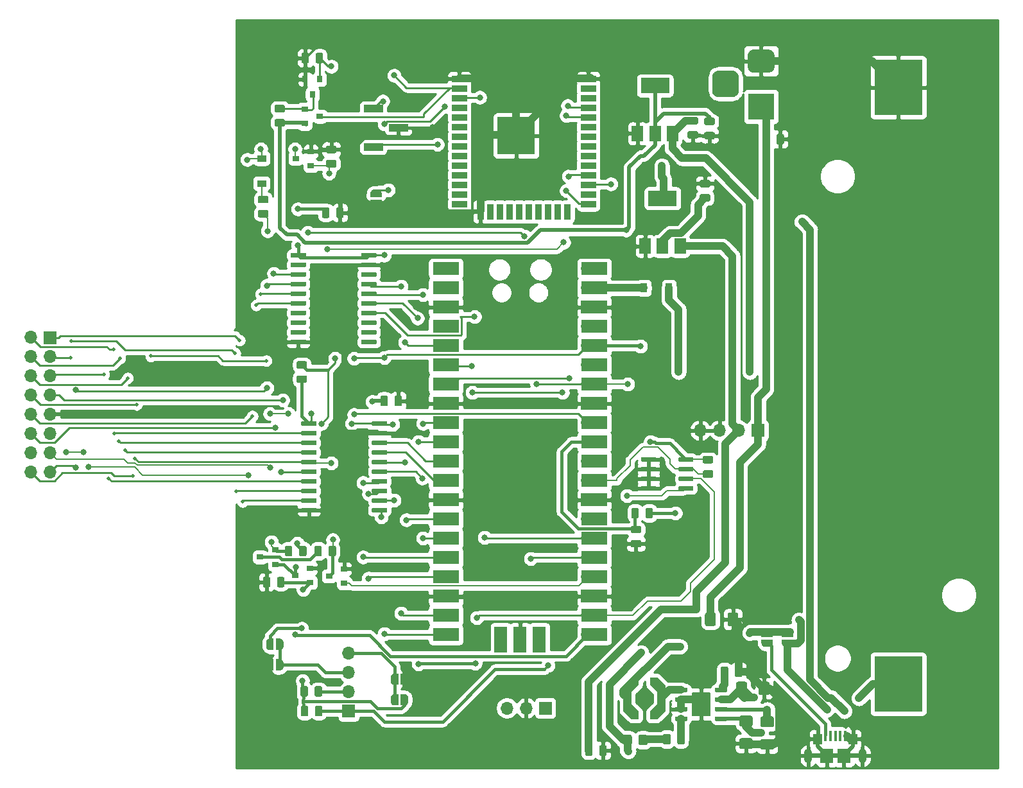
<source format=gbr>
G04 #@! TF.GenerationSoftware,KiCad,Pcbnew,5.1.5+dfsg1-2build2*
G04 #@! TF.CreationDate,2022-02-11T05:24:06+00:00*
G04 #@! TF.ProjectId,psion-org2-bluetooth-adapter,7073696f-6e2d-46f7-9267-322d626c7565,rev?*
G04 #@! TF.SameCoordinates,Original*
G04 #@! TF.FileFunction,Copper,L1,Top*
G04 #@! TF.FilePolarity,Positive*
%FSLAX46Y46*%
G04 Gerber Fmt 4.6, Leading zero omitted, Abs format (unit mm)*
G04 Created by KiCad (PCBNEW 5.1.5+dfsg1-2build2) date 2022-02-11 05:24:06*
%MOMM*%
%LPD*%
G04 APERTURE LIST*
%ADD10R,0.900000X0.800000*%
%ADD11C,0.100000*%
%ADD12R,1.200000X0.900000*%
%ADD13O,1.700000X1.700000*%
%ADD14R,1.700000X1.700000*%
%ADD15R,1.500000X2.000000*%
%ADD16R,3.800000X2.000000*%
%ADD17R,2.000000X0.900000*%
%ADD18R,0.900000X2.000000*%
%ADD19R,5.000000X5.000000*%
%ADD20R,0.800000X0.900000*%
%ADD21R,1.150000X1.450000*%
%ADD22O,1.050000X1.900000*%
%ADD23R,1.750000X1.900000*%
%ADD24R,0.400000X1.400000*%
%ADD25R,3.500000X3.500000*%
%ADD26R,6.350000X7.340000*%
%ADD27R,0.900000X1.200000*%
%ADD28R,1.700000X3.500000*%
%ADD29R,3.500000X1.700000*%
%ADD30R,2.510000X1.000000*%
%ADD31C,0.500000*%
%ADD32C,0.800000*%
%ADD33C,0.250000*%
%ADD34C,0.400000*%
%ADD35C,1.000000*%
%ADD36C,0.500000*%
%ADD37C,0.200000*%
%ADD38C,0.254000*%
G04 APERTURE END LIST*
D10*
X114400000Y-64050000D03*
X116400000Y-63100000D03*
X116400000Y-65000000D03*
G04 #@! TA.AperFunction,SMDPad,CuDef*
D11*
G36*
X110580142Y-68976174D02*
G01*
X110603803Y-68979684D01*
X110627007Y-68985496D01*
X110649529Y-68993554D01*
X110671153Y-69003782D01*
X110691670Y-69016079D01*
X110710883Y-69030329D01*
X110728607Y-69046393D01*
X110744671Y-69064117D01*
X110758921Y-69083330D01*
X110771218Y-69103847D01*
X110781446Y-69125471D01*
X110789504Y-69147993D01*
X110795316Y-69171197D01*
X110798826Y-69194858D01*
X110800000Y-69218750D01*
X110800000Y-69706250D01*
X110798826Y-69730142D01*
X110795316Y-69753803D01*
X110789504Y-69777007D01*
X110781446Y-69799529D01*
X110771218Y-69821153D01*
X110758921Y-69841670D01*
X110744671Y-69860883D01*
X110728607Y-69878607D01*
X110710883Y-69894671D01*
X110691670Y-69908921D01*
X110671153Y-69921218D01*
X110649529Y-69931446D01*
X110627007Y-69939504D01*
X110603803Y-69945316D01*
X110580142Y-69948826D01*
X110556250Y-69950000D01*
X109643750Y-69950000D01*
X109619858Y-69948826D01*
X109596197Y-69945316D01*
X109572993Y-69939504D01*
X109550471Y-69931446D01*
X109528847Y-69921218D01*
X109508330Y-69908921D01*
X109489117Y-69894671D01*
X109471393Y-69878607D01*
X109455329Y-69860883D01*
X109441079Y-69841670D01*
X109428782Y-69821153D01*
X109418554Y-69799529D01*
X109410496Y-69777007D01*
X109404684Y-69753803D01*
X109401174Y-69730142D01*
X109400000Y-69706250D01*
X109400000Y-69218750D01*
X109401174Y-69194858D01*
X109404684Y-69171197D01*
X109410496Y-69147993D01*
X109418554Y-69125471D01*
X109428782Y-69103847D01*
X109441079Y-69083330D01*
X109455329Y-69064117D01*
X109471393Y-69046393D01*
X109489117Y-69030329D01*
X109508330Y-69016079D01*
X109528847Y-69003782D01*
X109550471Y-68993554D01*
X109572993Y-68985496D01*
X109596197Y-68979684D01*
X109619858Y-68976174D01*
X109643750Y-68975000D01*
X110556250Y-68975000D01*
X110580142Y-68976174D01*
G37*
G04 #@! TD.AperFunction*
G04 #@! TA.AperFunction,SMDPad,CuDef*
G36*
X110580142Y-70851174D02*
G01*
X110603803Y-70854684D01*
X110627007Y-70860496D01*
X110649529Y-70868554D01*
X110671153Y-70878782D01*
X110691670Y-70891079D01*
X110710883Y-70905329D01*
X110728607Y-70921393D01*
X110744671Y-70939117D01*
X110758921Y-70958330D01*
X110771218Y-70978847D01*
X110781446Y-71000471D01*
X110789504Y-71022993D01*
X110795316Y-71046197D01*
X110798826Y-71069858D01*
X110800000Y-71093750D01*
X110800000Y-71581250D01*
X110798826Y-71605142D01*
X110795316Y-71628803D01*
X110789504Y-71652007D01*
X110781446Y-71674529D01*
X110771218Y-71696153D01*
X110758921Y-71716670D01*
X110744671Y-71735883D01*
X110728607Y-71753607D01*
X110710883Y-71769671D01*
X110691670Y-71783921D01*
X110671153Y-71796218D01*
X110649529Y-71806446D01*
X110627007Y-71814504D01*
X110603803Y-71820316D01*
X110580142Y-71823826D01*
X110556250Y-71825000D01*
X109643750Y-71825000D01*
X109619858Y-71823826D01*
X109596197Y-71820316D01*
X109572993Y-71814504D01*
X109550471Y-71806446D01*
X109528847Y-71796218D01*
X109508330Y-71783921D01*
X109489117Y-71769671D01*
X109471393Y-71753607D01*
X109455329Y-71735883D01*
X109441079Y-71716670D01*
X109428782Y-71696153D01*
X109418554Y-71674529D01*
X109410496Y-71652007D01*
X109404684Y-71628803D01*
X109401174Y-71605142D01*
X109400000Y-71581250D01*
X109400000Y-71093750D01*
X109401174Y-71069858D01*
X109404684Y-71046197D01*
X109410496Y-71022993D01*
X109418554Y-71000471D01*
X109428782Y-70978847D01*
X109441079Y-70958330D01*
X109455329Y-70939117D01*
X109471393Y-70921393D01*
X109489117Y-70905329D01*
X109508330Y-70891079D01*
X109528847Y-70878782D01*
X109550471Y-70868554D01*
X109572993Y-70860496D01*
X109596197Y-70854684D01*
X109619858Y-70851174D01*
X109643750Y-70850000D01*
X110556250Y-70850000D01*
X110580142Y-70851174D01*
G37*
G04 #@! TD.AperFunction*
G04 #@! TA.AperFunction,SMDPad,CuDef*
G36*
X119580142Y-64251174D02*
G01*
X119603803Y-64254684D01*
X119627007Y-64260496D01*
X119649529Y-64268554D01*
X119671153Y-64278782D01*
X119691670Y-64291079D01*
X119710883Y-64305329D01*
X119728607Y-64321393D01*
X119744671Y-64339117D01*
X119758921Y-64358330D01*
X119771218Y-64378847D01*
X119781446Y-64400471D01*
X119789504Y-64422993D01*
X119795316Y-64446197D01*
X119798826Y-64469858D01*
X119800000Y-64493750D01*
X119800000Y-64981250D01*
X119798826Y-65005142D01*
X119795316Y-65028803D01*
X119789504Y-65052007D01*
X119781446Y-65074529D01*
X119771218Y-65096153D01*
X119758921Y-65116670D01*
X119744671Y-65135883D01*
X119728607Y-65153607D01*
X119710883Y-65169671D01*
X119691670Y-65183921D01*
X119671153Y-65196218D01*
X119649529Y-65206446D01*
X119627007Y-65214504D01*
X119603803Y-65220316D01*
X119580142Y-65223826D01*
X119556250Y-65225000D01*
X118643750Y-65225000D01*
X118619858Y-65223826D01*
X118596197Y-65220316D01*
X118572993Y-65214504D01*
X118550471Y-65206446D01*
X118528847Y-65196218D01*
X118508330Y-65183921D01*
X118489117Y-65169671D01*
X118471393Y-65153607D01*
X118455329Y-65135883D01*
X118441079Y-65116670D01*
X118428782Y-65096153D01*
X118418554Y-65074529D01*
X118410496Y-65052007D01*
X118404684Y-65028803D01*
X118401174Y-65005142D01*
X118400000Y-64981250D01*
X118400000Y-64493750D01*
X118401174Y-64469858D01*
X118404684Y-64446197D01*
X118410496Y-64422993D01*
X118418554Y-64400471D01*
X118428782Y-64378847D01*
X118441079Y-64358330D01*
X118455329Y-64339117D01*
X118471393Y-64321393D01*
X118489117Y-64305329D01*
X118508330Y-64291079D01*
X118528847Y-64278782D01*
X118550471Y-64268554D01*
X118572993Y-64260496D01*
X118596197Y-64254684D01*
X118619858Y-64251174D01*
X118643750Y-64250000D01*
X119556250Y-64250000D01*
X119580142Y-64251174D01*
G37*
G04 #@! TD.AperFunction*
G04 #@! TA.AperFunction,SMDPad,CuDef*
G36*
X119580142Y-62376174D02*
G01*
X119603803Y-62379684D01*
X119627007Y-62385496D01*
X119649529Y-62393554D01*
X119671153Y-62403782D01*
X119691670Y-62416079D01*
X119710883Y-62430329D01*
X119728607Y-62446393D01*
X119744671Y-62464117D01*
X119758921Y-62483330D01*
X119771218Y-62503847D01*
X119781446Y-62525471D01*
X119789504Y-62547993D01*
X119795316Y-62571197D01*
X119798826Y-62594858D01*
X119800000Y-62618750D01*
X119800000Y-63106250D01*
X119798826Y-63130142D01*
X119795316Y-63153803D01*
X119789504Y-63177007D01*
X119781446Y-63199529D01*
X119771218Y-63221153D01*
X119758921Y-63241670D01*
X119744671Y-63260883D01*
X119728607Y-63278607D01*
X119710883Y-63294671D01*
X119691670Y-63308921D01*
X119671153Y-63321218D01*
X119649529Y-63331446D01*
X119627007Y-63339504D01*
X119603803Y-63345316D01*
X119580142Y-63348826D01*
X119556250Y-63350000D01*
X118643750Y-63350000D01*
X118619858Y-63348826D01*
X118596197Y-63345316D01*
X118572993Y-63339504D01*
X118550471Y-63331446D01*
X118528847Y-63321218D01*
X118508330Y-63308921D01*
X118489117Y-63294671D01*
X118471393Y-63278607D01*
X118455329Y-63260883D01*
X118441079Y-63241670D01*
X118428782Y-63221153D01*
X118418554Y-63199529D01*
X118410496Y-63177007D01*
X118404684Y-63153803D01*
X118401174Y-63130142D01*
X118400000Y-63106250D01*
X118400000Y-62618750D01*
X118401174Y-62594858D01*
X118404684Y-62571197D01*
X118410496Y-62547993D01*
X118418554Y-62525471D01*
X118428782Y-62503847D01*
X118441079Y-62483330D01*
X118455329Y-62464117D01*
X118471393Y-62446393D01*
X118489117Y-62430329D01*
X118508330Y-62416079D01*
X118528847Y-62403782D01*
X118550471Y-62393554D01*
X118572993Y-62385496D01*
X118596197Y-62379684D01*
X118619858Y-62376174D01*
X118643750Y-62375000D01*
X119556250Y-62375000D01*
X119580142Y-62376174D01*
G37*
G04 #@! TD.AperFunction*
D12*
X109900000Y-67350000D03*
X109900000Y-64050000D03*
G04 #@! TA.AperFunction,SMDPad,CuDef*
D11*
G36*
X166739704Y-103420723D02*
G01*
X166754265Y-103422883D01*
X166768544Y-103426460D01*
X166782404Y-103431419D01*
X166795711Y-103437713D01*
X166808337Y-103445281D01*
X166820160Y-103454049D01*
X166831067Y-103463935D01*
X166840953Y-103474842D01*
X166849721Y-103486665D01*
X166857289Y-103499291D01*
X166863583Y-103512598D01*
X166868542Y-103526458D01*
X166872119Y-103540737D01*
X166874279Y-103555298D01*
X166875001Y-103570001D01*
X166875001Y-103870001D01*
X166874279Y-103884704D01*
X166872119Y-103899265D01*
X166868542Y-103913544D01*
X166863583Y-103927404D01*
X166857289Y-103940711D01*
X166849721Y-103953337D01*
X166840953Y-103965160D01*
X166831067Y-103976067D01*
X166820160Y-103985953D01*
X166808337Y-103994721D01*
X166795711Y-104002289D01*
X166782404Y-104008583D01*
X166768544Y-104013542D01*
X166754265Y-104017119D01*
X166739704Y-104019279D01*
X166725001Y-104020001D01*
X165075001Y-104020001D01*
X165060298Y-104019279D01*
X165045737Y-104017119D01*
X165031458Y-104013542D01*
X165017598Y-104008583D01*
X165004291Y-104002289D01*
X164991665Y-103994721D01*
X164979842Y-103985953D01*
X164968935Y-103976067D01*
X164959049Y-103965160D01*
X164950281Y-103953337D01*
X164942713Y-103940711D01*
X164936419Y-103927404D01*
X164931460Y-103913544D01*
X164927883Y-103899265D01*
X164925723Y-103884704D01*
X164925001Y-103870001D01*
X164925001Y-103570001D01*
X164925723Y-103555298D01*
X164927883Y-103540737D01*
X164931460Y-103526458D01*
X164936419Y-103512598D01*
X164942713Y-103499291D01*
X164950281Y-103486665D01*
X164959049Y-103474842D01*
X164968935Y-103463935D01*
X164979842Y-103454049D01*
X164991665Y-103445281D01*
X165004291Y-103437713D01*
X165017598Y-103431419D01*
X165031458Y-103426460D01*
X165045737Y-103422883D01*
X165060298Y-103420723D01*
X165075001Y-103420001D01*
X166725001Y-103420001D01*
X166739704Y-103420723D01*
G37*
G04 #@! TD.AperFunction*
G04 #@! TA.AperFunction,SMDPad,CuDef*
G36*
X166739704Y-104690723D02*
G01*
X166754265Y-104692883D01*
X166768544Y-104696460D01*
X166782404Y-104701419D01*
X166795711Y-104707713D01*
X166808337Y-104715281D01*
X166820160Y-104724049D01*
X166831067Y-104733935D01*
X166840953Y-104744842D01*
X166849721Y-104756665D01*
X166857289Y-104769291D01*
X166863583Y-104782598D01*
X166868542Y-104796458D01*
X166872119Y-104810737D01*
X166874279Y-104825298D01*
X166875001Y-104840001D01*
X166875001Y-105140001D01*
X166874279Y-105154704D01*
X166872119Y-105169265D01*
X166868542Y-105183544D01*
X166863583Y-105197404D01*
X166857289Y-105210711D01*
X166849721Y-105223337D01*
X166840953Y-105235160D01*
X166831067Y-105246067D01*
X166820160Y-105255953D01*
X166808337Y-105264721D01*
X166795711Y-105272289D01*
X166782404Y-105278583D01*
X166768544Y-105283542D01*
X166754265Y-105287119D01*
X166739704Y-105289279D01*
X166725001Y-105290001D01*
X165075001Y-105290001D01*
X165060298Y-105289279D01*
X165045737Y-105287119D01*
X165031458Y-105283542D01*
X165017598Y-105278583D01*
X165004291Y-105272289D01*
X164991665Y-105264721D01*
X164979842Y-105255953D01*
X164968935Y-105246067D01*
X164959049Y-105235160D01*
X164950281Y-105223337D01*
X164942713Y-105210711D01*
X164936419Y-105197404D01*
X164931460Y-105183544D01*
X164927883Y-105169265D01*
X164925723Y-105154704D01*
X164925001Y-105140001D01*
X164925001Y-104840001D01*
X164925723Y-104825298D01*
X164927883Y-104810737D01*
X164931460Y-104796458D01*
X164936419Y-104782598D01*
X164942713Y-104769291D01*
X164950281Y-104756665D01*
X164959049Y-104744842D01*
X164968935Y-104733935D01*
X164979842Y-104724049D01*
X164991665Y-104715281D01*
X165004291Y-104707713D01*
X165017598Y-104701419D01*
X165031458Y-104696460D01*
X165045737Y-104692883D01*
X165060298Y-104690723D01*
X165075001Y-104690001D01*
X166725001Y-104690001D01*
X166739704Y-104690723D01*
G37*
G04 #@! TD.AperFunction*
G04 #@! TA.AperFunction,SMDPad,CuDef*
G36*
X166739704Y-105960723D02*
G01*
X166754265Y-105962883D01*
X166768544Y-105966460D01*
X166782404Y-105971419D01*
X166795711Y-105977713D01*
X166808337Y-105985281D01*
X166820160Y-105994049D01*
X166831067Y-106003935D01*
X166840953Y-106014842D01*
X166849721Y-106026665D01*
X166857289Y-106039291D01*
X166863583Y-106052598D01*
X166868542Y-106066458D01*
X166872119Y-106080737D01*
X166874279Y-106095298D01*
X166875001Y-106110001D01*
X166875001Y-106410001D01*
X166874279Y-106424704D01*
X166872119Y-106439265D01*
X166868542Y-106453544D01*
X166863583Y-106467404D01*
X166857289Y-106480711D01*
X166849721Y-106493337D01*
X166840953Y-106505160D01*
X166831067Y-106516067D01*
X166820160Y-106525953D01*
X166808337Y-106534721D01*
X166795711Y-106542289D01*
X166782404Y-106548583D01*
X166768544Y-106553542D01*
X166754265Y-106557119D01*
X166739704Y-106559279D01*
X166725001Y-106560001D01*
X165075001Y-106560001D01*
X165060298Y-106559279D01*
X165045737Y-106557119D01*
X165031458Y-106553542D01*
X165017598Y-106548583D01*
X165004291Y-106542289D01*
X164991665Y-106534721D01*
X164979842Y-106525953D01*
X164968935Y-106516067D01*
X164959049Y-106505160D01*
X164950281Y-106493337D01*
X164942713Y-106480711D01*
X164936419Y-106467404D01*
X164931460Y-106453544D01*
X164927883Y-106439265D01*
X164925723Y-106424704D01*
X164925001Y-106410001D01*
X164925001Y-106110001D01*
X164925723Y-106095298D01*
X164927883Y-106080737D01*
X164931460Y-106066458D01*
X164936419Y-106052598D01*
X164942713Y-106039291D01*
X164950281Y-106026665D01*
X164959049Y-106014842D01*
X164968935Y-106003935D01*
X164979842Y-105994049D01*
X164991665Y-105985281D01*
X165004291Y-105977713D01*
X165017598Y-105971419D01*
X165031458Y-105966460D01*
X165045737Y-105962883D01*
X165060298Y-105960723D01*
X165075001Y-105960001D01*
X166725001Y-105960001D01*
X166739704Y-105960723D01*
G37*
G04 #@! TD.AperFunction*
G04 #@! TA.AperFunction,SMDPad,CuDef*
G36*
X166739704Y-107230723D02*
G01*
X166754265Y-107232883D01*
X166768544Y-107236460D01*
X166782404Y-107241419D01*
X166795711Y-107247713D01*
X166808337Y-107255281D01*
X166820160Y-107264049D01*
X166831067Y-107273935D01*
X166840953Y-107284842D01*
X166849721Y-107296665D01*
X166857289Y-107309291D01*
X166863583Y-107322598D01*
X166868542Y-107336458D01*
X166872119Y-107350737D01*
X166874279Y-107365298D01*
X166875001Y-107380001D01*
X166875001Y-107680001D01*
X166874279Y-107694704D01*
X166872119Y-107709265D01*
X166868542Y-107723544D01*
X166863583Y-107737404D01*
X166857289Y-107750711D01*
X166849721Y-107763337D01*
X166840953Y-107775160D01*
X166831067Y-107786067D01*
X166820160Y-107795953D01*
X166808337Y-107804721D01*
X166795711Y-107812289D01*
X166782404Y-107818583D01*
X166768544Y-107823542D01*
X166754265Y-107827119D01*
X166739704Y-107829279D01*
X166725001Y-107830001D01*
X165075001Y-107830001D01*
X165060298Y-107829279D01*
X165045737Y-107827119D01*
X165031458Y-107823542D01*
X165017598Y-107818583D01*
X165004291Y-107812289D01*
X164991665Y-107804721D01*
X164979842Y-107795953D01*
X164968935Y-107786067D01*
X164959049Y-107775160D01*
X164950281Y-107763337D01*
X164942713Y-107750711D01*
X164936419Y-107737404D01*
X164931460Y-107723544D01*
X164927883Y-107709265D01*
X164925723Y-107694704D01*
X164925001Y-107680001D01*
X164925001Y-107380001D01*
X164925723Y-107365298D01*
X164927883Y-107350737D01*
X164931460Y-107336458D01*
X164936419Y-107322598D01*
X164942713Y-107309291D01*
X164950281Y-107296665D01*
X164959049Y-107284842D01*
X164968935Y-107273935D01*
X164979842Y-107264049D01*
X164991665Y-107255281D01*
X165004291Y-107247713D01*
X165017598Y-107241419D01*
X165031458Y-107236460D01*
X165045737Y-107232883D01*
X165060298Y-107230723D01*
X165075001Y-107230001D01*
X166725001Y-107230001D01*
X166739704Y-107230723D01*
G37*
G04 #@! TD.AperFunction*
G04 #@! TA.AperFunction,SMDPad,CuDef*
G36*
X161789704Y-107230723D02*
G01*
X161804265Y-107232883D01*
X161818544Y-107236460D01*
X161832404Y-107241419D01*
X161845711Y-107247713D01*
X161858337Y-107255281D01*
X161870160Y-107264049D01*
X161881067Y-107273935D01*
X161890953Y-107284842D01*
X161899721Y-107296665D01*
X161907289Y-107309291D01*
X161913583Y-107322598D01*
X161918542Y-107336458D01*
X161922119Y-107350737D01*
X161924279Y-107365298D01*
X161925001Y-107380001D01*
X161925001Y-107680001D01*
X161924279Y-107694704D01*
X161922119Y-107709265D01*
X161918542Y-107723544D01*
X161913583Y-107737404D01*
X161907289Y-107750711D01*
X161899721Y-107763337D01*
X161890953Y-107775160D01*
X161881067Y-107786067D01*
X161870160Y-107795953D01*
X161858337Y-107804721D01*
X161845711Y-107812289D01*
X161832404Y-107818583D01*
X161818544Y-107823542D01*
X161804265Y-107827119D01*
X161789704Y-107829279D01*
X161775001Y-107830001D01*
X160125001Y-107830001D01*
X160110298Y-107829279D01*
X160095737Y-107827119D01*
X160081458Y-107823542D01*
X160067598Y-107818583D01*
X160054291Y-107812289D01*
X160041665Y-107804721D01*
X160029842Y-107795953D01*
X160018935Y-107786067D01*
X160009049Y-107775160D01*
X160000281Y-107763337D01*
X159992713Y-107750711D01*
X159986419Y-107737404D01*
X159981460Y-107723544D01*
X159977883Y-107709265D01*
X159975723Y-107694704D01*
X159975001Y-107680001D01*
X159975001Y-107380001D01*
X159975723Y-107365298D01*
X159977883Y-107350737D01*
X159981460Y-107336458D01*
X159986419Y-107322598D01*
X159992713Y-107309291D01*
X160000281Y-107296665D01*
X160009049Y-107284842D01*
X160018935Y-107273935D01*
X160029842Y-107264049D01*
X160041665Y-107255281D01*
X160054291Y-107247713D01*
X160067598Y-107241419D01*
X160081458Y-107236460D01*
X160095737Y-107232883D01*
X160110298Y-107230723D01*
X160125001Y-107230001D01*
X161775001Y-107230001D01*
X161789704Y-107230723D01*
G37*
G04 #@! TD.AperFunction*
G04 #@! TA.AperFunction,SMDPad,CuDef*
G36*
X161789704Y-105960723D02*
G01*
X161804265Y-105962883D01*
X161818544Y-105966460D01*
X161832404Y-105971419D01*
X161845711Y-105977713D01*
X161858337Y-105985281D01*
X161870160Y-105994049D01*
X161881067Y-106003935D01*
X161890953Y-106014842D01*
X161899721Y-106026665D01*
X161907289Y-106039291D01*
X161913583Y-106052598D01*
X161918542Y-106066458D01*
X161922119Y-106080737D01*
X161924279Y-106095298D01*
X161925001Y-106110001D01*
X161925001Y-106410001D01*
X161924279Y-106424704D01*
X161922119Y-106439265D01*
X161918542Y-106453544D01*
X161913583Y-106467404D01*
X161907289Y-106480711D01*
X161899721Y-106493337D01*
X161890953Y-106505160D01*
X161881067Y-106516067D01*
X161870160Y-106525953D01*
X161858337Y-106534721D01*
X161845711Y-106542289D01*
X161832404Y-106548583D01*
X161818544Y-106553542D01*
X161804265Y-106557119D01*
X161789704Y-106559279D01*
X161775001Y-106560001D01*
X160125001Y-106560001D01*
X160110298Y-106559279D01*
X160095737Y-106557119D01*
X160081458Y-106553542D01*
X160067598Y-106548583D01*
X160054291Y-106542289D01*
X160041665Y-106534721D01*
X160029842Y-106525953D01*
X160018935Y-106516067D01*
X160009049Y-106505160D01*
X160000281Y-106493337D01*
X159992713Y-106480711D01*
X159986419Y-106467404D01*
X159981460Y-106453544D01*
X159977883Y-106439265D01*
X159975723Y-106424704D01*
X159975001Y-106410001D01*
X159975001Y-106110001D01*
X159975723Y-106095298D01*
X159977883Y-106080737D01*
X159981460Y-106066458D01*
X159986419Y-106052598D01*
X159992713Y-106039291D01*
X160000281Y-106026665D01*
X160009049Y-106014842D01*
X160018935Y-106003935D01*
X160029842Y-105994049D01*
X160041665Y-105985281D01*
X160054291Y-105977713D01*
X160067598Y-105971419D01*
X160081458Y-105966460D01*
X160095737Y-105962883D01*
X160110298Y-105960723D01*
X160125001Y-105960001D01*
X161775001Y-105960001D01*
X161789704Y-105960723D01*
G37*
G04 #@! TD.AperFunction*
G04 #@! TA.AperFunction,SMDPad,CuDef*
G36*
X161789704Y-104690723D02*
G01*
X161804265Y-104692883D01*
X161818544Y-104696460D01*
X161832404Y-104701419D01*
X161845711Y-104707713D01*
X161858337Y-104715281D01*
X161870160Y-104724049D01*
X161881067Y-104733935D01*
X161890953Y-104744842D01*
X161899721Y-104756665D01*
X161907289Y-104769291D01*
X161913583Y-104782598D01*
X161918542Y-104796458D01*
X161922119Y-104810737D01*
X161924279Y-104825298D01*
X161925001Y-104840001D01*
X161925001Y-105140001D01*
X161924279Y-105154704D01*
X161922119Y-105169265D01*
X161918542Y-105183544D01*
X161913583Y-105197404D01*
X161907289Y-105210711D01*
X161899721Y-105223337D01*
X161890953Y-105235160D01*
X161881067Y-105246067D01*
X161870160Y-105255953D01*
X161858337Y-105264721D01*
X161845711Y-105272289D01*
X161832404Y-105278583D01*
X161818544Y-105283542D01*
X161804265Y-105287119D01*
X161789704Y-105289279D01*
X161775001Y-105290001D01*
X160125001Y-105290001D01*
X160110298Y-105289279D01*
X160095737Y-105287119D01*
X160081458Y-105283542D01*
X160067598Y-105278583D01*
X160054291Y-105272289D01*
X160041665Y-105264721D01*
X160029842Y-105255953D01*
X160018935Y-105246067D01*
X160009049Y-105235160D01*
X160000281Y-105223337D01*
X159992713Y-105210711D01*
X159986419Y-105197404D01*
X159981460Y-105183544D01*
X159977883Y-105169265D01*
X159975723Y-105154704D01*
X159975001Y-105140001D01*
X159975001Y-104840001D01*
X159975723Y-104825298D01*
X159977883Y-104810737D01*
X159981460Y-104796458D01*
X159986419Y-104782598D01*
X159992713Y-104769291D01*
X160000281Y-104756665D01*
X160009049Y-104744842D01*
X160018935Y-104733935D01*
X160029842Y-104724049D01*
X160041665Y-104715281D01*
X160054291Y-104707713D01*
X160067598Y-104701419D01*
X160081458Y-104696460D01*
X160095737Y-104692883D01*
X160110298Y-104690723D01*
X160125001Y-104690001D01*
X161775001Y-104690001D01*
X161789704Y-104690723D01*
G37*
G04 #@! TD.AperFunction*
G04 #@! TA.AperFunction,SMDPad,CuDef*
G36*
X161789704Y-103420723D02*
G01*
X161804265Y-103422883D01*
X161818544Y-103426460D01*
X161832404Y-103431419D01*
X161845711Y-103437713D01*
X161858337Y-103445281D01*
X161870160Y-103454049D01*
X161881067Y-103463935D01*
X161890953Y-103474842D01*
X161899721Y-103486665D01*
X161907289Y-103499291D01*
X161913583Y-103512598D01*
X161918542Y-103526458D01*
X161922119Y-103540737D01*
X161924279Y-103555298D01*
X161925001Y-103570001D01*
X161925001Y-103870001D01*
X161924279Y-103884704D01*
X161922119Y-103899265D01*
X161918542Y-103913544D01*
X161913583Y-103927404D01*
X161907289Y-103940711D01*
X161899721Y-103953337D01*
X161890953Y-103965160D01*
X161881067Y-103976067D01*
X161870160Y-103985953D01*
X161858337Y-103994721D01*
X161845711Y-104002289D01*
X161832404Y-104008583D01*
X161818544Y-104013542D01*
X161804265Y-104017119D01*
X161789704Y-104019279D01*
X161775001Y-104020001D01*
X160125001Y-104020001D01*
X160110298Y-104019279D01*
X160095737Y-104017119D01*
X160081458Y-104013542D01*
X160067598Y-104008583D01*
X160054291Y-104002289D01*
X160041665Y-103994721D01*
X160029842Y-103985953D01*
X160018935Y-103976067D01*
X160009049Y-103965160D01*
X160000281Y-103953337D01*
X159992713Y-103940711D01*
X159986419Y-103927404D01*
X159981460Y-103913544D01*
X159977883Y-103899265D01*
X159975723Y-103884704D01*
X159975001Y-103870001D01*
X159975001Y-103570001D01*
X159975723Y-103555298D01*
X159977883Y-103540737D01*
X159981460Y-103526458D01*
X159986419Y-103512598D01*
X159992713Y-103499291D01*
X160000281Y-103486665D01*
X160009049Y-103474842D01*
X160018935Y-103463935D01*
X160029842Y-103454049D01*
X160041665Y-103445281D01*
X160054291Y-103437713D01*
X160067598Y-103431419D01*
X160081458Y-103426460D01*
X160095737Y-103422883D01*
X160110298Y-103420723D01*
X160125001Y-103420001D01*
X161775001Y-103420001D01*
X161789704Y-103420723D01*
G37*
G04 #@! TD.AperFunction*
G04 #@! TA.AperFunction,SMDPad,CuDef*
G36*
X169280142Y-105151174D02*
G01*
X169303803Y-105154684D01*
X169327007Y-105160496D01*
X169349529Y-105168554D01*
X169371153Y-105178782D01*
X169391670Y-105191079D01*
X169410883Y-105205329D01*
X169428607Y-105221393D01*
X169444671Y-105239117D01*
X169458921Y-105258330D01*
X169471218Y-105278847D01*
X169481446Y-105300471D01*
X169489504Y-105322993D01*
X169495316Y-105346197D01*
X169498826Y-105369858D01*
X169500000Y-105393750D01*
X169500000Y-105881250D01*
X169498826Y-105905142D01*
X169495316Y-105928803D01*
X169489504Y-105952007D01*
X169481446Y-105974529D01*
X169471218Y-105996153D01*
X169458921Y-106016670D01*
X169444671Y-106035883D01*
X169428607Y-106053607D01*
X169410883Y-106069671D01*
X169391670Y-106083921D01*
X169371153Y-106096218D01*
X169349529Y-106106446D01*
X169327007Y-106114504D01*
X169303803Y-106120316D01*
X169280142Y-106123826D01*
X169256250Y-106125000D01*
X168343750Y-106125000D01*
X168319858Y-106123826D01*
X168296197Y-106120316D01*
X168272993Y-106114504D01*
X168250471Y-106106446D01*
X168228847Y-106096218D01*
X168208330Y-106083921D01*
X168189117Y-106069671D01*
X168171393Y-106053607D01*
X168155329Y-106035883D01*
X168141079Y-106016670D01*
X168128782Y-105996153D01*
X168118554Y-105974529D01*
X168110496Y-105952007D01*
X168104684Y-105928803D01*
X168101174Y-105905142D01*
X168100000Y-105881250D01*
X168100000Y-105393750D01*
X168101174Y-105369858D01*
X168104684Y-105346197D01*
X168110496Y-105322993D01*
X168118554Y-105300471D01*
X168128782Y-105278847D01*
X168141079Y-105258330D01*
X168155329Y-105239117D01*
X168171393Y-105221393D01*
X168189117Y-105205329D01*
X168208330Y-105191079D01*
X168228847Y-105178782D01*
X168250471Y-105168554D01*
X168272993Y-105160496D01*
X168296197Y-105154684D01*
X168319858Y-105151174D01*
X168343750Y-105150000D01*
X169256250Y-105150000D01*
X169280142Y-105151174D01*
G37*
G04 #@! TD.AperFunction*
G04 #@! TA.AperFunction,SMDPad,CuDef*
G36*
X169280142Y-103276174D02*
G01*
X169303803Y-103279684D01*
X169327007Y-103285496D01*
X169349529Y-103293554D01*
X169371153Y-103303782D01*
X169391670Y-103316079D01*
X169410883Y-103330329D01*
X169428607Y-103346393D01*
X169444671Y-103364117D01*
X169458921Y-103383330D01*
X169471218Y-103403847D01*
X169481446Y-103425471D01*
X169489504Y-103447993D01*
X169495316Y-103471197D01*
X169498826Y-103494858D01*
X169500000Y-103518750D01*
X169500000Y-104006250D01*
X169498826Y-104030142D01*
X169495316Y-104053803D01*
X169489504Y-104077007D01*
X169481446Y-104099529D01*
X169471218Y-104121153D01*
X169458921Y-104141670D01*
X169444671Y-104160883D01*
X169428607Y-104178607D01*
X169410883Y-104194671D01*
X169391670Y-104208921D01*
X169371153Y-104221218D01*
X169349529Y-104231446D01*
X169327007Y-104239504D01*
X169303803Y-104245316D01*
X169280142Y-104248826D01*
X169256250Y-104250000D01*
X168343750Y-104250000D01*
X168319858Y-104248826D01*
X168296197Y-104245316D01*
X168272993Y-104239504D01*
X168250471Y-104231446D01*
X168228847Y-104221218D01*
X168208330Y-104208921D01*
X168189117Y-104194671D01*
X168171393Y-104178607D01*
X168155329Y-104160883D01*
X168141079Y-104141670D01*
X168128782Y-104121153D01*
X168118554Y-104099529D01*
X168110496Y-104077007D01*
X168104684Y-104053803D01*
X168101174Y-104030142D01*
X168100000Y-104006250D01*
X168100000Y-103518750D01*
X168101174Y-103494858D01*
X168104684Y-103471197D01*
X168110496Y-103447993D01*
X168118554Y-103425471D01*
X168128782Y-103403847D01*
X168141079Y-103383330D01*
X168155329Y-103364117D01*
X168171393Y-103346393D01*
X168189117Y-103330329D01*
X168208330Y-103316079D01*
X168228847Y-103303782D01*
X168250471Y-103293554D01*
X168272993Y-103285496D01*
X168296197Y-103279684D01*
X168319858Y-103276174D01*
X168343750Y-103275000D01*
X169256250Y-103275000D01*
X169280142Y-103276174D01*
G37*
G04 #@! TD.AperFunction*
G04 #@! TA.AperFunction,SMDPad,CuDef*
G36*
X169480142Y-60551174D02*
G01*
X169503803Y-60554684D01*
X169527007Y-60560496D01*
X169549529Y-60568554D01*
X169571153Y-60578782D01*
X169591670Y-60591079D01*
X169610883Y-60605329D01*
X169628607Y-60621393D01*
X169644671Y-60639117D01*
X169658921Y-60658330D01*
X169671218Y-60678847D01*
X169681446Y-60700471D01*
X169689504Y-60722993D01*
X169695316Y-60746197D01*
X169698826Y-60769858D01*
X169700000Y-60793750D01*
X169700000Y-61281250D01*
X169698826Y-61305142D01*
X169695316Y-61328803D01*
X169689504Y-61352007D01*
X169681446Y-61374529D01*
X169671218Y-61396153D01*
X169658921Y-61416670D01*
X169644671Y-61435883D01*
X169628607Y-61453607D01*
X169610883Y-61469671D01*
X169591670Y-61483921D01*
X169571153Y-61496218D01*
X169549529Y-61506446D01*
X169527007Y-61514504D01*
X169503803Y-61520316D01*
X169480142Y-61523826D01*
X169456250Y-61525000D01*
X168543750Y-61525000D01*
X168519858Y-61523826D01*
X168496197Y-61520316D01*
X168472993Y-61514504D01*
X168450471Y-61506446D01*
X168428847Y-61496218D01*
X168408330Y-61483921D01*
X168389117Y-61469671D01*
X168371393Y-61453607D01*
X168355329Y-61435883D01*
X168341079Y-61416670D01*
X168328782Y-61396153D01*
X168318554Y-61374529D01*
X168310496Y-61352007D01*
X168304684Y-61328803D01*
X168301174Y-61305142D01*
X168300000Y-61281250D01*
X168300000Y-60793750D01*
X168301174Y-60769858D01*
X168304684Y-60746197D01*
X168310496Y-60722993D01*
X168318554Y-60700471D01*
X168328782Y-60678847D01*
X168341079Y-60658330D01*
X168355329Y-60639117D01*
X168371393Y-60621393D01*
X168389117Y-60605329D01*
X168408330Y-60591079D01*
X168428847Y-60578782D01*
X168450471Y-60568554D01*
X168472993Y-60560496D01*
X168496197Y-60554684D01*
X168519858Y-60551174D01*
X168543750Y-60550000D01*
X169456250Y-60550000D01*
X169480142Y-60551174D01*
G37*
G04 #@! TD.AperFunction*
G04 #@! TA.AperFunction,SMDPad,CuDef*
G36*
X169480142Y-58676174D02*
G01*
X169503803Y-58679684D01*
X169527007Y-58685496D01*
X169549529Y-58693554D01*
X169571153Y-58703782D01*
X169591670Y-58716079D01*
X169610883Y-58730329D01*
X169628607Y-58746393D01*
X169644671Y-58764117D01*
X169658921Y-58783330D01*
X169671218Y-58803847D01*
X169681446Y-58825471D01*
X169689504Y-58847993D01*
X169695316Y-58871197D01*
X169698826Y-58894858D01*
X169700000Y-58918750D01*
X169700000Y-59406250D01*
X169698826Y-59430142D01*
X169695316Y-59453803D01*
X169689504Y-59477007D01*
X169681446Y-59499529D01*
X169671218Y-59521153D01*
X169658921Y-59541670D01*
X169644671Y-59560883D01*
X169628607Y-59578607D01*
X169610883Y-59594671D01*
X169591670Y-59608921D01*
X169571153Y-59621218D01*
X169549529Y-59631446D01*
X169527007Y-59639504D01*
X169503803Y-59645316D01*
X169480142Y-59648826D01*
X169456250Y-59650000D01*
X168543750Y-59650000D01*
X168519858Y-59648826D01*
X168496197Y-59645316D01*
X168472993Y-59639504D01*
X168450471Y-59631446D01*
X168428847Y-59621218D01*
X168408330Y-59608921D01*
X168389117Y-59594671D01*
X168371393Y-59578607D01*
X168355329Y-59560883D01*
X168341079Y-59541670D01*
X168328782Y-59521153D01*
X168318554Y-59499529D01*
X168310496Y-59477007D01*
X168304684Y-59453803D01*
X168301174Y-59430142D01*
X168300000Y-59406250D01*
X168300000Y-58918750D01*
X168301174Y-58894858D01*
X168304684Y-58871197D01*
X168310496Y-58847993D01*
X168318554Y-58825471D01*
X168328782Y-58803847D01*
X168341079Y-58783330D01*
X168355329Y-58764117D01*
X168371393Y-58746393D01*
X168389117Y-58730329D01*
X168408330Y-58716079D01*
X168428847Y-58703782D01*
X168450471Y-58693554D01*
X168472993Y-58685496D01*
X168496197Y-58679684D01*
X168519858Y-58676174D01*
X168543750Y-58675000D01*
X169456250Y-58675000D01*
X169480142Y-58676174D01*
G37*
G04 #@! TD.AperFunction*
D13*
X167780000Y-99900000D03*
X170320000Y-99900000D03*
X172860000Y-99900000D03*
D14*
X175400000Y-99900000D03*
G04 #@! TA.AperFunction,SMDPad,CuDef*
D11*
G36*
X171214703Y-133795722D02*
G01*
X171229264Y-133797882D01*
X171243543Y-133801459D01*
X171257403Y-133806418D01*
X171270710Y-133812712D01*
X171283336Y-133820280D01*
X171295159Y-133829048D01*
X171306066Y-133838934D01*
X171315952Y-133849841D01*
X171324720Y-133861664D01*
X171332288Y-133874290D01*
X171338582Y-133887597D01*
X171343541Y-133901457D01*
X171347118Y-133915736D01*
X171349278Y-133930297D01*
X171350000Y-133945000D01*
X171350000Y-134245000D01*
X171349278Y-134259703D01*
X171347118Y-134274264D01*
X171343541Y-134288543D01*
X171338582Y-134302403D01*
X171332288Y-134315710D01*
X171324720Y-134328336D01*
X171315952Y-134340159D01*
X171306066Y-134351066D01*
X171295159Y-134360952D01*
X171283336Y-134369720D01*
X171270710Y-134377288D01*
X171257403Y-134383582D01*
X171243543Y-134388541D01*
X171229264Y-134392118D01*
X171214703Y-134394278D01*
X171200000Y-134395000D01*
X169875000Y-134395000D01*
X169860297Y-134394278D01*
X169845736Y-134392118D01*
X169831457Y-134388541D01*
X169817597Y-134383582D01*
X169804290Y-134377288D01*
X169791664Y-134369720D01*
X169779841Y-134360952D01*
X169768934Y-134351066D01*
X169759048Y-134340159D01*
X169750280Y-134328336D01*
X169742712Y-134315710D01*
X169736418Y-134302403D01*
X169731459Y-134288543D01*
X169727882Y-134274264D01*
X169725722Y-134259703D01*
X169725000Y-134245000D01*
X169725000Y-133945000D01*
X169725722Y-133930297D01*
X169727882Y-133915736D01*
X169731459Y-133901457D01*
X169736418Y-133887597D01*
X169742712Y-133874290D01*
X169750280Y-133861664D01*
X169759048Y-133849841D01*
X169768934Y-133838934D01*
X169779841Y-133829048D01*
X169791664Y-133820280D01*
X169804290Y-133812712D01*
X169817597Y-133806418D01*
X169831457Y-133801459D01*
X169845736Y-133797882D01*
X169860297Y-133795722D01*
X169875000Y-133795000D01*
X171200000Y-133795000D01*
X171214703Y-133795722D01*
G37*
G04 #@! TD.AperFunction*
G04 #@! TA.AperFunction,SMDPad,CuDef*
G36*
X171214703Y-135065722D02*
G01*
X171229264Y-135067882D01*
X171243543Y-135071459D01*
X171257403Y-135076418D01*
X171270710Y-135082712D01*
X171283336Y-135090280D01*
X171295159Y-135099048D01*
X171306066Y-135108934D01*
X171315952Y-135119841D01*
X171324720Y-135131664D01*
X171332288Y-135144290D01*
X171338582Y-135157597D01*
X171343541Y-135171457D01*
X171347118Y-135185736D01*
X171349278Y-135200297D01*
X171350000Y-135215000D01*
X171350000Y-135515000D01*
X171349278Y-135529703D01*
X171347118Y-135544264D01*
X171343541Y-135558543D01*
X171338582Y-135572403D01*
X171332288Y-135585710D01*
X171324720Y-135598336D01*
X171315952Y-135610159D01*
X171306066Y-135621066D01*
X171295159Y-135630952D01*
X171283336Y-135639720D01*
X171270710Y-135647288D01*
X171257403Y-135653582D01*
X171243543Y-135658541D01*
X171229264Y-135662118D01*
X171214703Y-135664278D01*
X171200000Y-135665000D01*
X169875000Y-135665000D01*
X169860297Y-135664278D01*
X169845736Y-135662118D01*
X169831457Y-135658541D01*
X169817597Y-135653582D01*
X169804290Y-135647288D01*
X169791664Y-135639720D01*
X169779841Y-135630952D01*
X169768934Y-135621066D01*
X169759048Y-135610159D01*
X169750280Y-135598336D01*
X169742712Y-135585710D01*
X169736418Y-135572403D01*
X169731459Y-135558543D01*
X169727882Y-135544264D01*
X169725722Y-135529703D01*
X169725000Y-135515000D01*
X169725000Y-135215000D01*
X169725722Y-135200297D01*
X169727882Y-135185736D01*
X169731459Y-135171457D01*
X169736418Y-135157597D01*
X169742712Y-135144290D01*
X169750280Y-135131664D01*
X169759048Y-135119841D01*
X169768934Y-135108934D01*
X169779841Y-135099048D01*
X169791664Y-135090280D01*
X169804290Y-135082712D01*
X169817597Y-135076418D01*
X169831457Y-135071459D01*
X169845736Y-135067882D01*
X169860297Y-135065722D01*
X169875000Y-135065000D01*
X171200000Y-135065000D01*
X171214703Y-135065722D01*
G37*
G04 #@! TD.AperFunction*
G04 #@! TA.AperFunction,SMDPad,CuDef*
G36*
X171214703Y-136335722D02*
G01*
X171229264Y-136337882D01*
X171243543Y-136341459D01*
X171257403Y-136346418D01*
X171270710Y-136352712D01*
X171283336Y-136360280D01*
X171295159Y-136369048D01*
X171306066Y-136378934D01*
X171315952Y-136389841D01*
X171324720Y-136401664D01*
X171332288Y-136414290D01*
X171338582Y-136427597D01*
X171343541Y-136441457D01*
X171347118Y-136455736D01*
X171349278Y-136470297D01*
X171350000Y-136485000D01*
X171350000Y-136785000D01*
X171349278Y-136799703D01*
X171347118Y-136814264D01*
X171343541Y-136828543D01*
X171338582Y-136842403D01*
X171332288Y-136855710D01*
X171324720Y-136868336D01*
X171315952Y-136880159D01*
X171306066Y-136891066D01*
X171295159Y-136900952D01*
X171283336Y-136909720D01*
X171270710Y-136917288D01*
X171257403Y-136923582D01*
X171243543Y-136928541D01*
X171229264Y-136932118D01*
X171214703Y-136934278D01*
X171200000Y-136935000D01*
X169875000Y-136935000D01*
X169860297Y-136934278D01*
X169845736Y-136932118D01*
X169831457Y-136928541D01*
X169817597Y-136923582D01*
X169804290Y-136917288D01*
X169791664Y-136909720D01*
X169779841Y-136900952D01*
X169768934Y-136891066D01*
X169759048Y-136880159D01*
X169750280Y-136868336D01*
X169742712Y-136855710D01*
X169736418Y-136842403D01*
X169731459Y-136828543D01*
X169727882Y-136814264D01*
X169725722Y-136799703D01*
X169725000Y-136785000D01*
X169725000Y-136485000D01*
X169725722Y-136470297D01*
X169727882Y-136455736D01*
X169731459Y-136441457D01*
X169736418Y-136427597D01*
X169742712Y-136414290D01*
X169750280Y-136401664D01*
X169759048Y-136389841D01*
X169768934Y-136378934D01*
X169779841Y-136369048D01*
X169791664Y-136360280D01*
X169804290Y-136352712D01*
X169817597Y-136346418D01*
X169831457Y-136341459D01*
X169845736Y-136337882D01*
X169860297Y-136335722D01*
X169875000Y-136335000D01*
X171200000Y-136335000D01*
X171214703Y-136335722D01*
G37*
G04 #@! TD.AperFunction*
G04 #@! TA.AperFunction,SMDPad,CuDef*
G36*
X171214703Y-137605722D02*
G01*
X171229264Y-137607882D01*
X171243543Y-137611459D01*
X171257403Y-137616418D01*
X171270710Y-137622712D01*
X171283336Y-137630280D01*
X171295159Y-137639048D01*
X171306066Y-137648934D01*
X171315952Y-137659841D01*
X171324720Y-137671664D01*
X171332288Y-137684290D01*
X171338582Y-137697597D01*
X171343541Y-137711457D01*
X171347118Y-137725736D01*
X171349278Y-137740297D01*
X171350000Y-137755000D01*
X171350000Y-138055000D01*
X171349278Y-138069703D01*
X171347118Y-138084264D01*
X171343541Y-138098543D01*
X171338582Y-138112403D01*
X171332288Y-138125710D01*
X171324720Y-138138336D01*
X171315952Y-138150159D01*
X171306066Y-138161066D01*
X171295159Y-138170952D01*
X171283336Y-138179720D01*
X171270710Y-138187288D01*
X171257403Y-138193582D01*
X171243543Y-138198541D01*
X171229264Y-138202118D01*
X171214703Y-138204278D01*
X171200000Y-138205000D01*
X169875000Y-138205000D01*
X169860297Y-138204278D01*
X169845736Y-138202118D01*
X169831457Y-138198541D01*
X169817597Y-138193582D01*
X169804290Y-138187288D01*
X169791664Y-138179720D01*
X169779841Y-138170952D01*
X169768934Y-138161066D01*
X169759048Y-138150159D01*
X169750280Y-138138336D01*
X169742712Y-138125710D01*
X169736418Y-138112403D01*
X169731459Y-138098543D01*
X169727882Y-138084264D01*
X169725722Y-138069703D01*
X169725000Y-138055000D01*
X169725000Y-137755000D01*
X169725722Y-137740297D01*
X169727882Y-137725736D01*
X169731459Y-137711457D01*
X169736418Y-137697597D01*
X169742712Y-137684290D01*
X169750280Y-137671664D01*
X169759048Y-137659841D01*
X169768934Y-137648934D01*
X169779841Y-137639048D01*
X169791664Y-137630280D01*
X169804290Y-137622712D01*
X169817597Y-137616418D01*
X169831457Y-137611459D01*
X169845736Y-137607882D01*
X169860297Y-137605722D01*
X169875000Y-137605000D01*
X171200000Y-137605000D01*
X171214703Y-137605722D01*
G37*
G04 #@! TD.AperFunction*
G04 #@! TA.AperFunction,SMDPad,CuDef*
G36*
X165939703Y-137605722D02*
G01*
X165954264Y-137607882D01*
X165968543Y-137611459D01*
X165982403Y-137616418D01*
X165995710Y-137622712D01*
X166008336Y-137630280D01*
X166020159Y-137639048D01*
X166031066Y-137648934D01*
X166040952Y-137659841D01*
X166049720Y-137671664D01*
X166057288Y-137684290D01*
X166063582Y-137697597D01*
X166068541Y-137711457D01*
X166072118Y-137725736D01*
X166074278Y-137740297D01*
X166075000Y-137755000D01*
X166075000Y-138055000D01*
X166074278Y-138069703D01*
X166072118Y-138084264D01*
X166068541Y-138098543D01*
X166063582Y-138112403D01*
X166057288Y-138125710D01*
X166049720Y-138138336D01*
X166040952Y-138150159D01*
X166031066Y-138161066D01*
X166020159Y-138170952D01*
X166008336Y-138179720D01*
X165995710Y-138187288D01*
X165982403Y-138193582D01*
X165968543Y-138198541D01*
X165954264Y-138202118D01*
X165939703Y-138204278D01*
X165925000Y-138205000D01*
X164600000Y-138205000D01*
X164585297Y-138204278D01*
X164570736Y-138202118D01*
X164556457Y-138198541D01*
X164542597Y-138193582D01*
X164529290Y-138187288D01*
X164516664Y-138179720D01*
X164504841Y-138170952D01*
X164493934Y-138161066D01*
X164484048Y-138150159D01*
X164475280Y-138138336D01*
X164467712Y-138125710D01*
X164461418Y-138112403D01*
X164456459Y-138098543D01*
X164452882Y-138084264D01*
X164450722Y-138069703D01*
X164450000Y-138055000D01*
X164450000Y-137755000D01*
X164450722Y-137740297D01*
X164452882Y-137725736D01*
X164456459Y-137711457D01*
X164461418Y-137697597D01*
X164467712Y-137684290D01*
X164475280Y-137671664D01*
X164484048Y-137659841D01*
X164493934Y-137648934D01*
X164504841Y-137639048D01*
X164516664Y-137630280D01*
X164529290Y-137622712D01*
X164542597Y-137616418D01*
X164556457Y-137611459D01*
X164570736Y-137607882D01*
X164585297Y-137605722D01*
X164600000Y-137605000D01*
X165925000Y-137605000D01*
X165939703Y-137605722D01*
G37*
G04 #@! TD.AperFunction*
G04 #@! TA.AperFunction,SMDPad,CuDef*
G36*
X165939703Y-136335722D02*
G01*
X165954264Y-136337882D01*
X165968543Y-136341459D01*
X165982403Y-136346418D01*
X165995710Y-136352712D01*
X166008336Y-136360280D01*
X166020159Y-136369048D01*
X166031066Y-136378934D01*
X166040952Y-136389841D01*
X166049720Y-136401664D01*
X166057288Y-136414290D01*
X166063582Y-136427597D01*
X166068541Y-136441457D01*
X166072118Y-136455736D01*
X166074278Y-136470297D01*
X166075000Y-136485000D01*
X166075000Y-136785000D01*
X166074278Y-136799703D01*
X166072118Y-136814264D01*
X166068541Y-136828543D01*
X166063582Y-136842403D01*
X166057288Y-136855710D01*
X166049720Y-136868336D01*
X166040952Y-136880159D01*
X166031066Y-136891066D01*
X166020159Y-136900952D01*
X166008336Y-136909720D01*
X165995710Y-136917288D01*
X165982403Y-136923582D01*
X165968543Y-136928541D01*
X165954264Y-136932118D01*
X165939703Y-136934278D01*
X165925000Y-136935000D01*
X164600000Y-136935000D01*
X164585297Y-136934278D01*
X164570736Y-136932118D01*
X164556457Y-136928541D01*
X164542597Y-136923582D01*
X164529290Y-136917288D01*
X164516664Y-136909720D01*
X164504841Y-136900952D01*
X164493934Y-136891066D01*
X164484048Y-136880159D01*
X164475280Y-136868336D01*
X164467712Y-136855710D01*
X164461418Y-136842403D01*
X164456459Y-136828543D01*
X164452882Y-136814264D01*
X164450722Y-136799703D01*
X164450000Y-136785000D01*
X164450000Y-136485000D01*
X164450722Y-136470297D01*
X164452882Y-136455736D01*
X164456459Y-136441457D01*
X164461418Y-136427597D01*
X164467712Y-136414290D01*
X164475280Y-136401664D01*
X164484048Y-136389841D01*
X164493934Y-136378934D01*
X164504841Y-136369048D01*
X164516664Y-136360280D01*
X164529290Y-136352712D01*
X164542597Y-136346418D01*
X164556457Y-136341459D01*
X164570736Y-136337882D01*
X164585297Y-136335722D01*
X164600000Y-136335000D01*
X165925000Y-136335000D01*
X165939703Y-136335722D01*
G37*
G04 #@! TD.AperFunction*
G04 #@! TA.AperFunction,SMDPad,CuDef*
G36*
X165939703Y-135065722D02*
G01*
X165954264Y-135067882D01*
X165968543Y-135071459D01*
X165982403Y-135076418D01*
X165995710Y-135082712D01*
X166008336Y-135090280D01*
X166020159Y-135099048D01*
X166031066Y-135108934D01*
X166040952Y-135119841D01*
X166049720Y-135131664D01*
X166057288Y-135144290D01*
X166063582Y-135157597D01*
X166068541Y-135171457D01*
X166072118Y-135185736D01*
X166074278Y-135200297D01*
X166075000Y-135215000D01*
X166075000Y-135515000D01*
X166074278Y-135529703D01*
X166072118Y-135544264D01*
X166068541Y-135558543D01*
X166063582Y-135572403D01*
X166057288Y-135585710D01*
X166049720Y-135598336D01*
X166040952Y-135610159D01*
X166031066Y-135621066D01*
X166020159Y-135630952D01*
X166008336Y-135639720D01*
X165995710Y-135647288D01*
X165982403Y-135653582D01*
X165968543Y-135658541D01*
X165954264Y-135662118D01*
X165939703Y-135664278D01*
X165925000Y-135665000D01*
X164600000Y-135665000D01*
X164585297Y-135664278D01*
X164570736Y-135662118D01*
X164556457Y-135658541D01*
X164542597Y-135653582D01*
X164529290Y-135647288D01*
X164516664Y-135639720D01*
X164504841Y-135630952D01*
X164493934Y-135621066D01*
X164484048Y-135610159D01*
X164475280Y-135598336D01*
X164467712Y-135585710D01*
X164461418Y-135572403D01*
X164456459Y-135558543D01*
X164452882Y-135544264D01*
X164450722Y-135529703D01*
X164450000Y-135515000D01*
X164450000Y-135215000D01*
X164450722Y-135200297D01*
X164452882Y-135185736D01*
X164456459Y-135171457D01*
X164461418Y-135157597D01*
X164467712Y-135144290D01*
X164475280Y-135131664D01*
X164484048Y-135119841D01*
X164493934Y-135108934D01*
X164504841Y-135099048D01*
X164516664Y-135090280D01*
X164529290Y-135082712D01*
X164542597Y-135076418D01*
X164556457Y-135071459D01*
X164570736Y-135067882D01*
X164585297Y-135065722D01*
X164600000Y-135065000D01*
X165925000Y-135065000D01*
X165939703Y-135065722D01*
G37*
G04 #@! TD.AperFunction*
G04 #@! TA.AperFunction,SMDPad,CuDef*
G36*
X165939703Y-133795722D02*
G01*
X165954264Y-133797882D01*
X165968543Y-133801459D01*
X165982403Y-133806418D01*
X165995710Y-133812712D01*
X166008336Y-133820280D01*
X166020159Y-133829048D01*
X166031066Y-133838934D01*
X166040952Y-133849841D01*
X166049720Y-133861664D01*
X166057288Y-133874290D01*
X166063582Y-133887597D01*
X166068541Y-133901457D01*
X166072118Y-133915736D01*
X166074278Y-133930297D01*
X166075000Y-133945000D01*
X166075000Y-134245000D01*
X166074278Y-134259703D01*
X166072118Y-134274264D01*
X166068541Y-134288543D01*
X166063582Y-134302403D01*
X166057288Y-134315710D01*
X166049720Y-134328336D01*
X166040952Y-134340159D01*
X166031066Y-134351066D01*
X166020159Y-134360952D01*
X166008336Y-134369720D01*
X165995710Y-134377288D01*
X165982403Y-134383582D01*
X165968543Y-134388541D01*
X165954264Y-134392118D01*
X165939703Y-134394278D01*
X165925000Y-134395000D01*
X164600000Y-134395000D01*
X164585297Y-134394278D01*
X164570736Y-134392118D01*
X164556457Y-134388541D01*
X164542597Y-134383582D01*
X164529290Y-134377288D01*
X164516664Y-134369720D01*
X164504841Y-134360952D01*
X164493934Y-134351066D01*
X164484048Y-134340159D01*
X164475280Y-134328336D01*
X164467712Y-134315710D01*
X164461418Y-134302403D01*
X164456459Y-134288543D01*
X164452882Y-134274264D01*
X164450722Y-134259703D01*
X164450000Y-134245000D01*
X164450000Y-133945000D01*
X164450722Y-133930297D01*
X164452882Y-133915736D01*
X164456459Y-133901457D01*
X164461418Y-133887597D01*
X164467712Y-133874290D01*
X164475280Y-133861664D01*
X164484048Y-133849841D01*
X164493934Y-133838934D01*
X164504841Y-133829048D01*
X164516664Y-133820280D01*
X164529290Y-133812712D01*
X164542597Y-133806418D01*
X164556457Y-133801459D01*
X164570736Y-133797882D01*
X164585297Y-133795722D01*
X164600000Y-133795000D01*
X165925000Y-133795000D01*
X165939703Y-133795722D01*
G37*
G04 #@! TD.AperFunction*
G04 #@! TA.AperFunction,SMDPad,CuDef*
G36*
X168931505Y-134401204D02*
G01*
X168955773Y-134404804D01*
X168979572Y-134410765D01*
X169002671Y-134419030D01*
X169024850Y-134429520D01*
X169045893Y-134442132D01*
X169065599Y-134456747D01*
X169083777Y-134473223D01*
X169100253Y-134491401D01*
X169114868Y-134511107D01*
X169127480Y-134532150D01*
X169137970Y-134554329D01*
X169146235Y-134577428D01*
X169152196Y-134601227D01*
X169155796Y-134625495D01*
X169157000Y-134649999D01*
X169157000Y-137350001D01*
X169155796Y-137374505D01*
X169152196Y-137398773D01*
X169146235Y-137422572D01*
X169137970Y-137445671D01*
X169127480Y-137467850D01*
X169114868Y-137488893D01*
X169100253Y-137508599D01*
X169083777Y-137526777D01*
X169065599Y-137543253D01*
X169045893Y-137557868D01*
X169024850Y-137570480D01*
X169002671Y-137580970D01*
X168979572Y-137589235D01*
X168955773Y-137595196D01*
X168931505Y-137598796D01*
X168907001Y-137600000D01*
X166892999Y-137600000D01*
X166868495Y-137598796D01*
X166844227Y-137595196D01*
X166820428Y-137589235D01*
X166797329Y-137580970D01*
X166775150Y-137570480D01*
X166754107Y-137557868D01*
X166734401Y-137543253D01*
X166716223Y-137526777D01*
X166699747Y-137508599D01*
X166685132Y-137488893D01*
X166672520Y-137467850D01*
X166662030Y-137445671D01*
X166653765Y-137422572D01*
X166647804Y-137398773D01*
X166644204Y-137374505D01*
X166643000Y-137350001D01*
X166643000Y-134649999D01*
X166644204Y-134625495D01*
X166647804Y-134601227D01*
X166653765Y-134577428D01*
X166662030Y-134554329D01*
X166672520Y-134532150D01*
X166685132Y-134511107D01*
X166699747Y-134491401D01*
X166716223Y-134473223D01*
X166734401Y-134456747D01*
X166754107Y-134442132D01*
X166775150Y-134429520D01*
X166797329Y-134419030D01*
X166820428Y-134410765D01*
X166844227Y-134404804D01*
X166868495Y-134401204D01*
X166892999Y-134400000D01*
X168907001Y-134400000D01*
X168931505Y-134401204D01*
G37*
G04 #@! TD.AperFunction*
D15*
X159500000Y-60750000D03*
X164100000Y-60750000D03*
X161800000Y-60750000D03*
D16*
X161800000Y-54450000D03*
D17*
X153000000Y-53545000D03*
X153000000Y-54815000D03*
X153000000Y-56085000D03*
X153000000Y-57355000D03*
X153000000Y-58625000D03*
X153000000Y-59895000D03*
X153000000Y-61165000D03*
X153000000Y-62435000D03*
X153000000Y-63705000D03*
X153000000Y-64975000D03*
X153000000Y-66245000D03*
X153000000Y-67515000D03*
X153000000Y-68785000D03*
X153000000Y-70055000D03*
D18*
X150215000Y-71055000D03*
X148945000Y-71055000D03*
X147675000Y-71055000D03*
X146405000Y-71055000D03*
X145135000Y-71055000D03*
X143865000Y-71055000D03*
X142595000Y-71055000D03*
X141325000Y-71055000D03*
X140055000Y-71055000D03*
X138785000Y-71055000D03*
D17*
X136000000Y-70055000D03*
X136000000Y-68785000D03*
X136000000Y-67515000D03*
X136000000Y-66245000D03*
X136000000Y-64975000D03*
X136000000Y-63705000D03*
X136000000Y-62435000D03*
X136000000Y-61165000D03*
X136000000Y-59895000D03*
X136000000Y-58625000D03*
X136000000Y-57355000D03*
X136000000Y-56085000D03*
X136000000Y-54815000D03*
X136000000Y-53545000D03*
D19*
X143500000Y-61045000D03*
D10*
X114300000Y-119000000D03*
X116300000Y-118050000D03*
X116300000Y-119950000D03*
X118800000Y-119100000D03*
X120800000Y-118150000D03*
X120800000Y-120050000D03*
D20*
X116600000Y-55600000D03*
X115650000Y-53600000D03*
X117550000Y-53600000D03*
G04 #@! TA.AperFunction,SMDPad,CuDef*
D11*
G36*
X173105142Y-131001174D02*
G01*
X173128803Y-131004684D01*
X173152007Y-131010496D01*
X173174529Y-131018554D01*
X173196153Y-131028782D01*
X173216670Y-131041079D01*
X173235883Y-131055329D01*
X173253607Y-131071393D01*
X173269671Y-131089117D01*
X173283921Y-131108330D01*
X173296218Y-131128847D01*
X173306446Y-131150471D01*
X173314504Y-131172993D01*
X173320316Y-131196197D01*
X173323826Y-131219858D01*
X173325000Y-131243750D01*
X173325000Y-132156250D01*
X173323826Y-132180142D01*
X173320316Y-132203803D01*
X173314504Y-132227007D01*
X173306446Y-132249529D01*
X173296218Y-132271153D01*
X173283921Y-132291670D01*
X173269671Y-132310883D01*
X173253607Y-132328607D01*
X173235883Y-132344671D01*
X173216670Y-132358921D01*
X173196153Y-132371218D01*
X173174529Y-132381446D01*
X173152007Y-132389504D01*
X173128803Y-132395316D01*
X173105142Y-132398826D01*
X173081250Y-132400000D01*
X172593750Y-132400000D01*
X172569858Y-132398826D01*
X172546197Y-132395316D01*
X172522993Y-132389504D01*
X172500471Y-132381446D01*
X172478847Y-132371218D01*
X172458330Y-132358921D01*
X172439117Y-132344671D01*
X172421393Y-132328607D01*
X172405329Y-132310883D01*
X172391079Y-132291670D01*
X172378782Y-132271153D01*
X172368554Y-132249529D01*
X172360496Y-132227007D01*
X172354684Y-132203803D01*
X172351174Y-132180142D01*
X172350000Y-132156250D01*
X172350000Y-131243750D01*
X172351174Y-131219858D01*
X172354684Y-131196197D01*
X172360496Y-131172993D01*
X172368554Y-131150471D01*
X172378782Y-131128847D01*
X172391079Y-131108330D01*
X172405329Y-131089117D01*
X172421393Y-131071393D01*
X172439117Y-131055329D01*
X172458330Y-131041079D01*
X172478847Y-131028782D01*
X172500471Y-131018554D01*
X172522993Y-131010496D01*
X172546197Y-131004684D01*
X172569858Y-131001174D01*
X172593750Y-131000000D01*
X173081250Y-131000000D01*
X173105142Y-131001174D01*
G37*
G04 #@! TD.AperFunction*
G04 #@! TA.AperFunction,SMDPad,CuDef*
G36*
X171230142Y-131001174D02*
G01*
X171253803Y-131004684D01*
X171277007Y-131010496D01*
X171299529Y-131018554D01*
X171321153Y-131028782D01*
X171341670Y-131041079D01*
X171360883Y-131055329D01*
X171378607Y-131071393D01*
X171394671Y-131089117D01*
X171408921Y-131108330D01*
X171421218Y-131128847D01*
X171431446Y-131150471D01*
X171439504Y-131172993D01*
X171445316Y-131196197D01*
X171448826Y-131219858D01*
X171450000Y-131243750D01*
X171450000Y-132156250D01*
X171448826Y-132180142D01*
X171445316Y-132203803D01*
X171439504Y-132227007D01*
X171431446Y-132249529D01*
X171421218Y-132271153D01*
X171408921Y-132291670D01*
X171394671Y-132310883D01*
X171378607Y-132328607D01*
X171360883Y-132344671D01*
X171341670Y-132358921D01*
X171321153Y-132371218D01*
X171299529Y-132381446D01*
X171277007Y-132389504D01*
X171253803Y-132395316D01*
X171230142Y-132398826D01*
X171206250Y-132400000D01*
X170718750Y-132400000D01*
X170694858Y-132398826D01*
X170671197Y-132395316D01*
X170647993Y-132389504D01*
X170625471Y-132381446D01*
X170603847Y-132371218D01*
X170583330Y-132358921D01*
X170564117Y-132344671D01*
X170546393Y-132328607D01*
X170530329Y-132310883D01*
X170516079Y-132291670D01*
X170503782Y-132271153D01*
X170493554Y-132249529D01*
X170485496Y-132227007D01*
X170479684Y-132203803D01*
X170476174Y-132180142D01*
X170475000Y-132156250D01*
X170475000Y-131243750D01*
X170476174Y-131219858D01*
X170479684Y-131196197D01*
X170485496Y-131172993D01*
X170493554Y-131150471D01*
X170503782Y-131128847D01*
X170516079Y-131108330D01*
X170530329Y-131089117D01*
X170546393Y-131071393D01*
X170564117Y-131055329D01*
X170583330Y-131041079D01*
X170603847Y-131028782D01*
X170625471Y-131018554D01*
X170647993Y-131010496D01*
X170671197Y-131004684D01*
X170694858Y-131001174D01*
X170718750Y-131000000D01*
X171206250Y-131000000D01*
X171230142Y-131001174D01*
G37*
G04 #@! TD.AperFunction*
G04 #@! TA.AperFunction,SMDPad,CuDef*
G36*
X163630142Y-139901174D02*
G01*
X163653803Y-139904684D01*
X163677007Y-139910496D01*
X163699529Y-139918554D01*
X163721153Y-139928782D01*
X163741670Y-139941079D01*
X163760883Y-139955329D01*
X163778607Y-139971393D01*
X163794671Y-139989117D01*
X163808921Y-140008330D01*
X163821218Y-140028847D01*
X163831446Y-140050471D01*
X163839504Y-140072993D01*
X163845316Y-140096197D01*
X163848826Y-140119858D01*
X163850000Y-140143750D01*
X163850000Y-141056250D01*
X163848826Y-141080142D01*
X163845316Y-141103803D01*
X163839504Y-141127007D01*
X163831446Y-141149529D01*
X163821218Y-141171153D01*
X163808921Y-141191670D01*
X163794671Y-141210883D01*
X163778607Y-141228607D01*
X163760883Y-141244671D01*
X163741670Y-141258921D01*
X163721153Y-141271218D01*
X163699529Y-141281446D01*
X163677007Y-141289504D01*
X163653803Y-141295316D01*
X163630142Y-141298826D01*
X163606250Y-141300000D01*
X163118750Y-141300000D01*
X163094858Y-141298826D01*
X163071197Y-141295316D01*
X163047993Y-141289504D01*
X163025471Y-141281446D01*
X163003847Y-141271218D01*
X162983330Y-141258921D01*
X162964117Y-141244671D01*
X162946393Y-141228607D01*
X162930329Y-141210883D01*
X162916079Y-141191670D01*
X162903782Y-141171153D01*
X162893554Y-141149529D01*
X162885496Y-141127007D01*
X162879684Y-141103803D01*
X162876174Y-141080142D01*
X162875000Y-141056250D01*
X162875000Y-140143750D01*
X162876174Y-140119858D01*
X162879684Y-140096197D01*
X162885496Y-140072993D01*
X162893554Y-140050471D01*
X162903782Y-140028847D01*
X162916079Y-140008330D01*
X162930329Y-139989117D01*
X162946393Y-139971393D01*
X162964117Y-139955329D01*
X162983330Y-139941079D01*
X163003847Y-139928782D01*
X163025471Y-139918554D01*
X163047993Y-139910496D01*
X163071197Y-139904684D01*
X163094858Y-139901174D01*
X163118750Y-139900000D01*
X163606250Y-139900000D01*
X163630142Y-139901174D01*
G37*
G04 #@! TD.AperFunction*
G04 #@! TA.AperFunction,SMDPad,CuDef*
G36*
X165505142Y-139901174D02*
G01*
X165528803Y-139904684D01*
X165552007Y-139910496D01*
X165574529Y-139918554D01*
X165596153Y-139928782D01*
X165616670Y-139941079D01*
X165635883Y-139955329D01*
X165653607Y-139971393D01*
X165669671Y-139989117D01*
X165683921Y-140008330D01*
X165696218Y-140028847D01*
X165706446Y-140050471D01*
X165714504Y-140072993D01*
X165720316Y-140096197D01*
X165723826Y-140119858D01*
X165725000Y-140143750D01*
X165725000Y-141056250D01*
X165723826Y-141080142D01*
X165720316Y-141103803D01*
X165714504Y-141127007D01*
X165706446Y-141149529D01*
X165696218Y-141171153D01*
X165683921Y-141191670D01*
X165669671Y-141210883D01*
X165653607Y-141228607D01*
X165635883Y-141244671D01*
X165616670Y-141258921D01*
X165596153Y-141271218D01*
X165574529Y-141281446D01*
X165552007Y-141289504D01*
X165528803Y-141295316D01*
X165505142Y-141298826D01*
X165481250Y-141300000D01*
X164993750Y-141300000D01*
X164969858Y-141298826D01*
X164946197Y-141295316D01*
X164922993Y-141289504D01*
X164900471Y-141281446D01*
X164878847Y-141271218D01*
X164858330Y-141258921D01*
X164839117Y-141244671D01*
X164821393Y-141228607D01*
X164805329Y-141210883D01*
X164791079Y-141191670D01*
X164778782Y-141171153D01*
X164768554Y-141149529D01*
X164760496Y-141127007D01*
X164754684Y-141103803D01*
X164751174Y-141080142D01*
X164750000Y-141056250D01*
X164750000Y-140143750D01*
X164751174Y-140119858D01*
X164754684Y-140096197D01*
X164760496Y-140072993D01*
X164768554Y-140050471D01*
X164778782Y-140028847D01*
X164791079Y-140008330D01*
X164805329Y-139989117D01*
X164821393Y-139971393D01*
X164839117Y-139955329D01*
X164858330Y-139941079D01*
X164878847Y-139928782D01*
X164900471Y-139918554D01*
X164922993Y-139910496D01*
X164946197Y-139904684D01*
X164969858Y-139901174D01*
X164993750Y-139900000D01*
X165481250Y-139900000D01*
X165505142Y-139901174D01*
G37*
G04 #@! TD.AperFunction*
G04 #@! TA.AperFunction,SMDPad,CuDef*
G36*
X110830142Y-119201174D02*
G01*
X110853803Y-119204684D01*
X110877007Y-119210496D01*
X110899529Y-119218554D01*
X110921153Y-119228782D01*
X110941670Y-119241079D01*
X110960883Y-119255329D01*
X110978607Y-119271393D01*
X110994671Y-119289117D01*
X111008921Y-119308330D01*
X111021218Y-119328847D01*
X111031446Y-119350471D01*
X111039504Y-119372993D01*
X111045316Y-119396197D01*
X111048826Y-119419858D01*
X111050000Y-119443750D01*
X111050000Y-120356250D01*
X111048826Y-120380142D01*
X111045316Y-120403803D01*
X111039504Y-120427007D01*
X111031446Y-120449529D01*
X111021218Y-120471153D01*
X111008921Y-120491670D01*
X110994671Y-120510883D01*
X110978607Y-120528607D01*
X110960883Y-120544671D01*
X110941670Y-120558921D01*
X110921153Y-120571218D01*
X110899529Y-120581446D01*
X110877007Y-120589504D01*
X110853803Y-120595316D01*
X110830142Y-120598826D01*
X110806250Y-120600000D01*
X110318750Y-120600000D01*
X110294858Y-120598826D01*
X110271197Y-120595316D01*
X110247993Y-120589504D01*
X110225471Y-120581446D01*
X110203847Y-120571218D01*
X110183330Y-120558921D01*
X110164117Y-120544671D01*
X110146393Y-120528607D01*
X110130329Y-120510883D01*
X110116079Y-120491670D01*
X110103782Y-120471153D01*
X110093554Y-120449529D01*
X110085496Y-120427007D01*
X110079684Y-120403803D01*
X110076174Y-120380142D01*
X110075000Y-120356250D01*
X110075000Y-119443750D01*
X110076174Y-119419858D01*
X110079684Y-119396197D01*
X110085496Y-119372993D01*
X110093554Y-119350471D01*
X110103782Y-119328847D01*
X110116079Y-119308330D01*
X110130329Y-119289117D01*
X110146393Y-119271393D01*
X110164117Y-119255329D01*
X110183330Y-119241079D01*
X110203847Y-119228782D01*
X110225471Y-119218554D01*
X110247993Y-119210496D01*
X110271197Y-119204684D01*
X110294858Y-119201174D01*
X110318750Y-119200000D01*
X110806250Y-119200000D01*
X110830142Y-119201174D01*
G37*
G04 #@! TD.AperFunction*
G04 #@! TA.AperFunction,SMDPad,CuDef*
G36*
X112705142Y-119201174D02*
G01*
X112728803Y-119204684D01*
X112752007Y-119210496D01*
X112774529Y-119218554D01*
X112796153Y-119228782D01*
X112816670Y-119241079D01*
X112835883Y-119255329D01*
X112853607Y-119271393D01*
X112869671Y-119289117D01*
X112883921Y-119308330D01*
X112896218Y-119328847D01*
X112906446Y-119350471D01*
X112914504Y-119372993D01*
X112920316Y-119396197D01*
X112923826Y-119419858D01*
X112925000Y-119443750D01*
X112925000Y-120356250D01*
X112923826Y-120380142D01*
X112920316Y-120403803D01*
X112914504Y-120427007D01*
X112906446Y-120449529D01*
X112896218Y-120471153D01*
X112883921Y-120491670D01*
X112869671Y-120510883D01*
X112853607Y-120528607D01*
X112835883Y-120544671D01*
X112816670Y-120558921D01*
X112796153Y-120571218D01*
X112774529Y-120581446D01*
X112752007Y-120589504D01*
X112728803Y-120595316D01*
X112705142Y-120598826D01*
X112681250Y-120600000D01*
X112193750Y-120600000D01*
X112169858Y-120598826D01*
X112146197Y-120595316D01*
X112122993Y-120589504D01*
X112100471Y-120581446D01*
X112078847Y-120571218D01*
X112058330Y-120558921D01*
X112039117Y-120544671D01*
X112021393Y-120528607D01*
X112005329Y-120510883D01*
X111991079Y-120491670D01*
X111978782Y-120471153D01*
X111968554Y-120449529D01*
X111960496Y-120427007D01*
X111954684Y-120403803D01*
X111951174Y-120380142D01*
X111950000Y-120356250D01*
X111950000Y-119443750D01*
X111951174Y-119419858D01*
X111954684Y-119396197D01*
X111960496Y-119372993D01*
X111968554Y-119350471D01*
X111978782Y-119328847D01*
X111991079Y-119308330D01*
X112005329Y-119289117D01*
X112021393Y-119271393D01*
X112039117Y-119255329D01*
X112058330Y-119241079D01*
X112078847Y-119228782D01*
X112100471Y-119218554D01*
X112122993Y-119210496D01*
X112146197Y-119204684D01*
X112169858Y-119201174D01*
X112193750Y-119200000D01*
X112681250Y-119200000D01*
X112705142Y-119201174D01*
G37*
G04 #@! TD.AperFunction*
G04 #@! TA.AperFunction,SMDPad,CuDef*
G36*
X115605142Y-115101174D02*
G01*
X115628803Y-115104684D01*
X115652007Y-115110496D01*
X115674529Y-115118554D01*
X115696153Y-115128782D01*
X115716670Y-115141079D01*
X115735883Y-115155329D01*
X115753607Y-115171393D01*
X115769671Y-115189117D01*
X115783921Y-115208330D01*
X115796218Y-115228847D01*
X115806446Y-115250471D01*
X115814504Y-115272993D01*
X115820316Y-115296197D01*
X115823826Y-115319858D01*
X115825000Y-115343750D01*
X115825000Y-116256250D01*
X115823826Y-116280142D01*
X115820316Y-116303803D01*
X115814504Y-116327007D01*
X115806446Y-116349529D01*
X115796218Y-116371153D01*
X115783921Y-116391670D01*
X115769671Y-116410883D01*
X115753607Y-116428607D01*
X115735883Y-116444671D01*
X115716670Y-116458921D01*
X115696153Y-116471218D01*
X115674529Y-116481446D01*
X115652007Y-116489504D01*
X115628803Y-116495316D01*
X115605142Y-116498826D01*
X115581250Y-116500000D01*
X115093750Y-116500000D01*
X115069858Y-116498826D01*
X115046197Y-116495316D01*
X115022993Y-116489504D01*
X115000471Y-116481446D01*
X114978847Y-116471218D01*
X114958330Y-116458921D01*
X114939117Y-116444671D01*
X114921393Y-116428607D01*
X114905329Y-116410883D01*
X114891079Y-116391670D01*
X114878782Y-116371153D01*
X114868554Y-116349529D01*
X114860496Y-116327007D01*
X114854684Y-116303803D01*
X114851174Y-116280142D01*
X114850000Y-116256250D01*
X114850000Y-115343750D01*
X114851174Y-115319858D01*
X114854684Y-115296197D01*
X114860496Y-115272993D01*
X114868554Y-115250471D01*
X114878782Y-115228847D01*
X114891079Y-115208330D01*
X114905329Y-115189117D01*
X114921393Y-115171393D01*
X114939117Y-115155329D01*
X114958330Y-115141079D01*
X114978847Y-115128782D01*
X115000471Y-115118554D01*
X115022993Y-115110496D01*
X115046197Y-115104684D01*
X115069858Y-115101174D01*
X115093750Y-115100000D01*
X115581250Y-115100000D01*
X115605142Y-115101174D01*
G37*
G04 #@! TD.AperFunction*
G04 #@! TA.AperFunction,SMDPad,CuDef*
G36*
X113730142Y-115101174D02*
G01*
X113753803Y-115104684D01*
X113777007Y-115110496D01*
X113799529Y-115118554D01*
X113821153Y-115128782D01*
X113841670Y-115141079D01*
X113860883Y-115155329D01*
X113878607Y-115171393D01*
X113894671Y-115189117D01*
X113908921Y-115208330D01*
X113921218Y-115228847D01*
X113931446Y-115250471D01*
X113939504Y-115272993D01*
X113945316Y-115296197D01*
X113948826Y-115319858D01*
X113950000Y-115343750D01*
X113950000Y-116256250D01*
X113948826Y-116280142D01*
X113945316Y-116303803D01*
X113939504Y-116327007D01*
X113931446Y-116349529D01*
X113921218Y-116371153D01*
X113908921Y-116391670D01*
X113894671Y-116410883D01*
X113878607Y-116428607D01*
X113860883Y-116444671D01*
X113841670Y-116458921D01*
X113821153Y-116471218D01*
X113799529Y-116481446D01*
X113777007Y-116489504D01*
X113753803Y-116495316D01*
X113730142Y-116498826D01*
X113706250Y-116500000D01*
X113218750Y-116500000D01*
X113194858Y-116498826D01*
X113171197Y-116495316D01*
X113147993Y-116489504D01*
X113125471Y-116481446D01*
X113103847Y-116471218D01*
X113083330Y-116458921D01*
X113064117Y-116444671D01*
X113046393Y-116428607D01*
X113030329Y-116410883D01*
X113016079Y-116391670D01*
X113003782Y-116371153D01*
X112993554Y-116349529D01*
X112985496Y-116327007D01*
X112979684Y-116303803D01*
X112976174Y-116280142D01*
X112975000Y-116256250D01*
X112975000Y-115343750D01*
X112976174Y-115319858D01*
X112979684Y-115296197D01*
X112985496Y-115272993D01*
X112993554Y-115250471D01*
X113003782Y-115228847D01*
X113016079Y-115208330D01*
X113030329Y-115189117D01*
X113046393Y-115171393D01*
X113064117Y-115155329D01*
X113083330Y-115141079D01*
X113103847Y-115128782D01*
X113125471Y-115118554D01*
X113147993Y-115110496D01*
X113171197Y-115104684D01*
X113194858Y-115101174D01*
X113218750Y-115100000D01*
X113706250Y-115100000D01*
X113730142Y-115101174D01*
G37*
G04 #@! TD.AperFunction*
G04 #@! TA.AperFunction,SMDPad,CuDef*
G36*
X119505142Y-115101174D02*
G01*
X119528803Y-115104684D01*
X119552007Y-115110496D01*
X119574529Y-115118554D01*
X119596153Y-115128782D01*
X119616670Y-115141079D01*
X119635883Y-115155329D01*
X119653607Y-115171393D01*
X119669671Y-115189117D01*
X119683921Y-115208330D01*
X119696218Y-115228847D01*
X119706446Y-115250471D01*
X119714504Y-115272993D01*
X119720316Y-115296197D01*
X119723826Y-115319858D01*
X119725000Y-115343750D01*
X119725000Y-116256250D01*
X119723826Y-116280142D01*
X119720316Y-116303803D01*
X119714504Y-116327007D01*
X119706446Y-116349529D01*
X119696218Y-116371153D01*
X119683921Y-116391670D01*
X119669671Y-116410883D01*
X119653607Y-116428607D01*
X119635883Y-116444671D01*
X119616670Y-116458921D01*
X119596153Y-116471218D01*
X119574529Y-116481446D01*
X119552007Y-116489504D01*
X119528803Y-116495316D01*
X119505142Y-116498826D01*
X119481250Y-116500000D01*
X118993750Y-116500000D01*
X118969858Y-116498826D01*
X118946197Y-116495316D01*
X118922993Y-116489504D01*
X118900471Y-116481446D01*
X118878847Y-116471218D01*
X118858330Y-116458921D01*
X118839117Y-116444671D01*
X118821393Y-116428607D01*
X118805329Y-116410883D01*
X118791079Y-116391670D01*
X118778782Y-116371153D01*
X118768554Y-116349529D01*
X118760496Y-116327007D01*
X118754684Y-116303803D01*
X118751174Y-116280142D01*
X118750000Y-116256250D01*
X118750000Y-115343750D01*
X118751174Y-115319858D01*
X118754684Y-115296197D01*
X118760496Y-115272993D01*
X118768554Y-115250471D01*
X118778782Y-115228847D01*
X118791079Y-115208330D01*
X118805329Y-115189117D01*
X118821393Y-115171393D01*
X118839117Y-115155329D01*
X118858330Y-115141079D01*
X118878847Y-115128782D01*
X118900471Y-115118554D01*
X118922993Y-115110496D01*
X118946197Y-115104684D01*
X118969858Y-115101174D01*
X118993750Y-115100000D01*
X119481250Y-115100000D01*
X119505142Y-115101174D01*
G37*
G04 #@! TD.AperFunction*
G04 #@! TA.AperFunction,SMDPad,CuDef*
G36*
X117630142Y-115101174D02*
G01*
X117653803Y-115104684D01*
X117677007Y-115110496D01*
X117699529Y-115118554D01*
X117721153Y-115128782D01*
X117741670Y-115141079D01*
X117760883Y-115155329D01*
X117778607Y-115171393D01*
X117794671Y-115189117D01*
X117808921Y-115208330D01*
X117821218Y-115228847D01*
X117831446Y-115250471D01*
X117839504Y-115272993D01*
X117845316Y-115296197D01*
X117848826Y-115319858D01*
X117850000Y-115343750D01*
X117850000Y-116256250D01*
X117848826Y-116280142D01*
X117845316Y-116303803D01*
X117839504Y-116327007D01*
X117831446Y-116349529D01*
X117821218Y-116371153D01*
X117808921Y-116391670D01*
X117794671Y-116410883D01*
X117778607Y-116428607D01*
X117760883Y-116444671D01*
X117741670Y-116458921D01*
X117721153Y-116471218D01*
X117699529Y-116481446D01*
X117677007Y-116489504D01*
X117653803Y-116495316D01*
X117630142Y-116498826D01*
X117606250Y-116500000D01*
X117118750Y-116500000D01*
X117094858Y-116498826D01*
X117071197Y-116495316D01*
X117047993Y-116489504D01*
X117025471Y-116481446D01*
X117003847Y-116471218D01*
X116983330Y-116458921D01*
X116964117Y-116444671D01*
X116946393Y-116428607D01*
X116930329Y-116410883D01*
X116916079Y-116391670D01*
X116903782Y-116371153D01*
X116893554Y-116349529D01*
X116885496Y-116327007D01*
X116879684Y-116303803D01*
X116876174Y-116280142D01*
X116875000Y-116256250D01*
X116875000Y-115343750D01*
X116876174Y-115319858D01*
X116879684Y-115296197D01*
X116885496Y-115272993D01*
X116893554Y-115250471D01*
X116903782Y-115228847D01*
X116916079Y-115208330D01*
X116930329Y-115189117D01*
X116946393Y-115171393D01*
X116964117Y-115155329D01*
X116983330Y-115141079D01*
X117003847Y-115128782D01*
X117025471Y-115118554D01*
X117047993Y-115110496D01*
X117071197Y-115104684D01*
X117094858Y-115101174D01*
X117118750Y-115100000D01*
X117606250Y-115100000D01*
X117630142Y-115101174D01*
G37*
G04 #@! TD.AperFunction*
G04 #@! TA.AperFunction,SMDPad,CuDef*
G36*
X159780142Y-114351174D02*
G01*
X159803803Y-114354684D01*
X159827007Y-114360496D01*
X159849529Y-114368554D01*
X159871153Y-114378782D01*
X159891670Y-114391079D01*
X159910883Y-114405329D01*
X159928607Y-114421393D01*
X159944671Y-114439117D01*
X159958921Y-114458330D01*
X159971218Y-114478847D01*
X159981446Y-114500471D01*
X159989504Y-114522993D01*
X159995316Y-114546197D01*
X159998826Y-114569858D01*
X160000000Y-114593750D01*
X160000000Y-115081250D01*
X159998826Y-115105142D01*
X159995316Y-115128803D01*
X159989504Y-115152007D01*
X159981446Y-115174529D01*
X159971218Y-115196153D01*
X159958921Y-115216670D01*
X159944671Y-115235883D01*
X159928607Y-115253607D01*
X159910883Y-115269671D01*
X159891670Y-115283921D01*
X159871153Y-115296218D01*
X159849529Y-115306446D01*
X159827007Y-115314504D01*
X159803803Y-115320316D01*
X159780142Y-115323826D01*
X159756250Y-115325000D01*
X158843750Y-115325000D01*
X158819858Y-115323826D01*
X158796197Y-115320316D01*
X158772993Y-115314504D01*
X158750471Y-115306446D01*
X158728847Y-115296218D01*
X158708330Y-115283921D01*
X158689117Y-115269671D01*
X158671393Y-115253607D01*
X158655329Y-115235883D01*
X158641079Y-115216670D01*
X158628782Y-115196153D01*
X158618554Y-115174529D01*
X158610496Y-115152007D01*
X158604684Y-115128803D01*
X158601174Y-115105142D01*
X158600000Y-115081250D01*
X158600000Y-114593750D01*
X158601174Y-114569858D01*
X158604684Y-114546197D01*
X158610496Y-114522993D01*
X158618554Y-114500471D01*
X158628782Y-114478847D01*
X158641079Y-114458330D01*
X158655329Y-114439117D01*
X158671393Y-114421393D01*
X158689117Y-114405329D01*
X158708330Y-114391079D01*
X158728847Y-114378782D01*
X158750471Y-114368554D01*
X158772993Y-114360496D01*
X158796197Y-114354684D01*
X158819858Y-114351174D01*
X158843750Y-114350000D01*
X159756250Y-114350000D01*
X159780142Y-114351174D01*
G37*
G04 #@! TD.AperFunction*
G04 #@! TA.AperFunction,SMDPad,CuDef*
G36*
X159780142Y-112476174D02*
G01*
X159803803Y-112479684D01*
X159827007Y-112485496D01*
X159849529Y-112493554D01*
X159871153Y-112503782D01*
X159891670Y-112516079D01*
X159910883Y-112530329D01*
X159928607Y-112546393D01*
X159944671Y-112564117D01*
X159958921Y-112583330D01*
X159971218Y-112603847D01*
X159981446Y-112625471D01*
X159989504Y-112647993D01*
X159995316Y-112671197D01*
X159998826Y-112694858D01*
X160000000Y-112718750D01*
X160000000Y-113206250D01*
X159998826Y-113230142D01*
X159995316Y-113253803D01*
X159989504Y-113277007D01*
X159981446Y-113299529D01*
X159971218Y-113321153D01*
X159958921Y-113341670D01*
X159944671Y-113360883D01*
X159928607Y-113378607D01*
X159910883Y-113394671D01*
X159891670Y-113408921D01*
X159871153Y-113421218D01*
X159849529Y-113431446D01*
X159827007Y-113439504D01*
X159803803Y-113445316D01*
X159780142Y-113448826D01*
X159756250Y-113450000D01*
X158843750Y-113450000D01*
X158819858Y-113448826D01*
X158796197Y-113445316D01*
X158772993Y-113439504D01*
X158750471Y-113431446D01*
X158728847Y-113421218D01*
X158708330Y-113408921D01*
X158689117Y-113394671D01*
X158671393Y-113378607D01*
X158655329Y-113360883D01*
X158641079Y-113341670D01*
X158628782Y-113321153D01*
X158618554Y-113299529D01*
X158610496Y-113277007D01*
X158604684Y-113253803D01*
X158601174Y-113230142D01*
X158600000Y-113206250D01*
X158600000Y-112718750D01*
X158601174Y-112694858D01*
X158604684Y-112671197D01*
X158610496Y-112647993D01*
X158618554Y-112625471D01*
X158628782Y-112603847D01*
X158641079Y-112583330D01*
X158655329Y-112564117D01*
X158671393Y-112546393D01*
X158689117Y-112530329D01*
X158708330Y-112516079D01*
X158728847Y-112503782D01*
X158750471Y-112493554D01*
X158772993Y-112485496D01*
X158796197Y-112479684D01*
X158819858Y-112476174D01*
X158843750Y-112475000D01*
X159756250Y-112475000D01*
X159780142Y-112476174D01*
G37*
G04 #@! TD.AperFunction*
G04 #@! TA.AperFunction,SMDPad,CuDef*
G36*
X159430142Y-110101174D02*
G01*
X159453803Y-110104684D01*
X159477007Y-110110496D01*
X159499529Y-110118554D01*
X159521153Y-110128782D01*
X159541670Y-110141079D01*
X159560883Y-110155329D01*
X159578607Y-110171393D01*
X159594671Y-110189117D01*
X159608921Y-110208330D01*
X159621218Y-110228847D01*
X159631446Y-110250471D01*
X159639504Y-110272993D01*
X159645316Y-110296197D01*
X159648826Y-110319858D01*
X159650000Y-110343750D01*
X159650000Y-111256250D01*
X159648826Y-111280142D01*
X159645316Y-111303803D01*
X159639504Y-111327007D01*
X159631446Y-111349529D01*
X159621218Y-111371153D01*
X159608921Y-111391670D01*
X159594671Y-111410883D01*
X159578607Y-111428607D01*
X159560883Y-111444671D01*
X159541670Y-111458921D01*
X159521153Y-111471218D01*
X159499529Y-111481446D01*
X159477007Y-111489504D01*
X159453803Y-111495316D01*
X159430142Y-111498826D01*
X159406250Y-111500000D01*
X158918750Y-111500000D01*
X158894858Y-111498826D01*
X158871197Y-111495316D01*
X158847993Y-111489504D01*
X158825471Y-111481446D01*
X158803847Y-111471218D01*
X158783330Y-111458921D01*
X158764117Y-111444671D01*
X158746393Y-111428607D01*
X158730329Y-111410883D01*
X158716079Y-111391670D01*
X158703782Y-111371153D01*
X158693554Y-111349529D01*
X158685496Y-111327007D01*
X158679684Y-111303803D01*
X158676174Y-111280142D01*
X158675000Y-111256250D01*
X158675000Y-110343750D01*
X158676174Y-110319858D01*
X158679684Y-110296197D01*
X158685496Y-110272993D01*
X158693554Y-110250471D01*
X158703782Y-110228847D01*
X158716079Y-110208330D01*
X158730329Y-110189117D01*
X158746393Y-110171393D01*
X158764117Y-110155329D01*
X158783330Y-110141079D01*
X158803847Y-110128782D01*
X158825471Y-110118554D01*
X158847993Y-110110496D01*
X158871197Y-110104684D01*
X158894858Y-110101174D01*
X158918750Y-110100000D01*
X159406250Y-110100000D01*
X159430142Y-110101174D01*
G37*
G04 #@! TD.AperFunction*
G04 #@! TA.AperFunction,SMDPad,CuDef*
G36*
X161305142Y-110101174D02*
G01*
X161328803Y-110104684D01*
X161352007Y-110110496D01*
X161374529Y-110118554D01*
X161396153Y-110128782D01*
X161416670Y-110141079D01*
X161435883Y-110155329D01*
X161453607Y-110171393D01*
X161469671Y-110189117D01*
X161483921Y-110208330D01*
X161496218Y-110228847D01*
X161506446Y-110250471D01*
X161514504Y-110272993D01*
X161520316Y-110296197D01*
X161523826Y-110319858D01*
X161525000Y-110343750D01*
X161525000Y-111256250D01*
X161523826Y-111280142D01*
X161520316Y-111303803D01*
X161514504Y-111327007D01*
X161506446Y-111349529D01*
X161496218Y-111371153D01*
X161483921Y-111391670D01*
X161469671Y-111410883D01*
X161453607Y-111428607D01*
X161435883Y-111444671D01*
X161416670Y-111458921D01*
X161396153Y-111471218D01*
X161374529Y-111481446D01*
X161352007Y-111489504D01*
X161328803Y-111495316D01*
X161305142Y-111498826D01*
X161281250Y-111500000D01*
X160793750Y-111500000D01*
X160769858Y-111498826D01*
X160746197Y-111495316D01*
X160722993Y-111489504D01*
X160700471Y-111481446D01*
X160678847Y-111471218D01*
X160658330Y-111458921D01*
X160639117Y-111444671D01*
X160621393Y-111428607D01*
X160605329Y-111410883D01*
X160591079Y-111391670D01*
X160578782Y-111371153D01*
X160568554Y-111349529D01*
X160560496Y-111327007D01*
X160554684Y-111303803D01*
X160551174Y-111280142D01*
X160550000Y-111256250D01*
X160550000Y-110343750D01*
X160551174Y-110319858D01*
X160554684Y-110296197D01*
X160560496Y-110272993D01*
X160568554Y-110250471D01*
X160578782Y-110228847D01*
X160591079Y-110208330D01*
X160605329Y-110189117D01*
X160621393Y-110171393D01*
X160639117Y-110155329D01*
X160658330Y-110141079D01*
X160678847Y-110128782D01*
X160700471Y-110118554D01*
X160722993Y-110110496D01*
X160746197Y-110104684D01*
X160769858Y-110101174D01*
X160793750Y-110100000D01*
X161281250Y-110100000D01*
X161305142Y-110101174D01*
G37*
G04 #@! TD.AperFunction*
G04 #@! TA.AperFunction,SMDPad,CuDef*
G36*
X112780142Y-56976174D02*
G01*
X112803803Y-56979684D01*
X112827007Y-56985496D01*
X112849529Y-56993554D01*
X112871153Y-57003782D01*
X112891670Y-57016079D01*
X112910883Y-57030329D01*
X112928607Y-57046393D01*
X112944671Y-57064117D01*
X112958921Y-57083330D01*
X112971218Y-57103847D01*
X112981446Y-57125471D01*
X112989504Y-57147993D01*
X112995316Y-57171197D01*
X112998826Y-57194858D01*
X113000000Y-57218750D01*
X113000000Y-57706250D01*
X112998826Y-57730142D01*
X112995316Y-57753803D01*
X112989504Y-57777007D01*
X112981446Y-57799529D01*
X112971218Y-57821153D01*
X112958921Y-57841670D01*
X112944671Y-57860883D01*
X112928607Y-57878607D01*
X112910883Y-57894671D01*
X112891670Y-57908921D01*
X112871153Y-57921218D01*
X112849529Y-57931446D01*
X112827007Y-57939504D01*
X112803803Y-57945316D01*
X112780142Y-57948826D01*
X112756250Y-57950000D01*
X111843750Y-57950000D01*
X111819858Y-57948826D01*
X111796197Y-57945316D01*
X111772993Y-57939504D01*
X111750471Y-57931446D01*
X111728847Y-57921218D01*
X111708330Y-57908921D01*
X111689117Y-57894671D01*
X111671393Y-57878607D01*
X111655329Y-57860883D01*
X111641079Y-57841670D01*
X111628782Y-57821153D01*
X111618554Y-57799529D01*
X111610496Y-57777007D01*
X111604684Y-57753803D01*
X111601174Y-57730142D01*
X111600000Y-57706250D01*
X111600000Y-57218750D01*
X111601174Y-57194858D01*
X111604684Y-57171197D01*
X111610496Y-57147993D01*
X111618554Y-57125471D01*
X111628782Y-57103847D01*
X111641079Y-57083330D01*
X111655329Y-57064117D01*
X111671393Y-57046393D01*
X111689117Y-57030329D01*
X111708330Y-57016079D01*
X111728847Y-57003782D01*
X111750471Y-56993554D01*
X111772993Y-56985496D01*
X111796197Y-56979684D01*
X111819858Y-56976174D01*
X111843750Y-56975000D01*
X112756250Y-56975000D01*
X112780142Y-56976174D01*
G37*
G04 #@! TD.AperFunction*
G04 #@! TA.AperFunction,SMDPad,CuDef*
G36*
X112780142Y-58851174D02*
G01*
X112803803Y-58854684D01*
X112827007Y-58860496D01*
X112849529Y-58868554D01*
X112871153Y-58878782D01*
X112891670Y-58891079D01*
X112910883Y-58905329D01*
X112928607Y-58921393D01*
X112944671Y-58939117D01*
X112958921Y-58958330D01*
X112971218Y-58978847D01*
X112981446Y-59000471D01*
X112989504Y-59022993D01*
X112995316Y-59046197D01*
X112998826Y-59069858D01*
X113000000Y-59093750D01*
X113000000Y-59581250D01*
X112998826Y-59605142D01*
X112995316Y-59628803D01*
X112989504Y-59652007D01*
X112981446Y-59674529D01*
X112971218Y-59696153D01*
X112958921Y-59716670D01*
X112944671Y-59735883D01*
X112928607Y-59753607D01*
X112910883Y-59769671D01*
X112891670Y-59783921D01*
X112871153Y-59796218D01*
X112849529Y-59806446D01*
X112827007Y-59814504D01*
X112803803Y-59820316D01*
X112780142Y-59823826D01*
X112756250Y-59825000D01*
X111843750Y-59825000D01*
X111819858Y-59823826D01*
X111796197Y-59820316D01*
X111772993Y-59814504D01*
X111750471Y-59806446D01*
X111728847Y-59796218D01*
X111708330Y-59783921D01*
X111689117Y-59769671D01*
X111671393Y-59753607D01*
X111655329Y-59735883D01*
X111641079Y-59716670D01*
X111628782Y-59696153D01*
X111618554Y-59674529D01*
X111610496Y-59652007D01*
X111604684Y-59628803D01*
X111601174Y-59605142D01*
X111600000Y-59581250D01*
X111600000Y-59093750D01*
X111601174Y-59069858D01*
X111604684Y-59046197D01*
X111610496Y-59022993D01*
X111618554Y-59000471D01*
X111628782Y-58978847D01*
X111641079Y-58958330D01*
X111655329Y-58939117D01*
X111671393Y-58921393D01*
X111689117Y-58905329D01*
X111708330Y-58891079D01*
X111728847Y-58878782D01*
X111750471Y-58868554D01*
X111772993Y-58860496D01*
X111796197Y-58854684D01*
X111819858Y-58851174D01*
X111843750Y-58850000D01*
X112756250Y-58850000D01*
X112780142Y-58851174D01*
G37*
G04 #@! TD.AperFunction*
D10*
X109700000Y-116600000D03*
X111700000Y-115650000D03*
X111700000Y-117550000D03*
X117600000Y-58500000D03*
X115600000Y-59450000D03*
X115600000Y-57550000D03*
G04 #@! TA.AperFunction,SMDPad,CuDef*
D11*
G36*
X177349398Y-127950000D02*
G01*
X177349398Y-127974534D01*
X177344588Y-128023365D01*
X177335016Y-128071490D01*
X177320772Y-128118445D01*
X177301995Y-128163778D01*
X177278864Y-128207051D01*
X177251604Y-128247850D01*
X177220476Y-128285779D01*
X177185779Y-128320476D01*
X177147850Y-128351604D01*
X177107051Y-128378864D01*
X177063778Y-128401995D01*
X177018445Y-128420772D01*
X176971490Y-128435016D01*
X176923365Y-128444588D01*
X176874534Y-128449398D01*
X176850000Y-128449398D01*
X176850000Y-128450000D01*
X176350000Y-128450000D01*
X176350000Y-128449398D01*
X176325466Y-128449398D01*
X176276635Y-128444588D01*
X176228510Y-128435016D01*
X176181555Y-128420772D01*
X176136222Y-128401995D01*
X176092949Y-128378864D01*
X176052150Y-128351604D01*
X176014221Y-128320476D01*
X175979524Y-128285779D01*
X175948396Y-128247850D01*
X175921136Y-128207051D01*
X175898005Y-128163778D01*
X175879228Y-128118445D01*
X175864984Y-128071490D01*
X175855412Y-128023365D01*
X175850602Y-127974534D01*
X175850602Y-127950000D01*
X175850000Y-127950000D01*
X175850000Y-127450000D01*
X177350000Y-127450000D01*
X177350000Y-127950000D01*
X177349398Y-127950000D01*
G37*
G04 #@! TD.AperFunction*
G04 #@! TA.AperFunction,SMDPad,CuDef*
G36*
X175850000Y-127150000D02*
G01*
X175850000Y-126650000D01*
X175850602Y-126650000D01*
X175850602Y-126625466D01*
X175855412Y-126576635D01*
X175864984Y-126528510D01*
X175879228Y-126481555D01*
X175898005Y-126436222D01*
X175921136Y-126392949D01*
X175948396Y-126352150D01*
X175979524Y-126314221D01*
X176014221Y-126279524D01*
X176052150Y-126248396D01*
X176092949Y-126221136D01*
X176136222Y-126198005D01*
X176181555Y-126179228D01*
X176228510Y-126164984D01*
X176276635Y-126155412D01*
X176325466Y-126150602D01*
X176350000Y-126150602D01*
X176350000Y-126150000D01*
X176850000Y-126150000D01*
X176850000Y-126150602D01*
X176874534Y-126150602D01*
X176923365Y-126155412D01*
X176971490Y-126164984D01*
X177018445Y-126179228D01*
X177063778Y-126198005D01*
X177107051Y-126221136D01*
X177147850Y-126248396D01*
X177185779Y-126279524D01*
X177220476Y-126314221D01*
X177251604Y-126352150D01*
X177278864Y-126392949D01*
X177301995Y-126436222D01*
X177320772Y-126481555D01*
X177335016Y-126528510D01*
X177344588Y-126576635D01*
X177349398Y-126625466D01*
X177349398Y-126650000D01*
X177350000Y-126650000D01*
X177350000Y-127150000D01*
X175850000Y-127150000D01*
G37*
G04 #@! TD.AperFunction*
G04 #@! TA.AperFunction,SMDPad,CuDef*
G36*
X180049398Y-127950000D02*
G01*
X180049398Y-127974534D01*
X180044588Y-128023365D01*
X180035016Y-128071490D01*
X180020772Y-128118445D01*
X180001995Y-128163778D01*
X179978864Y-128207051D01*
X179951604Y-128247850D01*
X179920476Y-128285779D01*
X179885779Y-128320476D01*
X179847850Y-128351604D01*
X179807051Y-128378864D01*
X179763778Y-128401995D01*
X179718445Y-128420772D01*
X179671490Y-128435016D01*
X179623365Y-128444588D01*
X179574534Y-128449398D01*
X179550000Y-128449398D01*
X179550000Y-128450000D01*
X179050000Y-128450000D01*
X179050000Y-128449398D01*
X179025466Y-128449398D01*
X178976635Y-128444588D01*
X178928510Y-128435016D01*
X178881555Y-128420772D01*
X178836222Y-128401995D01*
X178792949Y-128378864D01*
X178752150Y-128351604D01*
X178714221Y-128320476D01*
X178679524Y-128285779D01*
X178648396Y-128247850D01*
X178621136Y-128207051D01*
X178598005Y-128163778D01*
X178579228Y-128118445D01*
X178564984Y-128071490D01*
X178555412Y-128023365D01*
X178550602Y-127974534D01*
X178550602Y-127950000D01*
X178550000Y-127950000D01*
X178550000Y-127450000D01*
X180050000Y-127450000D01*
X180050000Y-127950000D01*
X180049398Y-127950000D01*
G37*
G04 #@! TD.AperFunction*
G04 #@! TA.AperFunction,SMDPad,CuDef*
G36*
X178550000Y-127150000D02*
G01*
X178550000Y-126650000D01*
X178550602Y-126650000D01*
X178550602Y-126625466D01*
X178555412Y-126576635D01*
X178564984Y-126528510D01*
X178579228Y-126481555D01*
X178598005Y-126436222D01*
X178621136Y-126392949D01*
X178648396Y-126352150D01*
X178679524Y-126314221D01*
X178714221Y-126279524D01*
X178752150Y-126248396D01*
X178792949Y-126221136D01*
X178836222Y-126198005D01*
X178881555Y-126179228D01*
X178928510Y-126164984D01*
X178976635Y-126155412D01*
X179025466Y-126150602D01*
X179050000Y-126150602D01*
X179050000Y-126150000D01*
X179550000Y-126150000D01*
X179550000Y-126150602D01*
X179574534Y-126150602D01*
X179623365Y-126155412D01*
X179671490Y-126164984D01*
X179718445Y-126179228D01*
X179763778Y-126198005D01*
X179807051Y-126221136D01*
X179847850Y-126248396D01*
X179885779Y-126279524D01*
X179920476Y-126314221D01*
X179951604Y-126352150D01*
X179978864Y-126392949D01*
X180001995Y-126436222D01*
X180020772Y-126481555D01*
X180035016Y-126528510D01*
X180044588Y-126576635D01*
X180049398Y-126625466D01*
X180049398Y-126650000D01*
X180050000Y-126650000D01*
X180050000Y-127150000D01*
X178550000Y-127150000D01*
G37*
G04 #@! TD.AperFunction*
G04 #@! TA.AperFunction,SMDPad,CuDef*
G36*
X128750000Y-131950602D02*
G01*
X128774534Y-131950602D01*
X128823365Y-131955412D01*
X128871490Y-131964984D01*
X128918445Y-131979228D01*
X128963778Y-131998005D01*
X129007051Y-132021136D01*
X129047850Y-132048396D01*
X129085779Y-132079524D01*
X129120476Y-132114221D01*
X129151604Y-132152150D01*
X129178864Y-132192949D01*
X129201995Y-132236222D01*
X129220772Y-132281555D01*
X129235016Y-132328510D01*
X129244588Y-132376635D01*
X129249398Y-132425466D01*
X129249398Y-132450000D01*
X129250000Y-132450000D01*
X129250000Y-132950000D01*
X129249398Y-132950000D01*
X129249398Y-132974534D01*
X129244588Y-133023365D01*
X129235016Y-133071490D01*
X129220772Y-133118445D01*
X129201995Y-133163778D01*
X129178864Y-133207051D01*
X129151604Y-133247850D01*
X129120476Y-133285779D01*
X129085779Y-133320476D01*
X129047850Y-133351604D01*
X129007051Y-133378864D01*
X128963778Y-133401995D01*
X128918445Y-133420772D01*
X128871490Y-133435016D01*
X128823365Y-133444588D01*
X128774534Y-133449398D01*
X128750000Y-133449398D01*
X128750000Y-133450000D01*
X128250000Y-133450000D01*
X128250000Y-131950000D01*
X128750000Y-131950000D01*
X128750000Y-131950602D01*
G37*
G04 #@! TD.AperFunction*
G04 #@! TA.AperFunction,SMDPad,CuDef*
G36*
X127950000Y-133450000D02*
G01*
X127450000Y-133450000D01*
X127450000Y-133449398D01*
X127425466Y-133449398D01*
X127376635Y-133444588D01*
X127328510Y-133435016D01*
X127281555Y-133420772D01*
X127236222Y-133401995D01*
X127192949Y-133378864D01*
X127152150Y-133351604D01*
X127114221Y-133320476D01*
X127079524Y-133285779D01*
X127048396Y-133247850D01*
X127021136Y-133207051D01*
X126998005Y-133163778D01*
X126979228Y-133118445D01*
X126964984Y-133071490D01*
X126955412Y-133023365D01*
X126950602Y-132974534D01*
X126950602Y-132950000D01*
X126950000Y-132950000D01*
X126950000Y-132450000D01*
X126950602Y-132450000D01*
X126950602Y-132425466D01*
X126955412Y-132376635D01*
X126964984Y-132328510D01*
X126979228Y-132281555D01*
X126998005Y-132236222D01*
X127021136Y-132192949D01*
X127048396Y-132152150D01*
X127079524Y-132114221D01*
X127114221Y-132079524D01*
X127152150Y-132048396D01*
X127192949Y-132021136D01*
X127236222Y-131998005D01*
X127281555Y-131979228D01*
X127328510Y-131964984D01*
X127376635Y-131955412D01*
X127425466Y-131950602D01*
X127450000Y-131950602D01*
X127450000Y-131950000D01*
X127950000Y-131950000D01*
X127950000Y-133450000D01*
G37*
G04 #@! TD.AperFunction*
D21*
X183280000Y-140570000D03*
X187920000Y-140570000D03*
D22*
X189175000Y-142800000D03*
X182025000Y-142800000D03*
D23*
X184475000Y-142800000D03*
D24*
X185600000Y-140150000D03*
X186250000Y-140150000D03*
X186900000Y-140150000D03*
X184300000Y-140150000D03*
X184950000Y-140150000D03*
D23*
X186725000Y-142800000D03*
G04 #@! TA.AperFunction,ComponentPad*
D11*
G36*
X172060765Y-52454213D02*
G01*
X172145704Y-52466813D01*
X172228999Y-52487677D01*
X172309848Y-52516605D01*
X172387472Y-52553319D01*
X172461124Y-52597464D01*
X172530094Y-52648616D01*
X172593718Y-52706282D01*
X172651384Y-52769906D01*
X172702536Y-52838876D01*
X172746681Y-52912528D01*
X172783395Y-52990152D01*
X172812323Y-53071001D01*
X172833187Y-53154296D01*
X172845787Y-53239235D01*
X172850000Y-53325000D01*
X172850000Y-55075000D01*
X172845787Y-55160765D01*
X172833187Y-55245704D01*
X172812323Y-55328999D01*
X172783395Y-55409848D01*
X172746681Y-55487472D01*
X172702536Y-55561124D01*
X172651384Y-55630094D01*
X172593718Y-55693718D01*
X172530094Y-55751384D01*
X172461124Y-55802536D01*
X172387472Y-55846681D01*
X172309848Y-55883395D01*
X172228999Y-55912323D01*
X172145704Y-55933187D01*
X172060765Y-55945787D01*
X171975000Y-55950000D01*
X170225000Y-55950000D01*
X170139235Y-55945787D01*
X170054296Y-55933187D01*
X169971001Y-55912323D01*
X169890152Y-55883395D01*
X169812528Y-55846681D01*
X169738876Y-55802536D01*
X169669906Y-55751384D01*
X169606282Y-55693718D01*
X169548616Y-55630094D01*
X169497464Y-55561124D01*
X169453319Y-55487472D01*
X169416605Y-55409848D01*
X169387677Y-55328999D01*
X169366813Y-55245704D01*
X169354213Y-55160765D01*
X169350000Y-55075000D01*
X169350000Y-53325000D01*
X169354213Y-53239235D01*
X169366813Y-53154296D01*
X169387677Y-53071001D01*
X169416605Y-52990152D01*
X169453319Y-52912528D01*
X169497464Y-52838876D01*
X169548616Y-52769906D01*
X169606282Y-52706282D01*
X169669906Y-52648616D01*
X169738876Y-52597464D01*
X169812528Y-52553319D01*
X169890152Y-52516605D01*
X169971001Y-52487677D01*
X170054296Y-52466813D01*
X170139235Y-52454213D01*
X170225000Y-52450000D01*
X171975000Y-52450000D01*
X172060765Y-52454213D01*
G37*
G04 #@! TD.AperFunction*
G04 #@! TA.AperFunction,ComponentPad*
G36*
X176873513Y-49703611D02*
G01*
X176946318Y-49714411D01*
X177017714Y-49732295D01*
X177087013Y-49757090D01*
X177153548Y-49788559D01*
X177216678Y-49826398D01*
X177275795Y-49870242D01*
X177330330Y-49919670D01*
X177379758Y-49974205D01*
X177423602Y-50033322D01*
X177461441Y-50096452D01*
X177492910Y-50162987D01*
X177517705Y-50232286D01*
X177535589Y-50303682D01*
X177546389Y-50376487D01*
X177550000Y-50450000D01*
X177550000Y-51950000D01*
X177546389Y-52023513D01*
X177535589Y-52096318D01*
X177517705Y-52167714D01*
X177492910Y-52237013D01*
X177461441Y-52303548D01*
X177423602Y-52366678D01*
X177379758Y-52425795D01*
X177330330Y-52480330D01*
X177275795Y-52529758D01*
X177216678Y-52573602D01*
X177153548Y-52611441D01*
X177087013Y-52642910D01*
X177017714Y-52667705D01*
X176946318Y-52685589D01*
X176873513Y-52696389D01*
X176800000Y-52700000D01*
X174800000Y-52700000D01*
X174726487Y-52696389D01*
X174653682Y-52685589D01*
X174582286Y-52667705D01*
X174512987Y-52642910D01*
X174446452Y-52611441D01*
X174383322Y-52573602D01*
X174324205Y-52529758D01*
X174269670Y-52480330D01*
X174220242Y-52425795D01*
X174176398Y-52366678D01*
X174138559Y-52303548D01*
X174107090Y-52237013D01*
X174082295Y-52167714D01*
X174064411Y-52096318D01*
X174053611Y-52023513D01*
X174050000Y-51950000D01*
X174050000Y-50450000D01*
X174053611Y-50376487D01*
X174064411Y-50303682D01*
X174082295Y-50232286D01*
X174107090Y-50162987D01*
X174138559Y-50096452D01*
X174176398Y-50033322D01*
X174220242Y-49974205D01*
X174269670Y-49919670D01*
X174324205Y-49870242D01*
X174383322Y-49826398D01*
X174446452Y-49788559D01*
X174512987Y-49757090D01*
X174582286Y-49732295D01*
X174653682Y-49714411D01*
X174726487Y-49703611D01*
X174800000Y-49700000D01*
X176800000Y-49700000D01*
X176873513Y-49703611D01*
G37*
G04 #@! TD.AperFunction*
D25*
X175800000Y-57200000D03*
G04 #@! TA.AperFunction,SMDPad,CuDef*
D11*
G36*
X168880142Y-66876174D02*
G01*
X168903803Y-66879684D01*
X168927007Y-66885496D01*
X168949529Y-66893554D01*
X168971153Y-66903782D01*
X168991670Y-66916079D01*
X169010883Y-66930329D01*
X169028607Y-66946393D01*
X169044671Y-66964117D01*
X169058921Y-66983330D01*
X169071218Y-67003847D01*
X169081446Y-67025471D01*
X169089504Y-67047993D01*
X169095316Y-67071197D01*
X169098826Y-67094858D01*
X169100000Y-67118750D01*
X169100000Y-67606250D01*
X169098826Y-67630142D01*
X169095316Y-67653803D01*
X169089504Y-67677007D01*
X169081446Y-67699529D01*
X169071218Y-67721153D01*
X169058921Y-67741670D01*
X169044671Y-67760883D01*
X169028607Y-67778607D01*
X169010883Y-67794671D01*
X168991670Y-67808921D01*
X168971153Y-67821218D01*
X168949529Y-67831446D01*
X168927007Y-67839504D01*
X168903803Y-67845316D01*
X168880142Y-67848826D01*
X168856250Y-67850000D01*
X167943750Y-67850000D01*
X167919858Y-67848826D01*
X167896197Y-67845316D01*
X167872993Y-67839504D01*
X167850471Y-67831446D01*
X167828847Y-67821218D01*
X167808330Y-67808921D01*
X167789117Y-67794671D01*
X167771393Y-67778607D01*
X167755329Y-67760883D01*
X167741079Y-67741670D01*
X167728782Y-67721153D01*
X167718554Y-67699529D01*
X167710496Y-67677007D01*
X167704684Y-67653803D01*
X167701174Y-67630142D01*
X167700000Y-67606250D01*
X167700000Y-67118750D01*
X167701174Y-67094858D01*
X167704684Y-67071197D01*
X167710496Y-67047993D01*
X167718554Y-67025471D01*
X167728782Y-67003847D01*
X167741079Y-66983330D01*
X167755329Y-66964117D01*
X167771393Y-66946393D01*
X167789117Y-66930329D01*
X167808330Y-66916079D01*
X167828847Y-66903782D01*
X167850471Y-66893554D01*
X167872993Y-66885496D01*
X167896197Y-66879684D01*
X167919858Y-66876174D01*
X167943750Y-66875000D01*
X168856250Y-66875000D01*
X168880142Y-66876174D01*
G37*
G04 #@! TD.AperFunction*
G04 #@! TA.AperFunction,SMDPad,CuDef*
G36*
X168880142Y-68751174D02*
G01*
X168903803Y-68754684D01*
X168927007Y-68760496D01*
X168949529Y-68768554D01*
X168971153Y-68778782D01*
X168991670Y-68791079D01*
X169010883Y-68805329D01*
X169028607Y-68821393D01*
X169044671Y-68839117D01*
X169058921Y-68858330D01*
X169071218Y-68878847D01*
X169081446Y-68900471D01*
X169089504Y-68922993D01*
X169095316Y-68946197D01*
X169098826Y-68969858D01*
X169100000Y-68993750D01*
X169100000Y-69481250D01*
X169098826Y-69505142D01*
X169095316Y-69528803D01*
X169089504Y-69552007D01*
X169081446Y-69574529D01*
X169071218Y-69596153D01*
X169058921Y-69616670D01*
X169044671Y-69635883D01*
X169028607Y-69653607D01*
X169010883Y-69669671D01*
X168991670Y-69683921D01*
X168971153Y-69696218D01*
X168949529Y-69706446D01*
X168927007Y-69714504D01*
X168903803Y-69720316D01*
X168880142Y-69723826D01*
X168856250Y-69725000D01*
X167943750Y-69725000D01*
X167919858Y-69723826D01*
X167896197Y-69720316D01*
X167872993Y-69714504D01*
X167850471Y-69706446D01*
X167828847Y-69696218D01*
X167808330Y-69683921D01*
X167789117Y-69669671D01*
X167771393Y-69653607D01*
X167755329Y-69635883D01*
X167741079Y-69616670D01*
X167728782Y-69596153D01*
X167718554Y-69574529D01*
X167710496Y-69552007D01*
X167704684Y-69528803D01*
X167701174Y-69505142D01*
X167700000Y-69481250D01*
X167700000Y-68993750D01*
X167701174Y-68969858D01*
X167704684Y-68946197D01*
X167710496Y-68922993D01*
X167718554Y-68900471D01*
X167728782Y-68878847D01*
X167741079Y-68858330D01*
X167755329Y-68839117D01*
X167771393Y-68821393D01*
X167789117Y-68805329D01*
X167808330Y-68791079D01*
X167828847Y-68778782D01*
X167850471Y-68768554D01*
X167872993Y-68760496D01*
X167896197Y-68754684D01*
X167919858Y-68751174D01*
X167943750Y-68750000D01*
X168856250Y-68750000D01*
X168880142Y-68751174D01*
G37*
G04 #@! TD.AperFunction*
G04 #@! TA.AperFunction,SMDPad,CuDef*
G36*
X167280142Y-60451174D02*
G01*
X167303803Y-60454684D01*
X167327007Y-60460496D01*
X167349529Y-60468554D01*
X167371153Y-60478782D01*
X167391670Y-60491079D01*
X167410883Y-60505329D01*
X167428607Y-60521393D01*
X167444671Y-60539117D01*
X167458921Y-60558330D01*
X167471218Y-60578847D01*
X167481446Y-60600471D01*
X167489504Y-60622993D01*
X167495316Y-60646197D01*
X167498826Y-60669858D01*
X167500000Y-60693750D01*
X167500000Y-61181250D01*
X167498826Y-61205142D01*
X167495316Y-61228803D01*
X167489504Y-61252007D01*
X167481446Y-61274529D01*
X167471218Y-61296153D01*
X167458921Y-61316670D01*
X167444671Y-61335883D01*
X167428607Y-61353607D01*
X167410883Y-61369671D01*
X167391670Y-61383921D01*
X167371153Y-61396218D01*
X167349529Y-61406446D01*
X167327007Y-61414504D01*
X167303803Y-61420316D01*
X167280142Y-61423826D01*
X167256250Y-61425000D01*
X166343750Y-61425000D01*
X166319858Y-61423826D01*
X166296197Y-61420316D01*
X166272993Y-61414504D01*
X166250471Y-61406446D01*
X166228847Y-61396218D01*
X166208330Y-61383921D01*
X166189117Y-61369671D01*
X166171393Y-61353607D01*
X166155329Y-61335883D01*
X166141079Y-61316670D01*
X166128782Y-61296153D01*
X166118554Y-61274529D01*
X166110496Y-61252007D01*
X166104684Y-61228803D01*
X166101174Y-61205142D01*
X166100000Y-61181250D01*
X166100000Y-60693750D01*
X166101174Y-60669858D01*
X166104684Y-60646197D01*
X166110496Y-60622993D01*
X166118554Y-60600471D01*
X166128782Y-60578847D01*
X166141079Y-60558330D01*
X166155329Y-60539117D01*
X166171393Y-60521393D01*
X166189117Y-60505329D01*
X166208330Y-60491079D01*
X166228847Y-60478782D01*
X166250471Y-60468554D01*
X166272993Y-60460496D01*
X166296197Y-60454684D01*
X166319858Y-60451174D01*
X166343750Y-60450000D01*
X167256250Y-60450000D01*
X167280142Y-60451174D01*
G37*
G04 #@! TD.AperFunction*
G04 #@! TA.AperFunction,SMDPad,CuDef*
G36*
X167280142Y-58576174D02*
G01*
X167303803Y-58579684D01*
X167327007Y-58585496D01*
X167349529Y-58593554D01*
X167371153Y-58603782D01*
X167391670Y-58616079D01*
X167410883Y-58630329D01*
X167428607Y-58646393D01*
X167444671Y-58664117D01*
X167458921Y-58683330D01*
X167471218Y-58703847D01*
X167481446Y-58725471D01*
X167489504Y-58747993D01*
X167495316Y-58771197D01*
X167498826Y-58794858D01*
X167500000Y-58818750D01*
X167500000Y-59306250D01*
X167498826Y-59330142D01*
X167495316Y-59353803D01*
X167489504Y-59377007D01*
X167481446Y-59399529D01*
X167471218Y-59421153D01*
X167458921Y-59441670D01*
X167444671Y-59460883D01*
X167428607Y-59478607D01*
X167410883Y-59494671D01*
X167391670Y-59508921D01*
X167371153Y-59521218D01*
X167349529Y-59531446D01*
X167327007Y-59539504D01*
X167303803Y-59545316D01*
X167280142Y-59548826D01*
X167256250Y-59550000D01*
X166343750Y-59550000D01*
X166319858Y-59548826D01*
X166296197Y-59545316D01*
X166272993Y-59539504D01*
X166250471Y-59531446D01*
X166228847Y-59521218D01*
X166208330Y-59508921D01*
X166189117Y-59494671D01*
X166171393Y-59478607D01*
X166155329Y-59460883D01*
X166141079Y-59441670D01*
X166128782Y-59421153D01*
X166118554Y-59399529D01*
X166110496Y-59377007D01*
X166104684Y-59353803D01*
X166101174Y-59330142D01*
X166100000Y-59306250D01*
X166100000Y-58818750D01*
X166101174Y-58794858D01*
X166104684Y-58771197D01*
X166110496Y-58747993D01*
X166118554Y-58725471D01*
X166128782Y-58703847D01*
X166141079Y-58683330D01*
X166155329Y-58664117D01*
X166171393Y-58646393D01*
X166189117Y-58630329D01*
X166208330Y-58616079D01*
X166228847Y-58603782D01*
X166250471Y-58593554D01*
X166272993Y-58585496D01*
X166296197Y-58579684D01*
X166319858Y-58576174D01*
X166343750Y-58575000D01*
X167256250Y-58575000D01*
X167280142Y-58576174D01*
G37*
G04 #@! TD.AperFunction*
G04 #@! TA.AperFunction,SMDPad,CuDef*
G36*
X155205142Y-141401174D02*
G01*
X155228803Y-141404684D01*
X155252007Y-141410496D01*
X155274529Y-141418554D01*
X155296153Y-141428782D01*
X155316670Y-141441079D01*
X155335883Y-141455329D01*
X155353607Y-141471393D01*
X155369671Y-141489117D01*
X155383921Y-141508330D01*
X155396218Y-141528847D01*
X155406446Y-141550471D01*
X155414504Y-141572993D01*
X155420316Y-141596197D01*
X155423826Y-141619858D01*
X155425000Y-141643750D01*
X155425000Y-142556250D01*
X155423826Y-142580142D01*
X155420316Y-142603803D01*
X155414504Y-142627007D01*
X155406446Y-142649529D01*
X155396218Y-142671153D01*
X155383921Y-142691670D01*
X155369671Y-142710883D01*
X155353607Y-142728607D01*
X155335883Y-142744671D01*
X155316670Y-142758921D01*
X155296153Y-142771218D01*
X155274529Y-142781446D01*
X155252007Y-142789504D01*
X155228803Y-142795316D01*
X155205142Y-142798826D01*
X155181250Y-142800000D01*
X154693750Y-142800000D01*
X154669858Y-142798826D01*
X154646197Y-142795316D01*
X154622993Y-142789504D01*
X154600471Y-142781446D01*
X154578847Y-142771218D01*
X154558330Y-142758921D01*
X154539117Y-142744671D01*
X154521393Y-142728607D01*
X154505329Y-142710883D01*
X154491079Y-142691670D01*
X154478782Y-142671153D01*
X154468554Y-142649529D01*
X154460496Y-142627007D01*
X154454684Y-142603803D01*
X154451174Y-142580142D01*
X154450000Y-142556250D01*
X154450000Y-141643750D01*
X154451174Y-141619858D01*
X154454684Y-141596197D01*
X154460496Y-141572993D01*
X154468554Y-141550471D01*
X154478782Y-141528847D01*
X154491079Y-141508330D01*
X154505329Y-141489117D01*
X154521393Y-141471393D01*
X154539117Y-141455329D01*
X154558330Y-141441079D01*
X154578847Y-141428782D01*
X154600471Y-141418554D01*
X154622993Y-141410496D01*
X154646197Y-141404684D01*
X154669858Y-141401174D01*
X154693750Y-141400000D01*
X155181250Y-141400000D01*
X155205142Y-141401174D01*
G37*
G04 #@! TD.AperFunction*
G04 #@! TA.AperFunction,SMDPad,CuDef*
G36*
X153330142Y-141401174D02*
G01*
X153353803Y-141404684D01*
X153377007Y-141410496D01*
X153399529Y-141418554D01*
X153421153Y-141428782D01*
X153441670Y-141441079D01*
X153460883Y-141455329D01*
X153478607Y-141471393D01*
X153494671Y-141489117D01*
X153508921Y-141508330D01*
X153521218Y-141528847D01*
X153531446Y-141550471D01*
X153539504Y-141572993D01*
X153545316Y-141596197D01*
X153548826Y-141619858D01*
X153550000Y-141643750D01*
X153550000Y-142556250D01*
X153548826Y-142580142D01*
X153545316Y-142603803D01*
X153539504Y-142627007D01*
X153531446Y-142649529D01*
X153521218Y-142671153D01*
X153508921Y-142691670D01*
X153494671Y-142710883D01*
X153478607Y-142728607D01*
X153460883Y-142744671D01*
X153441670Y-142758921D01*
X153421153Y-142771218D01*
X153399529Y-142781446D01*
X153377007Y-142789504D01*
X153353803Y-142795316D01*
X153330142Y-142798826D01*
X153306250Y-142800000D01*
X152818750Y-142800000D01*
X152794858Y-142798826D01*
X152771197Y-142795316D01*
X152747993Y-142789504D01*
X152725471Y-142781446D01*
X152703847Y-142771218D01*
X152683330Y-142758921D01*
X152664117Y-142744671D01*
X152646393Y-142728607D01*
X152630329Y-142710883D01*
X152616079Y-142691670D01*
X152603782Y-142671153D01*
X152593554Y-142649529D01*
X152585496Y-142627007D01*
X152579684Y-142603803D01*
X152576174Y-142580142D01*
X152575000Y-142556250D01*
X152575000Y-141643750D01*
X152576174Y-141619858D01*
X152579684Y-141596197D01*
X152585496Y-141572993D01*
X152593554Y-141550471D01*
X152603782Y-141528847D01*
X152616079Y-141508330D01*
X152630329Y-141489117D01*
X152646393Y-141471393D01*
X152664117Y-141455329D01*
X152683330Y-141441079D01*
X152703847Y-141428782D01*
X152725471Y-141418554D01*
X152747993Y-141410496D01*
X152771197Y-141404684D01*
X152794858Y-141401174D01*
X152818750Y-141400000D01*
X153306250Y-141400000D01*
X153330142Y-141401174D01*
G37*
G04 #@! TD.AperFunction*
G04 #@! TA.AperFunction,SMDPad,CuDef*
G36*
X178605142Y-60801174D02*
G01*
X178628803Y-60804684D01*
X178652007Y-60810496D01*
X178674529Y-60818554D01*
X178696153Y-60828782D01*
X178716670Y-60841079D01*
X178735883Y-60855329D01*
X178753607Y-60871393D01*
X178769671Y-60889117D01*
X178783921Y-60908330D01*
X178796218Y-60928847D01*
X178806446Y-60950471D01*
X178814504Y-60972993D01*
X178820316Y-60996197D01*
X178823826Y-61019858D01*
X178825000Y-61043750D01*
X178825000Y-61956250D01*
X178823826Y-61980142D01*
X178820316Y-62003803D01*
X178814504Y-62027007D01*
X178806446Y-62049529D01*
X178796218Y-62071153D01*
X178783921Y-62091670D01*
X178769671Y-62110883D01*
X178753607Y-62128607D01*
X178735883Y-62144671D01*
X178716670Y-62158921D01*
X178696153Y-62171218D01*
X178674529Y-62181446D01*
X178652007Y-62189504D01*
X178628803Y-62195316D01*
X178605142Y-62198826D01*
X178581250Y-62200000D01*
X178093750Y-62200000D01*
X178069858Y-62198826D01*
X178046197Y-62195316D01*
X178022993Y-62189504D01*
X178000471Y-62181446D01*
X177978847Y-62171218D01*
X177958330Y-62158921D01*
X177939117Y-62144671D01*
X177921393Y-62128607D01*
X177905329Y-62110883D01*
X177891079Y-62091670D01*
X177878782Y-62071153D01*
X177868554Y-62049529D01*
X177860496Y-62027007D01*
X177854684Y-62003803D01*
X177851174Y-61980142D01*
X177850000Y-61956250D01*
X177850000Y-61043750D01*
X177851174Y-61019858D01*
X177854684Y-60996197D01*
X177860496Y-60972993D01*
X177868554Y-60950471D01*
X177878782Y-60928847D01*
X177891079Y-60908330D01*
X177905329Y-60889117D01*
X177921393Y-60871393D01*
X177939117Y-60855329D01*
X177958330Y-60841079D01*
X177978847Y-60828782D01*
X178000471Y-60818554D01*
X178022993Y-60810496D01*
X178046197Y-60804684D01*
X178069858Y-60801174D01*
X178093750Y-60800000D01*
X178581250Y-60800000D01*
X178605142Y-60801174D01*
G37*
G04 #@! TD.AperFunction*
G04 #@! TA.AperFunction,SMDPad,CuDef*
G36*
X176730142Y-60801174D02*
G01*
X176753803Y-60804684D01*
X176777007Y-60810496D01*
X176799529Y-60818554D01*
X176821153Y-60828782D01*
X176841670Y-60841079D01*
X176860883Y-60855329D01*
X176878607Y-60871393D01*
X176894671Y-60889117D01*
X176908921Y-60908330D01*
X176921218Y-60928847D01*
X176931446Y-60950471D01*
X176939504Y-60972993D01*
X176945316Y-60996197D01*
X176948826Y-61019858D01*
X176950000Y-61043750D01*
X176950000Y-61956250D01*
X176948826Y-61980142D01*
X176945316Y-62003803D01*
X176939504Y-62027007D01*
X176931446Y-62049529D01*
X176921218Y-62071153D01*
X176908921Y-62091670D01*
X176894671Y-62110883D01*
X176878607Y-62128607D01*
X176860883Y-62144671D01*
X176841670Y-62158921D01*
X176821153Y-62171218D01*
X176799529Y-62181446D01*
X176777007Y-62189504D01*
X176753803Y-62195316D01*
X176730142Y-62198826D01*
X176706250Y-62200000D01*
X176218750Y-62200000D01*
X176194858Y-62198826D01*
X176171197Y-62195316D01*
X176147993Y-62189504D01*
X176125471Y-62181446D01*
X176103847Y-62171218D01*
X176083330Y-62158921D01*
X176064117Y-62144671D01*
X176046393Y-62128607D01*
X176030329Y-62110883D01*
X176016079Y-62091670D01*
X176003782Y-62071153D01*
X175993554Y-62049529D01*
X175985496Y-62027007D01*
X175979684Y-62003803D01*
X175976174Y-61980142D01*
X175975000Y-61956250D01*
X175975000Y-61043750D01*
X175976174Y-61019858D01*
X175979684Y-60996197D01*
X175985496Y-60972993D01*
X175993554Y-60950471D01*
X176003782Y-60928847D01*
X176016079Y-60908330D01*
X176030329Y-60889117D01*
X176046393Y-60871393D01*
X176064117Y-60855329D01*
X176083330Y-60841079D01*
X176103847Y-60828782D01*
X176125471Y-60818554D01*
X176147993Y-60810496D01*
X176171197Y-60804684D01*
X176194858Y-60801174D01*
X176218750Y-60800000D01*
X176706250Y-60800000D01*
X176730142Y-60801174D01*
G37*
G04 #@! TD.AperFunction*
G04 #@! TA.AperFunction,SMDPad,CuDef*
G36*
X128205142Y-95301174D02*
G01*
X128228803Y-95304684D01*
X128252007Y-95310496D01*
X128274529Y-95318554D01*
X128296153Y-95328782D01*
X128316670Y-95341079D01*
X128335883Y-95355329D01*
X128353607Y-95371393D01*
X128369671Y-95389117D01*
X128383921Y-95408330D01*
X128396218Y-95428847D01*
X128406446Y-95450471D01*
X128414504Y-95472993D01*
X128420316Y-95496197D01*
X128423826Y-95519858D01*
X128425000Y-95543750D01*
X128425000Y-96456250D01*
X128423826Y-96480142D01*
X128420316Y-96503803D01*
X128414504Y-96527007D01*
X128406446Y-96549529D01*
X128396218Y-96571153D01*
X128383921Y-96591670D01*
X128369671Y-96610883D01*
X128353607Y-96628607D01*
X128335883Y-96644671D01*
X128316670Y-96658921D01*
X128296153Y-96671218D01*
X128274529Y-96681446D01*
X128252007Y-96689504D01*
X128228803Y-96695316D01*
X128205142Y-96698826D01*
X128181250Y-96700000D01*
X127693750Y-96700000D01*
X127669858Y-96698826D01*
X127646197Y-96695316D01*
X127622993Y-96689504D01*
X127600471Y-96681446D01*
X127578847Y-96671218D01*
X127558330Y-96658921D01*
X127539117Y-96644671D01*
X127521393Y-96628607D01*
X127505329Y-96610883D01*
X127491079Y-96591670D01*
X127478782Y-96571153D01*
X127468554Y-96549529D01*
X127460496Y-96527007D01*
X127454684Y-96503803D01*
X127451174Y-96480142D01*
X127450000Y-96456250D01*
X127450000Y-95543750D01*
X127451174Y-95519858D01*
X127454684Y-95496197D01*
X127460496Y-95472993D01*
X127468554Y-95450471D01*
X127478782Y-95428847D01*
X127491079Y-95408330D01*
X127505329Y-95389117D01*
X127521393Y-95371393D01*
X127539117Y-95355329D01*
X127558330Y-95341079D01*
X127578847Y-95328782D01*
X127600471Y-95318554D01*
X127622993Y-95310496D01*
X127646197Y-95304684D01*
X127669858Y-95301174D01*
X127693750Y-95300000D01*
X128181250Y-95300000D01*
X128205142Y-95301174D01*
G37*
G04 #@! TD.AperFunction*
G04 #@! TA.AperFunction,SMDPad,CuDef*
G36*
X126330142Y-95301174D02*
G01*
X126353803Y-95304684D01*
X126377007Y-95310496D01*
X126399529Y-95318554D01*
X126421153Y-95328782D01*
X126441670Y-95341079D01*
X126460883Y-95355329D01*
X126478607Y-95371393D01*
X126494671Y-95389117D01*
X126508921Y-95408330D01*
X126521218Y-95428847D01*
X126531446Y-95450471D01*
X126539504Y-95472993D01*
X126545316Y-95496197D01*
X126548826Y-95519858D01*
X126550000Y-95543750D01*
X126550000Y-96456250D01*
X126548826Y-96480142D01*
X126545316Y-96503803D01*
X126539504Y-96527007D01*
X126531446Y-96549529D01*
X126521218Y-96571153D01*
X126508921Y-96591670D01*
X126494671Y-96610883D01*
X126478607Y-96628607D01*
X126460883Y-96644671D01*
X126441670Y-96658921D01*
X126421153Y-96671218D01*
X126399529Y-96681446D01*
X126377007Y-96689504D01*
X126353803Y-96695316D01*
X126330142Y-96698826D01*
X126306250Y-96700000D01*
X125818750Y-96700000D01*
X125794858Y-96698826D01*
X125771197Y-96695316D01*
X125747993Y-96689504D01*
X125725471Y-96681446D01*
X125703847Y-96671218D01*
X125683330Y-96658921D01*
X125664117Y-96644671D01*
X125646393Y-96628607D01*
X125630329Y-96610883D01*
X125616079Y-96591670D01*
X125603782Y-96571153D01*
X125593554Y-96549529D01*
X125585496Y-96527007D01*
X125579684Y-96503803D01*
X125576174Y-96480142D01*
X125575000Y-96456250D01*
X125575000Y-95543750D01*
X125576174Y-95519858D01*
X125579684Y-95496197D01*
X125585496Y-95472993D01*
X125593554Y-95450471D01*
X125603782Y-95428847D01*
X125616079Y-95408330D01*
X125630329Y-95389117D01*
X125646393Y-95371393D01*
X125664117Y-95355329D01*
X125683330Y-95341079D01*
X125703847Y-95328782D01*
X125725471Y-95318554D01*
X125747993Y-95310496D01*
X125771197Y-95304684D01*
X125794858Y-95301174D01*
X125818750Y-95300000D01*
X126306250Y-95300000D01*
X126330142Y-95301174D01*
G37*
G04 #@! TD.AperFunction*
G04 #@! TA.AperFunction,SMDPad,CuDef*
G36*
X120505142Y-70501174D02*
G01*
X120528803Y-70504684D01*
X120552007Y-70510496D01*
X120574529Y-70518554D01*
X120596153Y-70528782D01*
X120616670Y-70541079D01*
X120635883Y-70555329D01*
X120653607Y-70571393D01*
X120669671Y-70589117D01*
X120683921Y-70608330D01*
X120696218Y-70628847D01*
X120706446Y-70650471D01*
X120714504Y-70672993D01*
X120720316Y-70696197D01*
X120723826Y-70719858D01*
X120725000Y-70743750D01*
X120725000Y-71656250D01*
X120723826Y-71680142D01*
X120720316Y-71703803D01*
X120714504Y-71727007D01*
X120706446Y-71749529D01*
X120696218Y-71771153D01*
X120683921Y-71791670D01*
X120669671Y-71810883D01*
X120653607Y-71828607D01*
X120635883Y-71844671D01*
X120616670Y-71858921D01*
X120596153Y-71871218D01*
X120574529Y-71881446D01*
X120552007Y-71889504D01*
X120528803Y-71895316D01*
X120505142Y-71898826D01*
X120481250Y-71900000D01*
X119993750Y-71900000D01*
X119969858Y-71898826D01*
X119946197Y-71895316D01*
X119922993Y-71889504D01*
X119900471Y-71881446D01*
X119878847Y-71871218D01*
X119858330Y-71858921D01*
X119839117Y-71844671D01*
X119821393Y-71828607D01*
X119805329Y-71810883D01*
X119791079Y-71791670D01*
X119778782Y-71771153D01*
X119768554Y-71749529D01*
X119760496Y-71727007D01*
X119754684Y-71703803D01*
X119751174Y-71680142D01*
X119750000Y-71656250D01*
X119750000Y-70743750D01*
X119751174Y-70719858D01*
X119754684Y-70696197D01*
X119760496Y-70672993D01*
X119768554Y-70650471D01*
X119778782Y-70628847D01*
X119791079Y-70608330D01*
X119805329Y-70589117D01*
X119821393Y-70571393D01*
X119839117Y-70555329D01*
X119858330Y-70541079D01*
X119878847Y-70528782D01*
X119900471Y-70518554D01*
X119922993Y-70510496D01*
X119946197Y-70504684D01*
X119969858Y-70501174D01*
X119993750Y-70500000D01*
X120481250Y-70500000D01*
X120505142Y-70501174D01*
G37*
G04 #@! TD.AperFunction*
G04 #@! TA.AperFunction,SMDPad,CuDef*
G36*
X118630142Y-70501174D02*
G01*
X118653803Y-70504684D01*
X118677007Y-70510496D01*
X118699529Y-70518554D01*
X118721153Y-70528782D01*
X118741670Y-70541079D01*
X118760883Y-70555329D01*
X118778607Y-70571393D01*
X118794671Y-70589117D01*
X118808921Y-70608330D01*
X118821218Y-70628847D01*
X118831446Y-70650471D01*
X118839504Y-70672993D01*
X118845316Y-70696197D01*
X118848826Y-70719858D01*
X118850000Y-70743750D01*
X118850000Y-71656250D01*
X118848826Y-71680142D01*
X118845316Y-71703803D01*
X118839504Y-71727007D01*
X118831446Y-71749529D01*
X118821218Y-71771153D01*
X118808921Y-71791670D01*
X118794671Y-71810883D01*
X118778607Y-71828607D01*
X118760883Y-71844671D01*
X118741670Y-71858921D01*
X118721153Y-71871218D01*
X118699529Y-71881446D01*
X118677007Y-71889504D01*
X118653803Y-71895316D01*
X118630142Y-71898826D01*
X118606250Y-71900000D01*
X118118750Y-71900000D01*
X118094858Y-71898826D01*
X118071197Y-71895316D01*
X118047993Y-71889504D01*
X118025471Y-71881446D01*
X118003847Y-71871218D01*
X117983330Y-71858921D01*
X117964117Y-71844671D01*
X117946393Y-71828607D01*
X117930329Y-71810883D01*
X117916079Y-71791670D01*
X117903782Y-71771153D01*
X117893554Y-71749529D01*
X117885496Y-71727007D01*
X117879684Y-71703803D01*
X117876174Y-71680142D01*
X117875000Y-71656250D01*
X117875000Y-70743750D01*
X117876174Y-70719858D01*
X117879684Y-70696197D01*
X117885496Y-70672993D01*
X117893554Y-70650471D01*
X117903782Y-70628847D01*
X117916079Y-70608330D01*
X117930329Y-70589117D01*
X117946393Y-70571393D01*
X117964117Y-70555329D01*
X117983330Y-70541079D01*
X118003847Y-70528782D01*
X118025471Y-70518554D01*
X118047993Y-70510496D01*
X118071197Y-70504684D01*
X118094858Y-70501174D01*
X118118750Y-70500000D01*
X118606250Y-70500000D01*
X118630142Y-70501174D01*
G37*
G04 #@! TD.AperFunction*
G04 #@! TA.AperFunction,SMDPad,CuDef*
G36*
X174449504Y-140476204D02*
G01*
X174473773Y-140479804D01*
X174497571Y-140485765D01*
X174520671Y-140494030D01*
X174542849Y-140504520D01*
X174563893Y-140517133D01*
X174583598Y-140531747D01*
X174601777Y-140548223D01*
X174618253Y-140566402D01*
X174632867Y-140586107D01*
X174645480Y-140607151D01*
X174655970Y-140629329D01*
X174664235Y-140652429D01*
X174670196Y-140676227D01*
X174673796Y-140700496D01*
X174675000Y-140725000D01*
X174675000Y-141650000D01*
X174673796Y-141674504D01*
X174670196Y-141698773D01*
X174664235Y-141722571D01*
X174655970Y-141745671D01*
X174645480Y-141767849D01*
X174632867Y-141788893D01*
X174618253Y-141808598D01*
X174601777Y-141826777D01*
X174583598Y-141843253D01*
X174563893Y-141857867D01*
X174542849Y-141870480D01*
X174520671Y-141880970D01*
X174497571Y-141889235D01*
X174473773Y-141895196D01*
X174449504Y-141898796D01*
X174425000Y-141900000D01*
X173175000Y-141900000D01*
X173150496Y-141898796D01*
X173126227Y-141895196D01*
X173102429Y-141889235D01*
X173079329Y-141880970D01*
X173057151Y-141870480D01*
X173036107Y-141857867D01*
X173016402Y-141843253D01*
X172998223Y-141826777D01*
X172981747Y-141808598D01*
X172967133Y-141788893D01*
X172954520Y-141767849D01*
X172944030Y-141745671D01*
X172935765Y-141722571D01*
X172929804Y-141698773D01*
X172926204Y-141674504D01*
X172925000Y-141650000D01*
X172925000Y-140725000D01*
X172926204Y-140700496D01*
X172929804Y-140676227D01*
X172935765Y-140652429D01*
X172944030Y-140629329D01*
X172954520Y-140607151D01*
X172967133Y-140586107D01*
X172981747Y-140566402D01*
X172998223Y-140548223D01*
X173016402Y-140531747D01*
X173036107Y-140517133D01*
X173057151Y-140504520D01*
X173079329Y-140494030D01*
X173102429Y-140485765D01*
X173126227Y-140479804D01*
X173150496Y-140476204D01*
X173175000Y-140475000D01*
X174425000Y-140475000D01*
X174449504Y-140476204D01*
G37*
G04 #@! TD.AperFunction*
G04 #@! TA.AperFunction,SMDPad,CuDef*
G36*
X174449504Y-137501204D02*
G01*
X174473773Y-137504804D01*
X174497571Y-137510765D01*
X174520671Y-137519030D01*
X174542849Y-137529520D01*
X174563893Y-137542133D01*
X174583598Y-137556747D01*
X174601777Y-137573223D01*
X174618253Y-137591402D01*
X174632867Y-137611107D01*
X174645480Y-137632151D01*
X174655970Y-137654329D01*
X174664235Y-137677429D01*
X174670196Y-137701227D01*
X174673796Y-137725496D01*
X174675000Y-137750000D01*
X174675000Y-138675000D01*
X174673796Y-138699504D01*
X174670196Y-138723773D01*
X174664235Y-138747571D01*
X174655970Y-138770671D01*
X174645480Y-138792849D01*
X174632867Y-138813893D01*
X174618253Y-138833598D01*
X174601777Y-138851777D01*
X174583598Y-138868253D01*
X174563893Y-138882867D01*
X174542849Y-138895480D01*
X174520671Y-138905970D01*
X174497571Y-138914235D01*
X174473773Y-138920196D01*
X174449504Y-138923796D01*
X174425000Y-138925000D01*
X173175000Y-138925000D01*
X173150496Y-138923796D01*
X173126227Y-138920196D01*
X173102429Y-138914235D01*
X173079329Y-138905970D01*
X173057151Y-138895480D01*
X173036107Y-138882867D01*
X173016402Y-138868253D01*
X172998223Y-138851777D01*
X172981747Y-138833598D01*
X172967133Y-138813893D01*
X172954520Y-138792849D01*
X172944030Y-138770671D01*
X172935765Y-138747571D01*
X172929804Y-138723773D01*
X172926204Y-138699504D01*
X172925000Y-138675000D01*
X172925000Y-137750000D01*
X172926204Y-137725496D01*
X172929804Y-137701227D01*
X172935765Y-137677429D01*
X172944030Y-137654329D01*
X172954520Y-137632151D01*
X172967133Y-137611107D01*
X172981747Y-137591402D01*
X172998223Y-137573223D01*
X173016402Y-137556747D01*
X173036107Y-137542133D01*
X173057151Y-137529520D01*
X173079329Y-137519030D01*
X173102429Y-137510765D01*
X173126227Y-137504804D01*
X173150496Y-137501204D01*
X173175000Y-137500000D01*
X174425000Y-137500000D01*
X174449504Y-137501204D01*
G37*
G04 #@! TD.AperFunction*
G04 #@! TA.AperFunction,SMDPad,CuDef*
G36*
X172574504Y-123926204D02*
G01*
X172598773Y-123929804D01*
X172622571Y-123935765D01*
X172645671Y-123944030D01*
X172667849Y-123954520D01*
X172688893Y-123967133D01*
X172708598Y-123981747D01*
X172726777Y-123998223D01*
X172743253Y-124016402D01*
X172757867Y-124036107D01*
X172770480Y-124057151D01*
X172780970Y-124079329D01*
X172789235Y-124102429D01*
X172795196Y-124126227D01*
X172798796Y-124150496D01*
X172800000Y-124175000D01*
X172800000Y-125425000D01*
X172798796Y-125449504D01*
X172795196Y-125473773D01*
X172789235Y-125497571D01*
X172780970Y-125520671D01*
X172770480Y-125542849D01*
X172757867Y-125563893D01*
X172743253Y-125583598D01*
X172726777Y-125601777D01*
X172708598Y-125618253D01*
X172688893Y-125632867D01*
X172667849Y-125645480D01*
X172645671Y-125655970D01*
X172622571Y-125664235D01*
X172598773Y-125670196D01*
X172574504Y-125673796D01*
X172550000Y-125675000D01*
X171625000Y-125675000D01*
X171600496Y-125673796D01*
X171576227Y-125670196D01*
X171552429Y-125664235D01*
X171529329Y-125655970D01*
X171507151Y-125645480D01*
X171486107Y-125632867D01*
X171466402Y-125618253D01*
X171448223Y-125601777D01*
X171431747Y-125583598D01*
X171417133Y-125563893D01*
X171404520Y-125542849D01*
X171394030Y-125520671D01*
X171385765Y-125497571D01*
X171379804Y-125473773D01*
X171376204Y-125449504D01*
X171375000Y-125425000D01*
X171375000Y-124175000D01*
X171376204Y-124150496D01*
X171379804Y-124126227D01*
X171385765Y-124102429D01*
X171394030Y-124079329D01*
X171404520Y-124057151D01*
X171417133Y-124036107D01*
X171431747Y-124016402D01*
X171448223Y-123998223D01*
X171466402Y-123981747D01*
X171486107Y-123967133D01*
X171507151Y-123954520D01*
X171529329Y-123944030D01*
X171552429Y-123935765D01*
X171576227Y-123929804D01*
X171600496Y-123926204D01*
X171625000Y-123925000D01*
X172550000Y-123925000D01*
X172574504Y-123926204D01*
G37*
G04 #@! TD.AperFunction*
G04 #@! TA.AperFunction,SMDPad,CuDef*
G36*
X169599504Y-123926204D02*
G01*
X169623773Y-123929804D01*
X169647571Y-123935765D01*
X169670671Y-123944030D01*
X169692849Y-123954520D01*
X169713893Y-123967133D01*
X169733598Y-123981747D01*
X169751777Y-123998223D01*
X169768253Y-124016402D01*
X169782867Y-124036107D01*
X169795480Y-124057151D01*
X169805970Y-124079329D01*
X169814235Y-124102429D01*
X169820196Y-124126227D01*
X169823796Y-124150496D01*
X169825000Y-124175000D01*
X169825000Y-125425000D01*
X169823796Y-125449504D01*
X169820196Y-125473773D01*
X169814235Y-125497571D01*
X169805970Y-125520671D01*
X169795480Y-125542849D01*
X169782867Y-125563893D01*
X169768253Y-125583598D01*
X169751777Y-125601777D01*
X169733598Y-125618253D01*
X169713893Y-125632867D01*
X169692849Y-125645480D01*
X169670671Y-125655970D01*
X169647571Y-125664235D01*
X169623773Y-125670196D01*
X169599504Y-125673796D01*
X169575000Y-125675000D01*
X168650000Y-125675000D01*
X168625496Y-125673796D01*
X168601227Y-125670196D01*
X168577429Y-125664235D01*
X168554329Y-125655970D01*
X168532151Y-125645480D01*
X168511107Y-125632867D01*
X168491402Y-125618253D01*
X168473223Y-125601777D01*
X168456747Y-125583598D01*
X168442133Y-125563893D01*
X168429520Y-125542849D01*
X168419030Y-125520671D01*
X168410765Y-125497571D01*
X168404804Y-125473773D01*
X168401204Y-125449504D01*
X168400000Y-125425000D01*
X168400000Y-124175000D01*
X168401204Y-124150496D01*
X168404804Y-124126227D01*
X168410765Y-124102429D01*
X168419030Y-124079329D01*
X168429520Y-124057151D01*
X168442133Y-124036107D01*
X168456747Y-124016402D01*
X168473223Y-123998223D01*
X168491402Y-123981747D01*
X168511107Y-123967133D01*
X168532151Y-123954520D01*
X168554329Y-123944030D01*
X168577429Y-123935765D01*
X168601227Y-123929804D01*
X168625496Y-123926204D01*
X168650000Y-123925000D01*
X169575000Y-123925000D01*
X169599504Y-123926204D01*
G37*
G04 #@! TD.AperFunction*
G04 #@! TA.AperFunction,SMDPad,CuDef*
G36*
X157645000Y-136900000D02*
G01*
X157645000Y-133500000D01*
X158700000Y-132445000D01*
X159640000Y-132445000D01*
X159640000Y-133500000D01*
X158700000Y-134355500D01*
X158700000Y-136044500D01*
X159640000Y-136900000D01*
X159640000Y-137955000D01*
X158700000Y-137955000D01*
X157645000Y-136900000D01*
G37*
G04 #@! TD.AperFunction*
G04 #@! TA.AperFunction,SMDPad,CuDef*
G36*
X161160000Y-136900000D02*
G01*
X162100000Y-136044500D01*
X162100000Y-134355500D01*
X161160000Y-133500000D01*
X161160000Y-132445000D01*
X162100000Y-132445000D01*
X163155000Y-133500000D01*
X163155000Y-136900000D01*
X162100000Y-137955000D01*
X161160000Y-137955000D01*
X161160000Y-136900000D01*
G37*
G04 #@! TD.AperFunction*
G04 #@! TA.AperFunction,SMDPad,CuDef*
G36*
X158524505Y-140001204D02*
G01*
X158548773Y-140004804D01*
X158572572Y-140010765D01*
X158595671Y-140019030D01*
X158617850Y-140029520D01*
X158638893Y-140042132D01*
X158658599Y-140056747D01*
X158676777Y-140073223D01*
X158693253Y-140091401D01*
X158707868Y-140111107D01*
X158720480Y-140132150D01*
X158730970Y-140154329D01*
X158739235Y-140177428D01*
X158745196Y-140201227D01*
X158748796Y-140225495D01*
X158750000Y-140249999D01*
X158750000Y-141150001D01*
X158748796Y-141174505D01*
X158745196Y-141198773D01*
X158739235Y-141222572D01*
X158730970Y-141245671D01*
X158720480Y-141267850D01*
X158707868Y-141288893D01*
X158693253Y-141308599D01*
X158676777Y-141326777D01*
X158658599Y-141343253D01*
X158638893Y-141357868D01*
X158617850Y-141370480D01*
X158595671Y-141380970D01*
X158572572Y-141389235D01*
X158548773Y-141395196D01*
X158524505Y-141398796D01*
X158500001Y-141400000D01*
X157849999Y-141400000D01*
X157825495Y-141398796D01*
X157801227Y-141395196D01*
X157777428Y-141389235D01*
X157754329Y-141380970D01*
X157732150Y-141370480D01*
X157711107Y-141357868D01*
X157691401Y-141343253D01*
X157673223Y-141326777D01*
X157656747Y-141308599D01*
X157642132Y-141288893D01*
X157629520Y-141267850D01*
X157619030Y-141245671D01*
X157610765Y-141222572D01*
X157604804Y-141198773D01*
X157601204Y-141174505D01*
X157600000Y-141150001D01*
X157600000Y-140249999D01*
X157601204Y-140225495D01*
X157604804Y-140201227D01*
X157610765Y-140177428D01*
X157619030Y-140154329D01*
X157629520Y-140132150D01*
X157642132Y-140111107D01*
X157656747Y-140091401D01*
X157673223Y-140073223D01*
X157691401Y-140056747D01*
X157711107Y-140042132D01*
X157732150Y-140029520D01*
X157754329Y-140019030D01*
X157777428Y-140010765D01*
X157801227Y-140004804D01*
X157825495Y-140001204D01*
X157849999Y-140000000D01*
X158500001Y-140000000D01*
X158524505Y-140001204D01*
G37*
G04 #@! TD.AperFunction*
G04 #@! TA.AperFunction,SMDPad,CuDef*
G36*
X160574505Y-140001204D02*
G01*
X160598773Y-140004804D01*
X160622572Y-140010765D01*
X160645671Y-140019030D01*
X160667850Y-140029520D01*
X160688893Y-140042132D01*
X160708599Y-140056747D01*
X160726777Y-140073223D01*
X160743253Y-140091401D01*
X160757868Y-140111107D01*
X160770480Y-140132150D01*
X160780970Y-140154329D01*
X160789235Y-140177428D01*
X160795196Y-140201227D01*
X160798796Y-140225495D01*
X160800000Y-140249999D01*
X160800000Y-141150001D01*
X160798796Y-141174505D01*
X160795196Y-141198773D01*
X160789235Y-141222572D01*
X160780970Y-141245671D01*
X160770480Y-141267850D01*
X160757868Y-141288893D01*
X160743253Y-141308599D01*
X160726777Y-141326777D01*
X160708599Y-141343253D01*
X160688893Y-141357868D01*
X160667850Y-141370480D01*
X160645671Y-141380970D01*
X160622572Y-141389235D01*
X160598773Y-141395196D01*
X160574505Y-141398796D01*
X160550001Y-141400000D01*
X159899999Y-141400000D01*
X159875495Y-141398796D01*
X159851227Y-141395196D01*
X159827428Y-141389235D01*
X159804329Y-141380970D01*
X159782150Y-141370480D01*
X159761107Y-141357868D01*
X159741401Y-141343253D01*
X159723223Y-141326777D01*
X159706747Y-141308599D01*
X159692132Y-141288893D01*
X159679520Y-141267850D01*
X159669030Y-141245671D01*
X159660765Y-141222572D01*
X159654804Y-141198773D01*
X159651204Y-141174505D01*
X159650000Y-141150001D01*
X159650000Y-140249999D01*
X159651204Y-140225495D01*
X159654804Y-140201227D01*
X159660765Y-140177428D01*
X159669030Y-140154329D01*
X159679520Y-140132150D01*
X159692132Y-140111107D01*
X159706747Y-140091401D01*
X159723223Y-140073223D01*
X159741401Y-140056747D01*
X159761107Y-140042132D01*
X159782150Y-140029520D01*
X159804329Y-140019030D01*
X159827428Y-140010765D01*
X159851227Y-140004804D01*
X159875495Y-140001204D01*
X159899999Y-140000000D01*
X160550001Y-140000000D01*
X160574505Y-140001204D01*
G37*
G04 #@! TD.AperFunction*
G04 #@! TA.AperFunction,SMDPad,CuDef*
G36*
X177249504Y-140576204D02*
G01*
X177273773Y-140579804D01*
X177297571Y-140585765D01*
X177320671Y-140594030D01*
X177342849Y-140604520D01*
X177363893Y-140617133D01*
X177383598Y-140631747D01*
X177401777Y-140648223D01*
X177418253Y-140666402D01*
X177432867Y-140686107D01*
X177445480Y-140707151D01*
X177455970Y-140729329D01*
X177464235Y-140752429D01*
X177470196Y-140776227D01*
X177473796Y-140800496D01*
X177475000Y-140825000D01*
X177475000Y-141750000D01*
X177473796Y-141774504D01*
X177470196Y-141798773D01*
X177464235Y-141822571D01*
X177455970Y-141845671D01*
X177445480Y-141867849D01*
X177432867Y-141888893D01*
X177418253Y-141908598D01*
X177401777Y-141926777D01*
X177383598Y-141943253D01*
X177363893Y-141957867D01*
X177342849Y-141970480D01*
X177320671Y-141980970D01*
X177297571Y-141989235D01*
X177273773Y-141995196D01*
X177249504Y-141998796D01*
X177225000Y-142000000D01*
X175975000Y-142000000D01*
X175950496Y-141998796D01*
X175926227Y-141995196D01*
X175902429Y-141989235D01*
X175879329Y-141980970D01*
X175857151Y-141970480D01*
X175836107Y-141957867D01*
X175816402Y-141943253D01*
X175798223Y-141926777D01*
X175781747Y-141908598D01*
X175767133Y-141888893D01*
X175754520Y-141867849D01*
X175744030Y-141845671D01*
X175735765Y-141822571D01*
X175729804Y-141798773D01*
X175726204Y-141774504D01*
X175725000Y-141750000D01*
X175725000Y-140825000D01*
X175726204Y-140800496D01*
X175729804Y-140776227D01*
X175735765Y-140752429D01*
X175744030Y-140729329D01*
X175754520Y-140707151D01*
X175767133Y-140686107D01*
X175781747Y-140666402D01*
X175798223Y-140648223D01*
X175816402Y-140631747D01*
X175836107Y-140617133D01*
X175857151Y-140604520D01*
X175879329Y-140594030D01*
X175902429Y-140585765D01*
X175926227Y-140579804D01*
X175950496Y-140576204D01*
X175975000Y-140575000D01*
X177225000Y-140575000D01*
X177249504Y-140576204D01*
G37*
G04 #@! TD.AperFunction*
G04 #@! TA.AperFunction,SMDPad,CuDef*
G36*
X177249504Y-137601204D02*
G01*
X177273773Y-137604804D01*
X177297571Y-137610765D01*
X177320671Y-137619030D01*
X177342849Y-137629520D01*
X177363893Y-137642133D01*
X177383598Y-137656747D01*
X177401777Y-137673223D01*
X177418253Y-137691402D01*
X177432867Y-137711107D01*
X177445480Y-137732151D01*
X177455970Y-137754329D01*
X177464235Y-137777429D01*
X177470196Y-137801227D01*
X177473796Y-137825496D01*
X177475000Y-137850000D01*
X177475000Y-138775000D01*
X177473796Y-138799504D01*
X177470196Y-138823773D01*
X177464235Y-138847571D01*
X177455970Y-138870671D01*
X177445480Y-138892849D01*
X177432867Y-138913893D01*
X177418253Y-138933598D01*
X177401777Y-138951777D01*
X177383598Y-138968253D01*
X177363893Y-138982867D01*
X177342849Y-138995480D01*
X177320671Y-139005970D01*
X177297571Y-139014235D01*
X177273773Y-139020196D01*
X177249504Y-139023796D01*
X177225000Y-139025000D01*
X175975000Y-139025000D01*
X175950496Y-139023796D01*
X175926227Y-139020196D01*
X175902429Y-139014235D01*
X175879329Y-139005970D01*
X175857151Y-138995480D01*
X175836107Y-138982867D01*
X175816402Y-138968253D01*
X175798223Y-138951777D01*
X175781747Y-138933598D01*
X175767133Y-138913893D01*
X175754520Y-138892849D01*
X175744030Y-138870671D01*
X175735765Y-138847571D01*
X175729804Y-138823773D01*
X175726204Y-138799504D01*
X175725000Y-138775000D01*
X175725000Y-137850000D01*
X175726204Y-137825496D01*
X175729804Y-137801227D01*
X175735765Y-137777429D01*
X175744030Y-137754329D01*
X175754520Y-137732151D01*
X175767133Y-137711107D01*
X175781747Y-137691402D01*
X175798223Y-137673223D01*
X175816402Y-137656747D01*
X175836107Y-137642133D01*
X175857151Y-137629520D01*
X175879329Y-137619030D01*
X175902429Y-137610765D01*
X175926227Y-137604804D01*
X175950496Y-137601204D01*
X175975000Y-137600000D01*
X177225000Y-137600000D01*
X177249504Y-137601204D01*
G37*
G04 #@! TD.AperFunction*
G04 #@! TA.AperFunction,SMDPad,CuDef*
G36*
X176674504Y-133026204D02*
G01*
X176698773Y-133029804D01*
X176722571Y-133035765D01*
X176745671Y-133044030D01*
X176767849Y-133054520D01*
X176788893Y-133067133D01*
X176808598Y-133081747D01*
X176826777Y-133098223D01*
X176843253Y-133116402D01*
X176857867Y-133136107D01*
X176870480Y-133157151D01*
X176880970Y-133179329D01*
X176889235Y-133202429D01*
X176895196Y-133226227D01*
X176898796Y-133250496D01*
X176900000Y-133275000D01*
X176900000Y-134525000D01*
X176898796Y-134549504D01*
X176895196Y-134573773D01*
X176889235Y-134597571D01*
X176880970Y-134620671D01*
X176870480Y-134642849D01*
X176857867Y-134663893D01*
X176843253Y-134683598D01*
X176826777Y-134701777D01*
X176808598Y-134718253D01*
X176788893Y-134732867D01*
X176767849Y-134745480D01*
X176745671Y-134755970D01*
X176722571Y-134764235D01*
X176698773Y-134770196D01*
X176674504Y-134773796D01*
X176650000Y-134775000D01*
X175725000Y-134775000D01*
X175700496Y-134773796D01*
X175676227Y-134770196D01*
X175652429Y-134764235D01*
X175629329Y-134755970D01*
X175607151Y-134745480D01*
X175586107Y-134732867D01*
X175566402Y-134718253D01*
X175548223Y-134701777D01*
X175531747Y-134683598D01*
X175517133Y-134663893D01*
X175504520Y-134642849D01*
X175494030Y-134620671D01*
X175485765Y-134597571D01*
X175479804Y-134573773D01*
X175476204Y-134549504D01*
X175475000Y-134525000D01*
X175475000Y-133275000D01*
X175476204Y-133250496D01*
X175479804Y-133226227D01*
X175485765Y-133202429D01*
X175494030Y-133179329D01*
X175504520Y-133157151D01*
X175517133Y-133136107D01*
X175531747Y-133116402D01*
X175548223Y-133098223D01*
X175566402Y-133081747D01*
X175586107Y-133067133D01*
X175607151Y-133054520D01*
X175629329Y-133044030D01*
X175652429Y-133035765D01*
X175676227Y-133029804D01*
X175700496Y-133026204D01*
X175725000Y-133025000D01*
X176650000Y-133025000D01*
X176674504Y-133026204D01*
G37*
G04 #@! TD.AperFunction*
G04 #@! TA.AperFunction,SMDPad,CuDef*
G36*
X173699504Y-133026204D02*
G01*
X173723773Y-133029804D01*
X173747571Y-133035765D01*
X173770671Y-133044030D01*
X173792849Y-133054520D01*
X173813893Y-133067133D01*
X173833598Y-133081747D01*
X173851777Y-133098223D01*
X173868253Y-133116402D01*
X173882867Y-133136107D01*
X173895480Y-133157151D01*
X173905970Y-133179329D01*
X173914235Y-133202429D01*
X173920196Y-133226227D01*
X173923796Y-133250496D01*
X173925000Y-133275000D01*
X173925000Y-134525000D01*
X173923796Y-134549504D01*
X173920196Y-134573773D01*
X173914235Y-134597571D01*
X173905970Y-134620671D01*
X173895480Y-134642849D01*
X173882867Y-134663893D01*
X173868253Y-134683598D01*
X173851777Y-134701777D01*
X173833598Y-134718253D01*
X173813893Y-134732867D01*
X173792849Y-134745480D01*
X173770671Y-134755970D01*
X173747571Y-134764235D01*
X173723773Y-134770196D01*
X173699504Y-134773796D01*
X173675000Y-134775000D01*
X172750000Y-134775000D01*
X172725496Y-134773796D01*
X172701227Y-134770196D01*
X172677429Y-134764235D01*
X172654329Y-134755970D01*
X172632151Y-134745480D01*
X172611107Y-134732867D01*
X172591402Y-134718253D01*
X172573223Y-134701777D01*
X172556747Y-134683598D01*
X172542133Y-134663893D01*
X172529520Y-134642849D01*
X172519030Y-134620671D01*
X172510765Y-134597571D01*
X172504804Y-134573773D01*
X172501204Y-134549504D01*
X172500000Y-134525000D01*
X172500000Y-133275000D01*
X172501204Y-133250496D01*
X172504804Y-133226227D01*
X172510765Y-133202429D01*
X172519030Y-133179329D01*
X172529520Y-133157151D01*
X172542133Y-133136107D01*
X172556747Y-133116402D01*
X172573223Y-133098223D01*
X172591402Y-133081747D01*
X172611107Y-133067133D01*
X172632151Y-133054520D01*
X172654329Y-133044030D01*
X172677429Y-133035765D01*
X172701227Y-133029804D01*
X172725496Y-133026204D01*
X172750000Y-133025000D01*
X173675000Y-133025000D01*
X173699504Y-133026204D01*
G37*
G04 #@! TD.AperFunction*
D26*
X193900000Y-54670000D03*
X193900000Y-133330000D03*
D15*
X160500000Y-75600000D03*
X165100000Y-75600000D03*
X162800000Y-75600000D03*
D16*
X162800000Y-69300000D03*
D27*
X163650000Y-81100000D03*
X160350000Y-81100000D03*
D13*
X79460000Y-105380000D03*
X82000000Y-105380000D03*
X79460000Y-102840000D03*
X82000000Y-102840000D03*
X79460000Y-100300000D03*
X82000000Y-100300000D03*
X79460000Y-97760000D03*
X82000000Y-97760000D03*
X79460000Y-95220000D03*
X82000000Y-95220000D03*
X79460000Y-92680000D03*
X82000000Y-92680000D03*
X79460000Y-90140000D03*
X82000000Y-90140000D03*
X79460000Y-87600000D03*
D14*
X82000000Y-87680000D03*
D13*
X146540000Y-126600000D03*
D28*
X146540000Y-127500000D03*
D14*
X144000000Y-126600000D03*
D28*
X144000000Y-127500000D03*
D13*
X141460000Y-126600000D03*
D28*
X141460000Y-127500000D03*
D29*
X153790000Y-126830000D03*
X153790000Y-124290000D03*
X153790000Y-121750000D03*
X153790000Y-119210000D03*
X153790000Y-116670000D03*
X153790000Y-114130000D03*
X153790000Y-111590000D03*
X153790000Y-109050000D03*
X153790000Y-106510000D03*
X153790000Y-103970000D03*
X153790000Y-101430000D03*
X153790000Y-98890000D03*
X153790000Y-96350000D03*
X153790000Y-93810000D03*
X153790000Y-91270000D03*
X153790000Y-88730000D03*
X153790000Y-86190000D03*
X153790000Y-83650000D03*
X153790000Y-81110000D03*
X153790000Y-78570000D03*
X134210000Y-126830000D03*
X134210000Y-124290000D03*
X134210000Y-121750000D03*
X134210000Y-119210000D03*
X134210000Y-116670000D03*
X134210000Y-114130000D03*
X134210000Y-111590000D03*
X134210000Y-109050000D03*
X134210000Y-106510000D03*
X134210000Y-103970000D03*
X134210000Y-101430000D03*
X134210000Y-98890000D03*
X134210000Y-96350000D03*
X134210000Y-93810000D03*
X134210000Y-91270000D03*
X134210000Y-88730000D03*
X134210000Y-86190000D03*
X134210000Y-83650000D03*
X134210000Y-81110000D03*
X134210000Y-78570000D03*
D13*
X152890000Y-78570000D03*
X152890000Y-81110000D03*
D14*
X152890000Y-83650000D03*
D13*
X152890000Y-86190000D03*
X152890000Y-88730000D03*
X152890000Y-91270000D03*
X152890000Y-93810000D03*
D14*
X152890000Y-96350000D03*
D13*
X152890000Y-98890000D03*
X152890000Y-101430000D03*
X152890000Y-103970000D03*
X152890000Y-106510000D03*
D14*
X152890000Y-109050000D03*
D13*
X152890000Y-111590000D03*
X152890000Y-114130000D03*
X152890000Y-116670000D03*
X152890000Y-119210000D03*
D14*
X152890000Y-121750000D03*
D13*
X152890000Y-124290000D03*
X152890000Y-126830000D03*
X135110000Y-126830000D03*
X135110000Y-124290000D03*
D14*
X135110000Y-121750000D03*
D13*
X135110000Y-119210000D03*
X135110000Y-116670000D03*
X135110000Y-114130000D03*
X135110000Y-111590000D03*
D14*
X135110000Y-109050000D03*
D13*
X135110000Y-106510000D03*
X135110000Y-103970000D03*
X135110000Y-101430000D03*
X135110000Y-98890000D03*
D14*
X135110000Y-96350000D03*
D13*
X135110000Y-93810000D03*
X135110000Y-91270000D03*
X135110000Y-88730000D03*
X135110000Y-86190000D03*
D14*
X135110000Y-83650000D03*
D13*
X135110000Y-81110000D03*
X135110000Y-78570000D03*
G04 #@! TA.AperFunction,SMDPad,CuDef*
D11*
G36*
X126339703Y-98685722D02*
G01*
X126354264Y-98687882D01*
X126368543Y-98691459D01*
X126382403Y-98696418D01*
X126395710Y-98702712D01*
X126408336Y-98710280D01*
X126420159Y-98719048D01*
X126431066Y-98728934D01*
X126440952Y-98739841D01*
X126449720Y-98751664D01*
X126457288Y-98764290D01*
X126463582Y-98777597D01*
X126468541Y-98791457D01*
X126472118Y-98805736D01*
X126474278Y-98820297D01*
X126475000Y-98835000D01*
X126475000Y-99135000D01*
X126474278Y-99149703D01*
X126472118Y-99164264D01*
X126468541Y-99178543D01*
X126463582Y-99192403D01*
X126457288Y-99205710D01*
X126449720Y-99218336D01*
X126440952Y-99230159D01*
X126431066Y-99241066D01*
X126420159Y-99250952D01*
X126408336Y-99259720D01*
X126395710Y-99267288D01*
X126382403Y-99273582D01*
X126368543Y-99278541D01*
X126354264Y-99282118D01*
X126339703Y-99284278D01*
X126325000Y-99285000D01*
X124575000Y-99285000D01*
X124560297Y-99284278D01*
X124545736Y-99282118D01*
X124531457Y-99278541D01*
X124517597Y-99273582D01*
X124504290Y-99267288D01*
X124491664Y-99259720D01*
X124479841Y-99250952D01*
X124468934Y-99241066D01*
X124459048Y-99230159D01*
X124450280Y-99218336D01*
X124442712Y-99205710D01*
X124436418Y-99192403D01*
X124431459Y-99178543D01*
X124427882Y-99164264D01*
X124425722Y-99149703D01*
X124425000Y-99135000D01*
X124425000Y-98835000D01*
X124425722Y-98820297D01*
X124427882Y-98805736D01*
X124431459Y-98791457D01*
X124436418Y-98777597D01*
X124442712Y-98764290D01*
X124450280Y-98751664D01*
X124459048Y-98739841D01*
X124468934Y-98728934D01*
X124479841Y-98719048D01*
X124491664Y-98710280D01*
X124504290Y-98702712D01*
X124517597Y-98696418D01*
X124531457Y-98691459D01*
X124545736Y-98687882D01*
X124560297Y-98685722D01*
X124575000Y-98685000D01*
X126325000Y-98685000D01*
X126339703Y-98685722D01*
G37*
G04 #@! TD.AperFunction*
G04 #@! TA.AperFunction,SMDPad,CuDef*
G36*
X126339703Y-99955722D02*
G01*
X126354264Y-99957882D01*
X126368543Y-99961459D01*
X126382403Y-99966418D01*
X126395710Y-99972712D01*
X126408336Y-99980280D01*
X126420159Y-99989048D01*
X126431066Y-99998934D01*
X126440952Y-100009841D01*
X126449720Y-100021664D01*
X126457288Y-100034290D01*
X126463582Y-100047597D01*
X126468541Y-100061457D01*
X126472118Y-100075736D01*
X126474278Y-100090297D01*
X126475000Y-100105000D01*
X126475000Y-100405000D01*
X126474278Y-100419703D01*
X126472118Y-100434264D01*
X126468541Y-100448543D01*
X126463582Y-100462403D01*
X126457288Y-100475710D01*
X126449720Y-100488336D01*
X126440952Y-100500159D01*
X126431066Y-100511066D01*
X126420159Y-100520952D01*
X126408336Y-100529720D01*
X126395710Y-100537288D01*
X126382403Y-100543582D01*
X126368543Y-100548541D01*
X126354264Y-100552118D01*
X126339703Y-100554278D01*
X126325000Y-100555000D01*
X124575000Y-100555000D01*
X124560297Y-100554278D01*
X124545736Y-100552118D01*
X124531457Y-100548541D01*
X124517597Y-100543582D01*
X124504290Y-100537288D01*
X124491664Y-100529720D01*
X124479841Y-100520952D01*
X124468934Y-100511066D01*
X124459048Y-100500159D01*
X124450280Y-100488336D01*
X124442712Y-100475710D01*
X124436418Y-100462403D01*
X124431459Y-100448543D01*
X124427882Y-100434264D01*
X124425722Y-100419703D01*
X124425000Y-100405000D01*
X124425000Y-100105000D01*
X124425722Y-100090297D01*
X124427882Y-100075736D01*
X124431459Y-100061457D01*
X124436418Y-100047597D01*
X124442712Y-100034290D01*
X124450280Y-100021664D01*
X124459048Y-100009841D01*
X124468934Y-99998934D01*
X124479841Y-99989048D01*
X124491664Y-99980280D01*
X124504290Y-99972712D01*
X124517597Y-99966418D01*
X124531457Y-99961459D01*
X124545736Y-99957882D01*
X124560297Y-99955722D01*
X124575000Y-99955000D01*
X126325000Y-99955000D01*
X126339703Y-99955722D01*
G37*
G04 #@! TD.AperFunction*
G04 #@! TA.AperFunction,SMDPad,CuDef*
G36*
X126339703Y-101225722D02*
G01*
X126354264Y-101227882D01*
X126368543Y-101231459D01*
X126382403Y-101236418D01*
X126395710Y-101242712D01*
X126408336Y-101250280D01*
X126420159Y-101259048D01*
X126431066Y-101268934D01*
X126440952Y-101279841D01*
X126449720Y-101291664D01*
X126457288Y-101304290D01*
X126463582Y-101317597D01*
X126468541Y-101331457D01*
X126472118Y-101345736D01*
X126474278Y-101360297D01*
X126475000Y-101375000D01*
X126475000Y-101675000D01*
X126474278Y-101689703D01*
X126472118Y-101704264D01*
X126468541Y-101718543D01*
X126463582Y-101732403D01*
X126457288Y-101745710D01*
X126449720Y-101758336D01*
X126440952Y-101770159D01*
X126431066Y-101781066D01*
X126420159Y-101790952D01*
X126408336Y-101799720D01*
X126395710Y-101807288D01*
X126382403Y-101813582D01*
X126368543Y-101818541D01*
X126354264Y-101822118D01*
X126339703Y-101824278D01*
X126325000Y-101825000D01*
X124575000Y-101825000D01*
X124560297Y-101824278D01*
X124545736Y-101822118D01*
X124531457Y-101818541D01*
X124517597Y-101813582D01*
X124504290Y-101807288D01*
X124491664Y-101799720D01*
X124479841Y-101790952D01*
X124468934Y-101781066D01*
X124459048Y-101770159D01*
X124450280Y-101758336D01*
X124442712Y-101745710D01*
X124436418Y-101732403D01*
X124431459Y-101718543D01*
X124427882Y-101704264D01*
X124425722Y-101689703D01*
X124425000Y-101675000D01*
X124425000Y-101375000D01*
X124425722Y-101360297D01*
X124427882Y-101345736D01*
X124431459Y-101331457D01*
X124436418Y-101317597D01*
X124442712Y-101304290D01*
X124450280Y-101291664D01*
X124459048Y-101279841D01*
X124468934Y-101268934D01*
X124479841Y-101259048D01*
X124491664Y-101250280D01*
X124504290Y-101242712D01*
X124517597Y-101236418D01*
X124531457Y-101231459D01*
X124545736Y-101227882D01*
X124560297Y-101225722D01*
X124575000Y-101225000D01*
X126325000Y-101225000D01*
X126339703Y-101225722D01*
G37*
G04 #@! TD.AperFunction*
G04 #@! TA.AperFunction,SMDPad,CuDef*
G36*
X126339703Y-102495722D02*
G01*
X126354264Y-102497882D01*
X126368543Y-102501459D01*
X126382403Y-102506418D01*
X126395710Y-102512712D01*
X126408336Y-102520280D01*
X126420159Y-102529048D01*
X126431066Y-102538934D01*
X126440952Y-102549841D01*
X126449720Y-102561664D01*
X126457288Y-102574290D01*
X126463582Y-102587597D01*
X126468541Y-102601457D01*
X126472118Y-102615736D01*
X126474278Y-102630297D01*
X126475000Y-102645000D01*
X126475000Y-102945000D01*
X126474278Y-102959703D01*
X126472118Y-102974264D01*
X126468541Y-102988543D01*
X126463582Y-103002403D01*
X126457288Y-103015710D01*
X126449720Y-103028336D01*
X126440952Y-103040159D01*
X126431066Y-103051066D01*
X126420159Y-103060952D01*
X126408336Y-103069720D01*
X126395710Y-103077288D01*
X126382403Y-103083582D01*
X126368543Y-103088541D01*
X126354264Y-103092118D01*
X126339703Y-103094278D01*
X126325000Y-103095000D01*
X124575000Y-103095000D01*
X124560297Y-103094278D01*
X124545736Y-103092118D01*
X124531457Y-103088541D01*
X124517597Y-103083582D01*
X124504290Y-103077288D01*
X124491664Y-103069720D01*
X124479841Y-103060952D01*
X124468934Y-103051066D01*
X124459048Y-103040159D01*
X124450280Y-103028336D01*
X124442712Y-103015710D01*
X124436418Y-103002403D01*
X124431459Y-102988543D01*
X124427882Y-102974264D01*
X124425722Y-102959703D01*
X124425000Y-102945000D01*
X124425000Y-102645000D01*
X124425722Y-102630297D01*
X124427882Y-102615736D01*
X124431459Y-102601457D01*
X124436418Y-102587597D01*
X124442712Y-102574290D01*
X124450280Y-102561664D01*
X124459048Y-102549841D01*
X124468934Y-102538934D01*
X124479841Y-102529048D01*
X124491664Y-102520280D01*
X124504290Y-102512712D01*
X124517597Y-102506418D01*
X124531457Y-102501459D01*
X124545736Y-102497882D01*
X124560297Y-102495722D01*
X124575000Y-102495000D01*
X126325000Y-102495000D01*
X126339703Y-102495722D01*
G37*
G04 #@! TD.AperFunction*
G04 #@! TA.AperFunction,SMDPad,CuDef*
G36*
X126339703Y-103765722D02*
G01*
X126354264Y-103767882D01*
X126368543Y-103771459D01*
X126382403Y-103776418D01*
X126395710Y-103782712D01*
X126408336Y-103790280D01*
X126420159Y-103799048D01*
X126431066Y-103808934D01*
X126440952Y-103819841D01*
X126449720Y-103831664D01*
X126457288Y-103844290D01*
X126463582Y-103857597D01*
X126468541Y-103871457D01*
X126472118Y-103885736D01*
X126474278Y-103900297D01*
X126475000Y-103915000D01*
X126475000Y-104215000D01*
X126474278Y-104229703D01*
X126472118Y-104244264D01*
X126468541Y-104258543D01*
X126463582Y-104272403D01*
X126457288Y-104285710D01*
X126449720Y-104298336D01*
X126440952Y-104310159D01*
X126431066Y-104321066D01*
X126420159Y-104330952D01*
X126408336Y-104339720D01*
X126395710Y-104347288D01*
X126382403Y-104353582D01*
X126368543Y-104358541D01*
X126354264Y-104362118D01*
X126339703Y-104364278D01*
X126325000Y-104365000D01*
X124575000Y-104365000D01*
X124560297Y-104364278D01*
X124545736Y-104362118D01*
X124531457Y-104358541D01*
X124517597Y-104353582D01*
X124504290Y-104347288D01*
X124491664Y-104339720D01*
X124479841Y-104330952D01*
X124468934Y-104321066D01*
X124459048Y-104310159D01*
X124450280Y-104298336D01*
X124442712Y-104285710D01*
X124436418Y-104272403D01*
X124431459Y-104258543D01*
X124427882Y-104244264D01*
X124425722Y-104229703D01*
X124425000Y-104215000D01*
X124425000Y-103915000D01*
X124425722Y-103900297D01*
X124427882Y-103885736D01*
X124431459Y-103871457D01*
X124436418Y-103857597D01*
X124442712Y-103844290D01*
X124450280Y-103831664D01*
X124459048Y-103819841D01*
X124468934Y-103808934D01*
X124479841Y-103799048D01*
X124491664Y-103790280D01*
X124504290Y-103782712D01*
X124517597Y-103776418D01*
X124531457Y-103771459D01*
X124545736Y-103767882D01*
X124560297Y-103765722D01*
X124575000Y-103765000D01*
X126325000Y-103765000D01*
X126339703Y-103765722D01*
G37*
G04 #@! TD.AperFunction*
G04 #@! TA.AperFunction,SMDPad,CuDef*
G36*
X126339703Y-105035722D02*
G01*
X126354264Y-105037882D01*
X126368543Y-105041459D01*
X126382403Y-105046418D01*
X126395710Y-105052712D01*
X126408336Y-105060280D01*
X126420159Y-105069048D01*
X126431066Y-105078934D01*
X126440952Y-105089841D01*
X126449720Y-105101664D01*
X126457288Y-105114290D01*
X126463582Y-105127597D01*
X126468541Y-105141457D01*
X126472118Y-105155736D01*
X126474278Y-105170297D01*
X126475000Y-105185000D01*
X126475000Y-105485000D01*
X126474278Y-105499703D01*
X126472118Y-105514264D01*
X126468541Y-105528543D01*
X126463582Y-105542403D01*
X126457288Y-105555710D01*
X126449720Y-105568336D01*
X126440952Y-105580159D01*
X126431066Y-105591066D01*
X126420159Y-105600952D01*
X126408336Y-105609720D01*
X126395710Y-105617288D01*
X126382403Y-105623582D01*
X126368543Y-105628541D01*
X126354264Y-105632118D01*
X126339703Y-105634278D01*
X126325000Y-105635000D01*
X124575000Y-105635000D01*
X124560297Y-105634278D01*
X124545736Y-105632118D01*
X124531457Y-105628541D01*
X124517597Y-105623582D01*
X124504290Y-105617288D01*
X124491664Y-105609720D01*
X124479841Y-105600952D01*
X124468934Y-105591066D01*
X124459048Y-105580159D01*
X124450280Y-105568336D01*
X124442712Y-105555710D01*
X124436418Y-105542403D01*
X124431459Y-105528543D01*
X124427882Y-105514264D01*
X124425722Y-105499703D01*
X124425000Y-105485000D01*
X124425000Y-105185000D01*
X124425722Y-105170297D01*
X124427882Y-105155736D01*
X124431459Y-105141457D01*
X124436418Y-105127597D01*
X124442712Y-105114290D01*
X124450280Y-105101664D01*
X124459048Y-105089841D01*
X124468934Y-105078934D01*
X124479841Y-105069048D01*
X124491664Y-105060280D01*
X124504290Y-105052712D01*
X124517597Y-105046418D01*
X124531457Y-105041459D01*
X124545736Y-105037882D01*
X124560297Y-105035722D01*
X124575000Y-105035000D01*
X126325000Y-105035000D01*
X126339703Y-105035722D01*
G37*
G04 #@! TD.AperFunction*
G04 #@! TA.AperFunction,SMDPad,CuDef*
G36*
X126339703Y-106305722D02*
G01*
X126354264Y-106307882D01*
X126368543Y-106311459D01*
X126382403Y-106316418D01*
X126395710Y-106322712D01*
X126408336Y-106330280D01*
X126420159Y-106339048D01*
X126431066Y-106348934D01*
X126440952Y-106359841D01*
X126449720Y-106371664D01*
X126457288Y-106384290D01*
X126463582Y-106397597D01*
X126468541Y-106411457D01*
X126472118Y-106425736D01*
X126474278Y-106440297D01*
X126475000Y-106455000D01*
X126475000Y-106755000D01*
X126474278Y-106769703D01*
X126472118Y-106784264D01*
X126468541Y-106798543D01*
X126463582Y-106812403D01*
X126457288Y-106825710D01*
X126449720Y-106838336D01*
X126440952Y-106850159D01*
X126431066Y-106861066D01*
X126420159Y-106870952D01*
X126408336Y-106879720D01*
X126395710Y-106887288D01*
X126382403Y-106893582D01*
X126368543Y-106898541D01*
X126354264Y-106902118D01*
X126339703Y-106904278D01*
X126325000Y-106905000D01*
X124575000Y-106905000D01*
X124560297Y-106904278D01*
X124545736Y-106902118D01*
X124531457Y-106898541D01*
X124517597Y-106893582D01*
X124504290Y-106887288D01*
X124491664Y-106879720D01*
X124479841Y-106870952D01*
X124468934Y-106861066D01*
X124459048Y-106850159D01*
X124450280Y-106838336D01*
X124442712Y-106825710D01*
X124436418Y-106812403D01*
X124431459Y-106798543D01*
X124427882Y-106784264D01*
X124425722Y-106769703D01*
X124425000Y-106755000D01*
X124425000Y-106455000D01*
X124425722Y-106440297D01*
X124427882Y-106425736D01*
X124431459Y-106411457D01*
X124436418Y-106397597D01*
X124442712Y-106384290D01*
X124450280Y-106371664D01*
X124459048Y-106359841D01*
X124468934Y-106348934D01*
X124479841Y-106339048D01*
X124491664Y-106330280D01*
X124504290Y-106322712D01*
X124517597Y-106316418D01*
X124531457Y-106311459D01*
X124545736Y-106307882D01*
X124560297Y-106305722D01*
X124575000Y-106305000D01*
X126325000Y-106305000D01*
X126339703Y-106305722D01*
G37*
G04 #@! TD.AperFunction*
G04 #@! TA.AperFunction,SMDPad,CuDef*
G36*
X126339703Y-107575722D02*
G01*
X126354264Y-107577882D01*
X126368543Y-107581459D01*
X126382403Y-107586418D01*
X126395710Y-107592712D01*
X126408336Y-107600280D01*
X126420159Y-107609048D01*
X126431066Y-107618934D01*
X126440952Y-107629841D01*
X126449720Y-107641664D01*
X126457288Y-107654290D01*
X126463582Y-107667597D01*
X126468541Y-107681457D01*
X126472118Y-107695736D01*
X126474278Y-107710297D01*
X126475000Y-107725000D01*
X126475000Y-108025000D01*
X126474278Y-108039703D01*
X126472118Y-108054264D01*
X126468541Y-108068543D01*
X126463582Y-108082403D01*
X126457288Y-108095710D01*
X126449720Y-108108336D01*
X126440952Y-108120159D01*
X126431066Y-108131066D01*
X126420159Y-108140952D01*
X126408336Y-108149720D01*
X126395710Y-108157288D01*
X126382403Y-108163582D01*
X126368543Y-108168541D01*
X126354264Y-108172118D01*
X126339703Y-108174278D01*
X126325000Y-108175000D01*
X124575000Y-108175000D01*
X124560297Y-108174278D01*
X124545736Y-108172118D01*
X124531457Y-108168541D01*
X124517597Y-108163582D01*
X124504290Y-108157288D01*
X124491664Y-108149720D01*
X124479841Y-108140952D01*
X124468934Y-108131066D01*
X124459048Y-108120159D01*
X124450280Y-108108336D01*
X124442712Y-108095710D01*
X124436418Y-108082403D01*
X124431459Y-108068543D01*
X124427882Y-108054264D01*
X124425722Y-108039703D01*
X124425000Y-108025000D01*
X124425000Y-107725000D01*
X124425722Y-107710297D01*
X124427882Y-107695736D01*
X124431459Y-107681457D01*
X124436418Y-107667597D01*
X124442712Y-107654290D01*
X124450280Y-107641664D01*
X124459048Y-107629841D01*
X124468934Y-107618934D01*
X124479841Y-107609048D01*
X124491664Y-107600280D01*
X124504290Y-107592712D01*
X124517597Y-107586418D01*
X124531457Y-107581459D01*
X124545736Y-107577882D01*
X124560297Y-107575722D01*
X124575000Y-107575000D01*
X126325000Y-107575000D01*
X126339703Y-107575722D01*
G37*
G04 #@! TD.AperFunction*
G04 #@! TA.AperFunction,SMDPad,CuDef*
G36*
X126339703Y-108845722D02*
G01*
X126354264Y-108847882D01*
X126368543Y-108851459D01*
X126382403Y-108856418D01*
X126395710Y-108862712D01*
X126408336Y-108870280D01*
X126420159Y-108879048D01*
X126431066Y-108888934D01*
X126440952Y-108899841D01*
X126449720Y-108911664D01*
X126457288Y-108924290D01*
X126463582Y-108937597D01*
X126468541Y-108951457D01*
X126472118Y-108965736D01*
X126474278Y-108980297D01*
X126475000Y-108995000D01*
X126475000Y-109295000D01*
X126474278Y-109309703D01*
X126472118Y-109324264D01*
X126468541Y-109338543D01*
X126463582Y-109352403D01*
X126457288Y-109365710D01*
X126449720Y-109378336D01*
X126440952Y-109390159D01*
X126431066Y-109401066D01*
X126420159Y-109410952D01*
X126408336Y-109419720D01*
X126395710Y-109427288D01*
X126382403Y-109433582D01*
X126368543Y-109438541D01*
X126354264Y-109442118D01*
X126339703Y-109444278D01*
X126325000Y-109445000D01*
X124575000Y-109445000D01*
X124560297Y-109444278D01*
X124545736Y-109442118D01*
X124531457Y-109438541D01*
X124517597Y-109433582D01*
X124504290Y-109427288D01*
X124491664Y-109419720D01*
X124479841Y-109410952D01*
X124468934Y-109401066D01*
X124459048Y-109390159D01*
X124450280Y-109378336D01*
X124442712Y-109365710D01*
X124436418Y-109352403D01*
X124431459Y-109338543D01*
X124427882Y-109324264D01*
X124425722Y-109309703D01*
X124425000Y-109295000D01*
X124425000Y-108995000D01*
X124425722Y-108980297D01*
X124427882Y-108965736D01*
X124431459Y-108951457D01*
X124436418Y-108937597D01*
X124442712Y-108924290D01*
X124450280Y-108911664D01*
X124459048Y-108899841D01*
X124468934Y-108888934D01*
X124479841Y-108879048D01*
X124491664Y-108870280D01*
X124504290Y-108862712D01*
X124517597Y-108856418D01*
X124531457Y-108851459D01*
X124545736Y-108847882D01*
X124560297Y-108845722D01*
X124575000Y-108845000D01*
X126325000Y-108845000D01*
X126339703Y-108845722D01*
G37*
G04 #@! TD.AperFunction*
G04 #@! TA.AperFunction,SMDPad,CuDef*
G36*
X126339703Y-110115722D02*
G01*
X126354264Y-110117882D01*
X126368543Y-110121459D01*
X126382403Y-110126418D01*
X126395710Y-110132712D01*
X126408336Y-110140280D01*
X126420159Y-110149048D01*
X126431066Y-110158934D01*
X126440952Y-110169841D01*
X126449720Y-110181664D01*
X126457288Y-110194290D01*
X126463582Y-110207597D01*
X126468541Y-110221457D01*
X126472118Y-110235736D01*
X126474278Y-110250297D01*
X126475000Y-110265000D01*
X126475000Y-110565000D01*
X126474278Y-110579703D01*
X126472118Y-110594264D01*
X126468541Y-110608543D01*
X126463582Y-110622403D01*
X126457288Y-110635710D01*
X126449720Y-110648336D01*
X126440952Y-110660159D01*
X126431066Y-110671066D01*
X126420159Y-110680952D01*
X126408336Y-110689720D01*
X126395710Y-110697288D01*
X126382403Y-110703582D01*
X126368543Y-110708541D01*
X126354264Y-110712118D01*
X126339703Y-110714278D01*
X126325000Y-110715000D01*
X124575000Y-110715000D01*
X124560297Y-110714278D01*
X124545736Y-110712118D01*
X124531457Y-110708541D01*
X124517597Y-110703582D01*
X124504290Y-110697288D01*
X124491664Y-110689720D01*
X124479841Y-110680952D01*
X124468934Y-110671066D01*
X124459048Y-110660159D01*
X124450280Y-110648336D01*
X124442712Y-110635710D01*
X124436418Y-110622403D01*
X124431459Y-110608543D01*
X124427882Y-110594264D01*
X124425722Y-110579703D01*
X124425000Y-110565000D01*
X124425000Y-110265000D01*
X124425722Y-110250297D01*
X124427882Y-110235736D01*
X124431459Y-110221457D01*
X124436418Y-110207597D01*
X124442712Y-110194290D01*
X124450280Y-110181664D01*
X124459048Y-110169841D01*
X124468934Y-110158934D01*
X124479841Y-110149048D01*
X124491664Y-110140280D01*
X124504290Y-110132712D01*
X124517597Y-110126418D01*
X124531457Y-110121459D01*
X124545736Y-110117882D01*
X124560297Y-110115722D01*
X124575000Y-110115000D01*
X126325000Y-110115000D01*
X126339703Y-110115722D01*
G37*
G04 #@! TD.AperFunction*
G04 #@! TA.AperFunction,SMDPad,CuDef*
G36*
X117039703Y-110115722D02*
G01*
X117054264Y-110117882D01*
X117068543Y-110121459D01*
X117082403Y-110126418D01*
X117095710Y-110132712D01*
X117108336Y-110140280D01*
X117120159Y-110149048D01*
X117131066Y-110158934D01*
X117140952Y-110169841D01*
X117149720Y-110181664D01*
X117157288Y-110194290D01*
X117163582Y-110207597D01*
X117168541Y-110221457D01*
X117172118Y-110235736D01*
X117174278Y-110250297D01*
X117175000Y-110265000D01*
X117175000Y-110565000D01*
X117174278Y-110579703D01*
X117172118Y-110594264D01*
X117168541Y-110608543D01*
X117163582Y-110622403D01*
X117157288Y-110635710D01*
X117149720Y-110648336D01*
X117140952Y-110660159D01*
X117131066Y-110671066D01*
X117120159Y-110680952D01*
X117108336Y-110689720D01*
X117095710Y-110697288D01*
X117082403Y-110703582D01*
X117068543Y-110708541D01*
X117054264Y-110712118D01*
X117039703Y-110714278D01*
X117025000Y-110715000D01*
X115275000Y-110715000D01*
X115260297Y-110714278D01*
X115245736Y-110712118D01*
X115231457Y-110708541D01*
X115217597Y-110703582D01*
X115204290Y-110697288D01*
X115191664Y-110689720D01*
X115179841Y-110680952D01*
X115168934Y-110671066D01*
X115159048Y-110660159D01*
X115150280Y-110648336D01*
X115142712Y-110635710D01*
X115136418Y-110622403D01*
X115131459Y-110608543D01*
X115127882Y-110594264D01*
X115125722Y-110579703D01*
X115125000Y-110565000D01*
X115125000Y-110265000D01*
X115125722Y-110250297D01*
X115127882Y-110235736D01*
X115131459Y-110221457D01*
X115136418Y-110207597D01*
X115142712Y-110194290D01*
X115150280Y-110181664D01*
X115159048Y-110169841D01*
X115168934Y-110158934D01*
X115179841Y-110149048D01*
X115191664Y-110140280D01*
X115204290Y-110132712D01*
X115217597Y-110126418D01*
X115231457Y-110121459D01*
X115245736Y-110117882D01*
X115260297Y-110115722D01*
X115275000Y-110115000D01*
X117025000Y-110115000D01*
X117039703Y-110115722D01*
G37*
G04 #@! TD.AperFunction*
G04 #@! TA.AperFunction,SMDPad,CuDef*
G36*
X117039703Y-108845722D02*
G01*
X117054264Y-108847882D01*
X117068543Y-108851459D01*
X117082403Y-108856418D01*
X117095710Y-108862712D01*
X117108336Y-108870280D01*
X117120159Y-108879048D01*
X117131066Y-108888934D01*
X117140952Y-108899841D01*
X117149720Y-108911664D01*
X117157288Y-108924290D01*
X117163582Y-108937597D01*
X117168541Y-108951457D01*
X117172118Y-108965736D01*
X117174278Y-108980297D01*
X117175000Y-108995000D01*
X117175000Y-109295000D01*
X117174278Y-109309703D01*
X117172118Y-109324264D01*
X117168541Y-109338543D01*
X117163582Y-109352403D01*
X117157288Y-109365710D01*
X117149720Y-109378336D01*
X117140952Y-109390159D01*
X117131066Y-109401066D01*
X117120159Y-109410952D01*
X117108336Y-109419720D01*
X117095710Y-109427288D01*
X117082403Y-109433582D01*
X117068543Y-109438541D01*
X117054264Y-109442118D01*
X117039703Y-109444278D01*
X117025000Y-109445000D01*
X115275000Y-109445000D01*
X115260297Y-109444278D01*
X115245736Y-109442118D01*
X115231457Y-109438541D01*
X115217597Y-109433582D01*
X115204290Y-109427288D01*
X115191664Y-109419720D01*
X115179841Y-109410952D01*
X115168934Y-109401066D01*
X115159048Y-109390159D01*
X115150280Y-109378336D01*
X115142712Y-109365710D01*
X115136418Y-109352403D01*
X115131459Y-109338543D01*
X115127882Y-109324264D01*
X115125722Y-109309703D01*
X115125000Y-109295000D01*
X115125000Y-108995000D01*
X115125722Y-108980297D01*
X115127882Y-108965736D01*
X115131459Y-108951457D01*
X115136418Y-108937597D01*
X115142712Y-108924290D01*
X115150280Y-108911664D01*
X115159048Y-108899841D01*
X115168934Y-108888934D01*
X115179841Y-108879048D01*
X115191664Y-108870280D01*
X115204290Y-108862712D01*
X115217597Y-108856418D01*
X115231457Y-108851459D01*
X115245736Y-108847882D01*
X115260297Y-108845722D01*
X115275000Y-108845000D01*
X117025000Y-108845000D01*
X117039703Y-108845722D01*
G37*
G04 #@! TD.AperFunction*
G04 #@! TA.AperFunction,SMDPad,CuDef*
G36*
X117039703Y-107575722D02*
G01*
X117054264Y-107577882D01*
X117068543Y-107581459D01*
X117082403Y-107586418D01*
X117095710Y-107592712D01*
X117108336Y-107600280D01*
X117120159Y-107609048D01*
X117131066Y-107618934D01*
X117140952Y-107629841D01*
X117149720Y-107641664D01*
X117157288Y-107654290D01*
X117163582Y-107667597D01*
X117168541Y-107681457D01*
X117172118Y-107695736D01*
X117174278Y-107710297D01*
X117175000Y-107725000D01*
X117175000Y-108025000D01*
X117174278Y-108039703D01*
X117172118Y-108054264D01*
X117168541Y-108068543D01*
X117163582Y-108082403D01*
X117157288Y-108095710D01*
X117149720Y-108108336D01*
X117140952Y-108120159D01*
X117131066Y-108131066D01*
X117120159Y-108140952D01*
X117108336Y-108149720D01*
X117095710Y-108157288D01*
X117082403Y-108163582D01*
X117068543Y-108168541D01*
X117054264Y-108172118D01*
X117039703Y-108174278D01*
X117025000Y-108175000D01*
X115275000Y-108175000D01*
X115260297Y-108174278D01*
X115245736Y-108172118D01*
X115231457Y-108168541D01*
X115217597Y-108163582D01*
X115204290Y-108157288D01*
X115191664Y-108149720D01*
X115179841Y-108140952D01*
X115168934Y-108131066D01*
X115159048Y-108120159D01*
X115150280Y-108108336D01*
X115142712Y-108095710D01*
X115136418Y-108082403D01*
X115131459Y-108068543D01*
X115127882Y-108054264D01*
X115125722Y-108039703D01*
X115125000Y-108025000D01*
X115125000Y-107725000D01*
X115125722Y-107710297D01*
X115127882Y-107695736D01*
X115131459Y-107681457D01*
X115136418Y-107667597D01*
X115142712Y-107654290D01*
X115150280Y-107641664D01*
X115159048Y-107629841D01*
X115168934Y-107618934D01*
X115179841Y-107609048D01*
X115191664Y-107600280D01*
X115204290Y-107592712D01*
X115217597Y-107586418D01*
X115231457Y-107581459D01*
X115245736Y-107577882D01*
X115260297Y-107575722D01*
X115275000Y-107575000D01*
X117025000Y-107575000D01*
X117039703Y-107575722D01*
G37*
G04 #@! TD.AperFunction*
G04 #@! TA.AperFunction,SMDPad,CuDef*
G36*
X117039703Y-106305722D02*
G01*
X117054264Y-106307882D01*
X117068543Y-106311459D01*
X117082403Y-106316418D01*
X117095710Y-106322712D01*
X117108336Y-106330280D01*
X117120159Y-106339048D01*
X117131066Y-106348934D01*
X117140952Y-106359841D01*
X117149720Y-106371664D01*
X117157288Y-106384290D01*
X117163582Y-106397597D01*
X117168541Y-106411457D01*
X117172118Y-106425736D01*
X117174278Y-106440297D01*
X117175000Y-106455000D01*
X117175000Y-106755000D01*
X117174278Y-106769703D01*
X117172118Y-106784264D01*
X117168541Y-106798543D01*
X117163582Y-106812403D01*
X117157288Y-106825710D01*
X117149720Y-106838336D01*
X117140952Y-106850159D01*
X117131066Y-106861066D01*
X117120159Y-106870952D01*
X117108336Y-106879720D01*
X117095710Y-106887288D01*
X117082403Y-106893582D01*
X117068543Y-106898541D01*
X117054264Y-106902118D01*
X117039703Y-106904278D01*
X117025000Y-106905000D01*
X115275000Y-106905000D01*
X115260297Y-106904278D01*
X115245736Y-106902118D01*
X115231457Y-106898541D01*
X115217597Y-106893582D01*
X115204290Y-106887288D01*
X115191664Y-106879720D01*
X115179841Y-106870952D01*
X115168934Y-106861066D01*
X115159048Y-106850159D01*
X115150280Y-106838336D01*
X115142712Y-106825710D01*
X115136418Y-106812403D01*
X115131459Y-106798543D01*
X115127882Y-106784264D01*
X115125722Y-106769703D01*
X115125000Y-106755000D01*
X115125000Y-106455000D01*
X115125722Y-106440297D01*
X115127882Y-106425736D01*
X115131459Y-106411457D01*
X115136418Y-106397597D01*
X115142712Y-106384290D01*
X115150280Y-106371664D01*
X115159048Y-106359841D01*
X115168934Y-106348934D01*
X115179841Y-106339048D01*
X115191664Y-106330280D01*
X115204290Y-106322712D01*
X115217597Y-106316418D01*
X115231457Y-106311459D01*
X115245736Y-106307882D01*
X115260297Y-106305722D01*
X115275000Y-106305000D01*
X117025000Y-106305000D01*
X117039703Y-106305722D01*
G37*
G04 #@! TD.AperFunction*
G04 #@! TA.AperFunction,SMDPad,CuDef*
G36*
X117039703Y-105035722D02*
G01*
X117054264Y-105037882D01*
X117068543Y-105041459D01*
X117082403Y-105046418D01*
X117095710Y-105052712D01*
X117108336Y-105060280D01*
X117120159Y-105069048D01*
X117131066Y-105078934D01*
X117140952Y-105089841D01*
X117149720Y-105101664D01*
X117157288Y-105114290D01*
X117163582Y-105127597D01*
X117168541Y-105141457D01*
X117172118Y-105155736D01*
X117174278Y-105170297D01*
X117175000Y-105185000D01*
X117175000Y-105485000D01*
X117174278Y-105499703D01*
X117172118Y-105514264D01*
X117168541Y-105528543D01*
X117163582Y-105542403D01*
X117157288Y-105555710D01*
X117149720Y-105568336D01*
X117140952Y-105580159D01*
X117131066Y-105591066D01*
X117120159Y-105600952D01*
X117108336Y-105609720D01*
X117095710Y-105617288D01*
X117082403Y-105623582D01*
X117068543Y-105628541D01*
X117054264Y-105632118D01*
X117039703Y-105634278D01*
X117025000Y-105635000D01*
X115275000Y-105635000D01*
X115260297Y-105634278D01*
X115245736Y-105632118D01*
X115231457Y-105628541D01*
X115217597Y-105623582D01*
X115204290Y-105617288D01*
X115191664Y-105609720D01*
X115179841Y-105600952D01*
X115168934Y-105591066D01*
X115159048Y-105580159D01*
X115150280Y-105568336D01*
X115142712Y-105555710D01*
X115136418Y-105542403D01*
X115131459Y-105528543D01*
X115127882Y-105514264D01*
X115125722Y-105499703D01*
X115125000Y-105485000D01*
X115125000Y-105185000D01*
X115125722Y-105170297D01*
X115127882Y-105155736D01*
X115131459Y-105141457D01*
X115136418Y-105127597D01*
X115142712Y-105114290D01*
X115150280Y-105101664D01*
X115159048Y-105089841D01*
X115168934Y-105078934D01*
X115179841Y-105069048D01*
X115191664Y-105060280D01*
X115204290Y-105052712D01*
X115217597Y-105046418D01*
X115231457Y-105041459D01*
X115245736Y-105037882D01*
X115260297Y-105035722D01*
X115275000Y-105035000D01*
X117025000Y-105035000D01*
X117039703Y-105035722D01*
G37*
G04 #@! TD.AperFunction*
G04 #@! TA.AperFunction,SMDPad,CuDef*
G36*
X117039703Y-103765722D02*
G01*
X117054264Y-103767882D01*
X117068543Y-103771459D01*
X117082403Y-103776418D01*
X117095710Y-103782712D01*
X117108336Y-103790280D01*
X117120159Y-103799048D01*
X117131066Y-103808934D01*
X117140952Y-103819841D01*
X117149720Y-103831664D01*
X117157288Y-103844290D01*
X117163582Y-103857597D01*
X117168541Y-103871457D01*
X117172118Y-103885736D01*
X117174278Y-103900297D01*
X117175000Y-103915000D01*
X117175000Y-104215000D01*
X117174278Y-104229703D01*
X117172118Y-104244264D01*
X117168541Y-104258543D01*
X117163582Y-104272403D01*
X117157288Y-104285710D01*
X117149720Y-104298336D01*
X117140952Y-104310159D01*
X117131066Y-104321066D01*
X117120159Y-104330952D01*
X117108336Y-104339720D01*
X117095710Y-104347288D01*
X117082403Y-104353582D01*
X117068543Y-104358541D01*
X117054264Y-104362118D01*
X117039703Y-104364278D01*
X117025000Y-104365000D01*
X115275000Y-104365000D01*
X115260297Y-104364278D01*
X115245736Y-104362118D01*
X115231457Y-104358541D01*
X115217597Y-104353582D01*
X115204290Y-104347288D01*
X115191664Y-104339720D01*
X115179841Y-104330952D01*
X115168934Y-104321066D01*
X115159048Y-104310159D01*
X115150280Y-104298336D01*
X115142712Y-104285710D01*
X115136418Y-104272403D01*
X115131459Y-104258543D01*
X115127882Y-104244264D01*
X115125722Y-104229703D01*
X115125000Y-104215000D01*
X115125000Y-103915000D01*
X115125722Y-103900297D01*
X115127882Y-103885736D01*
X115131459Y-103871457D01*
X115136418Y-103857597D01*
X115142712Y-103844290D01*
X115150280Y-103831664D01*
X115159048Y-103819841D01*
X115168934Y-103808934D01*
X115179841Y-103799048D01*
X115191664Y-103790280D01*
X115204290Y-103782712D01*
X115217597Y-103776418D01*
X115231457Y-103771459D01*
X115245736Y-103767882D01*
X115260297Y-103765722D01*
X115275000Y-103765000D01*
X117025000Y-103765000D01*
X117039703Y-103765722D01*
G37*
G04 #@! TD.AperFunction*
G04 #@! TA.AperFunction,SMDPad,CuDef*
G36*
X117039703Y-102495722D02*
G01*
X117054264Y-102497882D01*
X117068543Y-102501459D01*
X117082403Y-102506418D01*
X117095710Y-102512712D01*
X117108336Y-102520280D01*
X117120159Y-102529048D01*
X117131066Y-102538934D01*
X117140952Y-102549841D01*
X117149720Y-102561664D01*
X117157288Y-102574290D01*
X117163582Y-102587597D01*
X117168541Y-102601457D01*
X117172118Y-102615736D01*
X117174278Y-102630297D01*
X117175000Y-102645000D01*
X117175000Y-102945000D01*
X117174278Y-102959703D01*
X117172118Y-102974264D01*
X117168541Y-102988543D01*
X117163582Y-103002403D01*
X117157288Y-103015710D01*
X117149720Y-103028336D01*
X117140952Y-103040159D01*
X117131066Y-103051066D01*
X117120159Y-103060952D01*
X117108336Y-103069720D01*
X117095710Y-103077288D01*
X117082403Y-103083582D01*
X117068543Y-103088541D01*
X117054264Y-103092118D01*
X117039703Y-103094278D01*
X117025000Y-103095000D01*
X115275000Y-103095000D01*
X115260297Y-103094278D01*
X115245736Y-103092118D01*
X115231457Y-103088541D01*
X115217597Y-103083582D01*
X115204290Y-103077288D01*
X115191664Y-103069720D01*
X115179841Y-103060952D01*
X115168934Y-103051066D01*
X115159048Y-103040159D01*
X115150280Y-103028336D01*
X115142712Y-103015710D01*
X115136418Y-103002403D01*
X115131459Y-102988543D01*
X115127882Y-102974264D01*
X115125722Y-102959703D01*
X115125000Y-102945000D01*
X115125000Y-102645000D01*
X115125722Y-102630297D01*
X115127882Y-102615736D01*
X115131459Y-102601457D01*
X115136418Y-102587597D01*
X115142712Y-102574290D01*
X115150280Y-102561664D01*
X115159048Y-102549841D01*
X115168934Y-102538934D01*
X115179841Y-102529048D01*
X115191664Y-102520280D01*
X115204290Y-102512712D01*
X115217597Y-102506418D01*
X115231457Y-102501459D01*
X115245736Y-102497882D01*
X115260297Y-102495722D01*
X115275000Y-102495000D01*
X117025000Y-102495000D01*
X117039703Y-102495722D01*
G37*
G04 #@! TD.AperFunction*
G04 #@! TA.AperFunction,SMDPad,CuDef*
G36*
X117039703Y-101225722D02*
G01*
X117054264Y-101227882D01*
X117068543Y-101231459D01*
X117082403Y-101236418D01*
X117095710Y-101242712D01*
X117108336Y-101250280D01*
X117120159Y-101259048D01*
X117131066Y-101268934D01*
X117140952Y-101279841D01*
X117149720Y-101291664D01*
X117157288Y-101304290D01*
X117163582Y-101317597D01*
X117168541Y-101331457D01*
X117172118Y-101345736D01*
X117174278Y-101360297D01*
X117175000Y-101375000D01*
X117175000Y-101675000D01*
X117174278Y-101689703D01*
X117172118Y-101704264D01*
X117168541Y-101718543D01*
X117163582Y-101732403D01*
X117157288Y-101745710D01*
X117149720Y-101758336D01*
X117140952Y-101770159D01*
X117131066Y-101781066D01*
X117120159Y-101790952D01*
X117108336Y-101799720D01*
X117095710Y-101807288D01*
X117082403Y-101813582D01*
X117068543Y-101818541D01*
X117054264Y-101822118D01*
X117039703Y-101824278D01*
X117025000Y-101825000D01*
X115275000Y-101825000D01*
X115260297Y-101824278D01*
X115245736Y-101822118D01*
X115231457Y-101818541D01*
X115217597Y-101813582D01*
X115204290Y-101807288D01*
X115191664Y-101799720D01*
X115179841Y-101790952D01*
X115168934Y-101781066D01*
X115159048Y-101770159D01*
X115150280Y-101758336D01*
X115142712Y-101745710D01*
X115136418Y-101732403D01*
X115131459Y-101718543D01*
X115127882Y-101704264D01*
X115125722Y-101689703D01*
X115125000Y-101675000D01*
X115125000Y-101375000D01*
X115125722Y-101360297D01*
X115127882Y-101345736D01*
X115131459Y-101331457D01*
X115136418Y-101317597D01*
X115142712Y-101304290D01*
X115150280Y-101291664D01*
X115159048Y-101279841D01*
X115168934Y-101268934D01*
X115179841Y-101259048D01*
X115191664Y-101250280D01*
X115204290Y-101242712D01*
X115217597Y-101236418D01*
X115231457Y-101231459D01*
X115245736Y-101227882D01*
X115260297Y-101225722D01*
X115275000Y-101225000D01*
X117025000Y-101225000D01*
X117039703Y-101225722D01*
G37*
G04 #@! TD.AperFunction*
G04 #@! TA.AperFunction,SMDPad,CuDef*
G36*
X117039703Y-99955722D02*
G01*
X117054264Y-99957882D01*
X117068543Y-99961459D01*
X117082403Y-99966418D01*
X117095710Y-99972712D01*
X117108336Y-99980280D01*
X117120159Y-99989048D01*
X117131066Y-99998934D01*
X117140952Y-100009841D01*
X117149720Y-100021664D01*
X117157288Y-100034290D01*
X117163582Y-100047597D01*
X117168541Y-100061457D01*
X117172118Y-100075736D01*
X117174278Y-100090297D01*
X117175000Y-100105000D01*
X117175000Y-100405000D01*
X117174278Y-100419703D01*
X117172118Y-100434264D01*
X117168541Y-100448543D01*
X117163582Y-100462403D01*
X117157288Y-100475710D01*
X117149720Y-100488336D01*
X117140952Y-100500159D01*
X117131066Y-100511066D01*
X117120159Y-100520952D01*
X117108336Y-100529720D01*
X117095710Y-100537288D01*
X117082403Y-100543582D01*
X117068543Y-100548541D01*
X117054264Y-100552118D01*
X117039703Y-100554278D01*
X117025000Y-100555000D01*
X115275000Y-100555000D01*
X115260297Y-100554278D01*
X115245736Y-100552118D01*
X115231457Y-100548541D01*
X115217597Y-100543582D01*
X115204290Y-100537288D01*
X115191664Y-100529720D01*
X115179841Y-100520952D01*
X115168934Y-100511066D01*
X115159048Y-100500159D01*
X115150280Y-100488336D01*
X115142712Y-100475710D01*
X115136418Y-100462403D01*
X115131459Y-100448543D01*
X115127882Y-100434264D01*
X115125722Y-100419703D01*
X115125000Y-100405000D01*
X115125000Y-100105000D01*
X115125722Y-100090297D01*
X115127882Y-100075736D01*
X115131459Y-100061457D01*
X115136418Y-100047597D01*
X115142712Y-100034290D01*
X115150280Y-100021664D01*
X115159048Y-100009841D01*
X115168934Y-99998934D01*
X115179841Y-99989048D01*
X115191664Y-99980280D01*
X115204290Y-99972712D01*
X115217597Y-99966418D01*
X115231457Y-99961459D01*
X115245736Y-99957882D01*
X115260297Y-99955722D01*
X115275000Y-99955000D01*
X117025000Y-99955000D01*
X117039703Y-99955722D01*
G37*
G04 #@! TD.AperFunction*
G04 #@! TA.AperFunction,SMDPad,CuDef*
G36*
X117039703Y-98685722D02*
G01*
X117054264Y-98687882D01*
X117068543Y-98691459D01*
X117082403Y-98696418D01*
X117095710Y-98702712D01*
X117108336Y-98710280D01*
X117120159Y-98719048D01*
X117131066Y-98728934D01*
X117140952Y-98739841D01*
X117149720Y-98751664D01*
X117157288Y-98764290D01*
X117163582Y-98777597D01*
X117168541Y-98791457D01*
X117172118Y-98805736D01*
X117174278Y-98820297D01*
X117175000Y-98835000D01*
X117175000Y-99135000D01*
X117174278Y-99149703D01*
X117172118Y-99164264D01*
X117168541Y-99178543D01*
X117163582Y-99192403D01*
X117157288Y-99205710D01*
X117149720Y-99218336D01*
X117140952Y-99230159D01*
X117131066Y-99241066D01*
X117120159Y-99250952D01*
X117108336Y-99259720D01*
X117095710Y-99267288D01*
X117082403Y-99273582D01*
X117068543Y-99278541D01*
X117054264Y-99282118D01*
X117039703Y-99284278D01*
X117025000Y-99285000D01*
X115275000Y-99285000D01*
X115260297Y-99284278D01*
X115245736Y-99282118D01*
X115231457Y-99278541D01*
X115217597Y-99273582D01*
X115204290Y-99267288D01*
X115191664Y-99259720D01*
X115179841Y-99250952D01*
X115168934Y-99241066D01*
X115159048Y-99230159D01*
X115150280Y-99218336D01*
X115142712Y-99205710D01*
X115136418Y-99192403D01*
X115131459Y-99178543D01*
X115127882Y-99164264D01*
X115125722Y-99149703D01*
X115125000Y-99135000D01*
X115125000Y-98835000D01*
X115125722Y-98820297D01*
X115127882Y-98805736D01*
X115131459Y-98791457D01*
X115136418Y-98777597D01*
X115142712Y-98764290D01*
X115150280Y-98751664D01*
X115159048Y-98739841D01*
X115168934Y-98728934D01*
X115179841Y-98719048D01*
X115191664Y-98710280D01*
X115204290Y-98702712D01*
X115217597Y-98696418D01*
X115231457Y-98691459D01*
X115245736Y-98687882D01*
X115260297Y-98685722D01*
X115275000Y-98685000D01*
X117025000Y-98685000D01*
X117039703Y-98685722D01*
G37*
G04 #@! TD.AperFunction*
G04 #@! TA.AperFunction,SMDPad,CuDef*
G36*
X124939703Y-76485722D02*
G01*
X124954264Y-76487882D01*
X124968543Y-76491459D01*
X124982403Y-76496418D01*
X124995710Y-76502712D01*
X125008336Y-76510280D01*
X125020159Y-76519048D01*
X125031066Y-76528934D01*
X125040952Y-76539841D01*
X125049720Y-76551664D01*
X125057288Y-76564290D01*
X125063582Y-76577597D01*
X125068541Y-76591457D01*
X125072118Y-76605736D01*
X125074278Y-76620297D01*
X125075000Y-76635000D01*
X125075000Y-76935000D01*
X125074278Y-76949703D01*
X125072118Y-76964264D01*
X125068541Y-76978543D01*
X125063582Y-76992403D01*
X125057288Y-77005710D01*
X125049720Y-77018336D01*
X125040952Y-77030159D01*
X125031066Y-77041066D01*
X125020159Y-77050952D01*
X125008336Y-77059720D01*
X124995710Y-77067288D01*
X124982403Y-77073582D01*
X124968543Y-77078541D01*
X124954264Y-77082118D01*
X124939703Y-77084278D01*
X124925000Y-77085000D01*
X123175000Y-77085000D01*
X123160297Y-77084278D01*
X123145736Y-77082118D01*
X123131457Y-77078541D01*
X123117597Y-77073582D01*
X123104290Y-77067288D01*
X123091664Y-77059720D01*
X123079841Y-77050952D01*
X123068934Y-77041066D01*
X123059048Y-77030159D01*
X123050280Y-77018336D01*
X123042712Y-77005710D01*
X123036418Y-76992403D01*
X123031459Y-76978543D01*
X123027882Y-76964264D01*
X123025722Y-76949703D01*
X123025000Y-76935000D01*
X123025000Y-76635000D01*
X123025722Y-76620297D01*
X123027882Y-76605736D01*
X123031459Y-76591457D01*
X123036418Y-76577597D01*
X123042712Y-76564290D01*
X123050280Y-76551664D01*
X123059048Y-76539841D01*
X123068934Y-76528934D01*
X123079841Y-76519048D01*
X123091664Y-76510280D01*
X123104290Y-76502712D01*
X123117597Y-76496418D01*
X123131457Y-76491459D01*
X123145736Y-76487882D01*
X123160297Y-76485722D01*
X123175000Y-76485000D01*
X124925000Y-76485000D01*
X124939703Y-76485722D01*
G37*
G04 #@! TD.AperFunction*
G04 #@! TA.AperFunction,SMDPad,CuDef*
G36*
X124939703Y-77755722D02*
G01*
X124954264Y-77757882D01*
X124968543Y-77761459D01*
X124982403Y-77766418D01*
X124995710Y-77772712D01*
X125008336Y-77780280D01*
X125020159Y-77789048D01*
X125031066Y-77798934D01*
X125040952Y-77809841D01*
X125049720Y-77821664D01*
X125057288Y-77834290D01*
X125063582Y-77847597D01*
X125068541Y-77861457D01*
X125072118Y-77875736D01*
X125074278Y-77890297D01*
X125075000Y-77905000D01*
X125075000Y-78205000D01*
X125074278Y-78219703D01*
X125072118Y-78234264D01*
X125068541Y-78248543D01*
X125063582Y-78262403D01*
X125057288Y-78275710D01*
X125049720Y-78288336D01*
X125040952Y-78300159D01*
X125031066Y-78311066D01*
X125020159Y-78320952D01*
X125008336Y-78329720D01*
X124995710Y-78337288D01*
X124982403Y-78343582D01*
X124968543Y-78348541D01*
X124954264Y-78352118D01*
X124939703Y-78354278D01*
X124925000Y-78355000D01*
X123175000Y-78355000D01*
X123160297Y-78354278D01*
X123145736Y-78352118D01*
X123131457Y-78348541D01*
X123117597Y-78343582D01*
X123104290Y-78337288D01*
X123091664Y-78329720D01*
X123079841Y-78320952D01*
X123068934Y-78311066D01*
X123059048Y-78300159D01*
X123050280Y-78288336D01*
X123042712Y-78275710D01*
X123036418Y-78262403D01*
X123031459Y-78248543D01*
X123027882Y-78234264D01*
X123025722Y-78219703D01*
X123025000Y-78205000D01*
X123025000Y-77905000D01*
X123025722Y-77890297D01*
X123027882Y-77875736D01*
X123031459Y-77861457D01*
X123036418Y-77847597D01*
X123042712Y-77834290D01*
X123050280Y-77821664D01*
X123059048Y-77809841D01*
X123068934Y-77798934D01*
X123079841Y-77789048D01*
X123091664Y-77780280D01*
X123104290Y-77772712D01*
X123117597Y-77766418D01*
X123131457Y-77761459D01*
X123145736Y-77757882D01*
X123160297Y-77755722D01*
X123175000Y-77755000D01*
X124925000Y-77755000D01*
X124939703Y-77755722D01*
G37*
G04 #@! TD.AperFunction*
G04 #@! TA.AperFunction,SMDPad,CuDef*
G36*
X124939703Y-79025722D02*
G01*
X124954264Y-79027882D01*
X124968543Y-79031459D01*
X124982403Y-79036418D01*
X124995710Y-79042712D01*
X125008336Y-79050280D01*
X125020159Y-79059048D01*
X125031066Y-79068934D01*
X125040952Y-79079841D01*
X125049720Y-79091664D01*
X125057288Y-79104290D01*
X125063582Y-79117597D01*
X125068541Y-79131457D01*
X125072118Y-79145736D01*
X125074278Y-79160297D01*
X125075000Y-79175000D01*
X125075000Y-79475000D01*
X125074278Y-79489703D01*
X125072118Y-79504264D01*
X125068541Y-79518543D01*
X125063582Y-79532403D01*
X125057288Y-79545710D01*
X125049720Y-79558336D01*
X125040952Y-79570159D01*
X125031066Y-79581066D01*
X125020159Y-79590952D01*
X125008336Y-79599720D01*
X124995710Y-79607288D01*
X124982403Y-79613582D01*
X124968543Y-79618541D01*
X124954264Y-79622118D01*
X124939703Y-79624278D01*
X124925000Y-79625000D01*
X123175000Y-79625000D01*
X123160297Y-79624278D01*
X123145736Y-79622118D01*
X123131457Y-79618541D01*
X123117597Y-79613582D01*
X123104290Y-79607288D01*
X123091664Y-79599720D01*
X123079841Y-79590952D01*
X123068934Y-79581066D01*
X123059048Y-79570159D01*
X123050280Y-79558336D01*
X123042712Y-79545710D01*
X123036418Y-79532403D01*
X123031459Y-79518543D01*
X123027882Y-79504264D01*
X123025722Y-79489703D01*
X123025000Y-79475000D01*
X123025000Y-79175000D01*
X123025722Y-79160297D01*
X123027882Y-79145736D01*
X123031459Y-79131457D01*
X123036418Y-79117597D01*
X123042712Y-79104290D01*
X123050280Y-79091664D01*
X123059048Y-79079841D01*
X123068934Y-79068934D01*
X123079841Y-79059048D01*
X123091664Y-79050280D01*
X123104290Y-79042712D01*
X123117597Y-79036418D01*
X123131457Y-79031459D01*
X123145736Y-79027882D01*
X123160297Y-79025722D01*
X123175000Y-79025000D01*
X124925000Y-79025000D01*
X124939703Y-79025722D01*
G37*
G04 #@! TD.AperFunction*
G04 #@! TA.AperFunction,SMDPad,CuDef*
G36*
X124939703Y-80295722D02*
G01*
X124954264Y-80297882D01*
X124968543Y-80301459D01*
X124982403Y-80306418D01*
X124995710Y-80312712D01*
X125008336Y-80320280D01*
X125020159Y-80329048D01*
X125031066Y-80338934D01*
X125040952Y-80349841D01*
X125049720Y-80361664D01*
X125057288Y-80374290D01*
X125063582Y-80387597D01*
X125068541Y-80401457D01*
X125072118Y-80415736D01*
X125074278Y-80430297D01*
X125075000Y-80445000D01*
X125075000Y-80745000D01*
X125074278Y-80759703D01*
X125072118Y-80774264D01*
X125068541Y-80788543D01*
X125063582Y-80802403D01*
X125057288Y-80815710D01*
X125049720Y-80828336D01*
X125040952Y-80840159D01*
X125031066Y-80851066D01*
X125020159Y-80860952D01*
X125008336Y-80869720D01*
X124995710Y-80877288D01*
X124982403Y-80883582D01*
X124968543Y-80888541D01*
X124954264Y-80892118D01*
X124939703Y-80894278D01*
X124925000Y-80895000D01*
X123175000Y-80895000D01*
X123160297Y-80894278D01*
X123145736Y-80892118D01*
X123131457Y-80888541D01*
X123117597Y-80883582D01*
X123104290Y-80877288D01*
X123091664Y-80869720D01*
X123079841Y-80860952D01*
X123068934Y-80851066D01*
X123059048Y-80840159D01*
X123050280Y-80828336D01*
X123042712Y-80815710D01*
X123036418Y-80802403D01*
X123031459Y-80788543D01*
X123027882Y-80774264D01*
X123025722Y-80759703D01*
X123025000Y-80745000D01*
X123025000Y-80445000D01*
X123025722Y-80430297D01*
X123027882Y-80415736D01*
X123031459Y-80401457D01*
X123036418Y-80387597D01*
X123042712Y-80374290D01*
X123050280Y-80361664D01*
X123059048Y-80349841D01*
X123068934Y-80338934D01*
X123079841Y-80329048D01*
X123091664Y-80320280D01*
X123104290Y-80312712D01*
X123117597Y-80306418D01*
X123131457Y-80301459D01*
X123145736Y-80297882D01*
X123160297Y-80295722D01*
X123175000Y-80295000D01*
X124925000Y-80295000D01*
X124939703Y-80295722D01*
G37*
G04 #@! TD.AperFunction*
G04 #@! TA.AperFunction,SMDPad,CuDef*
G36*
X124939703Y-81565722D02*
G01*
X124954264Y-81567882D01*
X124968543Y-81571459D01*
X124982403Y-81576418D01*
X124995710Y-81582712D01*
X125008336Y-81590280D01*
X125020159Y-81599048D01*
X125031066Y-81608934D01*
X125040952Y-81619841D01*
X125049720Y-81631664D01*
X125057288Y-81644290D01*
X125063582Y-81657597D01*
X125068541Y-81671457D01*
X125072118Y-81685736D01*
X125074278Y-81700297D01*
X125075000Y-81715000D01*
X125075000Y-82015000D01*
X125074278Y-82029703D01*
X125072118Y-82044264D01*
X125068541Y-82058543D01*
X125063582Y-82072403D01*
X125057288Y-82085710D01*
X125049720Y-82098336D01*
X125040952Y-82110159D01*
X125031066Y-82121066D01*
X125020159Y-82130952D01*
X125008336Y-82139720D01*
X124995710Y-82147288D01*
X124982403Y-82153582D01*
X124968543Y-82158541D01*
X124954264Y-82162118D01*
X124939703Y-82164278D01*
X124925000Y-82165000D01*
X123175000Y-82165000D01*
X123160297Y-82164278D01*
X123145736Y-82162118D01*
X123131457Y-82158541D01*
X123117597Y-82153582D01*
X123104290Y-82147288D01*
X123091664Y-82139720D01*
X123079841Y-82130952D01*
X123068934Y-82121066D01*
X123059048Y-82110159D01*
X123050280Y-82098336D01*
X123042712Y-82085710D01*
X123036418Y-82072403D01*
X123031459Y-82058543D01*
X123027882Y-82044264D01*
X123025722Y-82029703D01*
X123025000Y-82015000D01*
X123025000Y-81715000D01*
X123025722Y-81700297D01*
X123027882Y-81685736D01*
X123031459Y-81671457D01*
X123036418Y-81657597D01*
X123042712Y-81644290D01*
X123050280Y-81631664D01*
X123059048Y-81619841D01*
X123068934Y-81608934D01*
X123079841Y-81599048D01*
X123091664Y-81590280D01*
X123104290Y-81582712D01*
X123117597Y-81576418D01*
X123131457Y-81571459D01*
X123145736Y-81567882D01*
X123160297Y-81565722D01*
X123175000Y-81565000D01*
X124925000Y-81565000D01*
X124939703Y-81565722D01*
G37*
G04 #@! TD.AperFunction*
G04 #@! TA.AperFunction,SMDPad,CuDef*
G36*
X124939703Y-82835722D02*
G01*
X124954264Y-82837882D01*
X124968543Y-82841459D01*
X124982403Y-82846418D01*
X124995710Y-82852712D01*
X125008336Y-82860280D01*
X125020159Y-82869048D01*
X125031066Y-82878934D01*
X125040952Y-82889841D01*
X125049720Y-82901664D01*
X125057288Y-82914290D01*
X125063582Y-82927597D01*
X125068541Y-82941457D01*
X125072118Y-82955736D01*
X125074278Y-82970297D01*
X125075000Y-82985000D01*
X125075000Y-83285000D01*
X125074278Y-83299703D01*
X125072118Y-83314264D01*
X125068541Y-83328543D01*
X125063582Y-83342403D01*
X125057288Y-83355710D01*
X125049720Y-83368336D01*
X125040952Y-83380159D01*
X125031066Y-83391066D01*
X125020159Y-83400952D01*
X125008336Y-83409720D01*
X124995710Y-83417288D01*
X124982403Y-83423582D01*
X124968543Y-83428541D01*
X124954264Y-83432118D01*
X124939703Y-83434278D01*
X124925000Y-83435000D01*
X123175000Y-83435000D01*
X123160297Y-83434278D01*
X123145736Y-83432118D01*
X123131457Y-83428541D01*
X123117597Y-83423582D01*
X123104290Y-83417288D01*
X123091664Y-83409720D01*
X123079841Y-83400952D01*
X123068934Y-83391066D01*
X123059048Y-83380159D01*
X123050280Y-83368336D01*
X123042712Y-83355710D01*
X123036418Y-83342403D01*
X123031459Y-83328543D01*
X123027882Y-83314264D01*
X123025722Y-83299703D01*
X123025000Y-83285000D01*
X123025000Y-82985000D01*
X123025722Y-82970297D01*
X123027882Y-82955736D01*
X123031459Y-82941457D01*
X123036418Y-82927597D01*
X123042712Y-82914290D01*
X123050280Y-82901664D01*
X123059048Y-82889841D01*
X123068934Y-82878934D01*
X123079841Y-82869048D01*
X123091664Y-82860280D01*
X123104290Y-82852712D01*
X123117597Y-82846418D01*
X123131457Y-82841459D01*
X123145736Y-82837882D01*
X123160297Y-82835722D01*
X123175000Y-82835000D01*
X124925000Y-82835000D01*
X124939703Y-82835722D01*
G37*
G04 #@! TD.AperFunction*
G04 #@! TA.AperFunction,SMDPad,CuDef*
G36*
X124939703Y-84105722D02*
G01*
X124954264Y-84107882D01*
X124968543Y-84111459D01*
X124982403Y-84116418D01*
X124995710Y-84122712D01*
X125008336Y-84130280D01*
X125020159Y-84139048D01*
X125031066Y-84148934D01*
X125040952Y-84159841D01*
X125049720Y-84171664D01*
X125057288Y-84184290D01*
X125063582Y-84197597D01*
X125068541Y-84211457D01*
X125072118Y-84225736D01*
X125074278Y-84240297D01*
X125075000Y-84255000D01*
X125075000Y-84555000D01*
X125074278Y-84569703D01*
X125072118Y-84584264D01*
X125068541Y-84598543D01*
X125063582Y-84612403D01*
X125057288Y-84625710D01*
X125049720Y-84638336D01*
X125040952Y-84650159D01*
X125031066Y-84661066D01*
X125020159Y-84670952D01*
X125008336Y-84679720D01*
X124995710Y-84687288D01*
X124982403Y-84693582D01*
X124968543Y-84698541D01*
X124954264Y-84702118D01*
X124939703Y-84704278D01*
X124925000Y-84705000D01*
X123175000Y-84705000D01*
X123160297Y-84704278D01*
X123145736Y-84702118D01*
X123131457Y-84698541D01*
X123117597Y-84693582D01*
X123104290Y-84687288D01*
X123091664Y-84679720D01*
X123079841Y-84670952D01*
X123068934Y-84661066D01*
X123059048Y-84650159D01*
X123050280Y-84638336D01*
X123042712Y-84625710D01*
X123036418Y-84612403D01*
X123031459Y-84598543D01*
X123027882Y-84584264D01*
X123025722Y-84569703D01*
X123025000Y-84555000D01*
X123025000Y-84255000D01*
X123025722Y-84240297D01*
X123027882Y-84225736D01*
X123031459Y-84211457D01*
X123036418Y-84197597D01*
X123042712Y-84184290D01*
X123050280Y-84171664D01*
X123059048Y-84159841D01*
X123068934Y-84148934D01*
X123079841Y-84139048D01*
X123091664Y-84130280D01*
X123104290Y-84122712D01*
X123117597Y-84116418D01*
X123131457Y-84111459D01*
X123145736Y-84107882D01*
X123160297Y-84105722D01*
X123175000Y-84105000D01*
X124925000Y-84105000D01*
X124939703Y-84105722D01*
G37*
G04 #@! TD.AperFunction*
G04 #@! TA.AperFunction,SMDPad,CuDef*
G36*
X124939703Y-85375722D02*
G01*
X124954264Y-85377882D01*
X124968543Y-85381459D01*
X124982403Y-85386418D01*
X124995710Y-85392712D01*
X125008336Y-85400280D01*
X125020159Y-85409048D01*
X125031066Y-85418934D01*
X125040952Y-85429841D01*
X125049720Y-85441664D01*
X125057288Y-85454290D01*
X125063582Y-85467597D01*
X125068541Y-85481457D01*
X125072118Y-85495736D01*
X125074278Y-85510297D01*
X125075000Y-85525000D01*
X125075000Y-85825000D01*
X125074278Y-85839703D01*
X125072118Y-85854264D01*
X125068541Y-85868543D01*
X125063582Y-85882403D01*
X125057288Y-85895710D01*
X125049720Y-85908336D01*
X125040952Y-85920159D01*
X125031066Y-85931066D01*
X125020159Y-85940952D01*
X125008336Y-85949720D01*
X124995710Y-85957288D01*
X124982403Y-85963582D01*
X124968543Y-85968541D01*
X124954264Y-85972118D01*
X124939703Y-85974278D01*
X124925000Y-85975000D01*
X123175000Y-85975000D01*
X123160297Y-85974278D01*
X123145736Y-85972118D01*
X123131457Y-85968541D01*
X123117597Y-85963582D01*
X123104290Y-85957288D01*
X123091664Y-85949720D01*
X123079841Y-85940952D01*
X123068934Y-85931066D01*
X123059048Y-85920159D01*
X123050280Y-85908336D01*
X123042712Y-85895710D01*
X123036418Y-85882403D01*
X123031459Y-85868543D01*
X123027882Y-85854264D01*
X123025722Y-85839703D01*
X123025000Y-85825000D01*
X123025000Y-85525000D01*
X123025722Y-85510297D01*
X123027882Y-85495736D01*
X123031459Y-85481457D01*
X123036418Y-85467597D01*
X123042712Y-85454290D01*
X123050280Y-85441664D01*
X123059048Y-85429841D01*
X123068934Y-85418934D01*
X123079841Y-85409048D01*
X123091664Y-85400280D01*
X123104290Y-85392712D01*
X123117597Y-85386418D01*
X123131457Y-85381459D01*
X123145736Y-85377882D01*
X123160297Y-85375722D01*
X123175000Y-85375000D01*
X124925000Y-85375000D01*
X124939703Y-85375722D01*
G37*
G04 #@! TD.AperFunction*
G04 #@! TA.AperFunction,SMDPad,CuDef*
G36*
X124939703Y-86645722D02*
G01*
X124954264Y-86647882D01*
X124968543Y-86651459D01*
X124982403Y-86656418D01*
X124995710Y-86662712D01*
X125008336Y-86670280D01*
X125020159Y-86679048D01*
X125031066Y-86688934D01*
X125040952Y-86699841D01*
X125049720Y-86711664D01*
X125057288Y-86724290D01*
X125063582Y-86737597D01*
X125068541Y-86751457D01*
X125072118Y-86765736D01*
X125074278Y-86780297D01*
X125075000Y-86795000D01*
X125075000Y-87095000D01*
X125074278Y-87109703D01*
X125072118Y-87124264D01*
X125068541Y-87138543D01*
X125063582Y-87152403D01*
X125057288Y-87165710D01*
X125049720Y-87178336D01*
X125040952Y-87190159D01*
X125031066Y-87201066D01*
X125020159Y-87210952D01*
X125008336Y-87219720D01*
X124995710Y-87227288D01*
X124982403Y-87233582D01*
X124968543Y-87238541D01*
X124954264Y-87242118D01*
X124939703Y-87244278D01*
X124925000Y-87245000D01*
X123175000Y-87245000D01*
X123160297Y-87244278D01*
X123145736Y-87242118D01*
X123131457Y-87238541D01*
X123117597Y-87233582D01*
X123104290Y-87227288D01*
X123091664Y-87219720D01*
X123079841Y-87210952D01*
X123068934Y-87201066D01*
X123059048Y-87190159D01*
X123050280Y-87178336D01*
X123042712Y-87165710D01*
X123036418Y-87152403D01*
X123031459Y-87138543D01*
X123027882Y-87124264D01*
X123025722Y-87109703D01*
X123025000Y-87095000D01*
X123025000Y-86795000D01*
X123025722Y-86780297D01*
X123027882Y-86765736D01*
X123031459Y-86751457D01*
X123036418Y-86737597D01*
X123042712Y-86724290D01*
X123050280Y-86711664D01*
X123059048Y-86699841D01*
X123068934Y-86688934D01*
X123079841Y-86679048D01*
X123091664Y-86670280D01*
X123104290Y-86662712D01*
X123117597Y-86656418D01*
X123131457Y-86651459D01*
X123145736Y-86647882D01*
X123160297Y-86645722D01*
X123175000Y-86645000D01*
X124925000Y-86645000D01*
X124939703Y-86645722D01*
G37*
G04 #@! TD.AperFunction*
G04 #@! TA.AperFunction,SMDPad,CuDef*
G36*
X124939703Y-87915722D02*
G01*
X124954264Y-87917882D01*
X124968543Y-87921459D01*
X124982403Y-87926418D01*
X124995710Y-87932712D01*
X125008336Y-87940280D01*
X125020159Y-87949048D01*
X125031066Y-87958934D01*
X125040952Y-87969841D01*
X125049720Y-87981664D01*
X125057288Y-87994290D01*
X125063582Y-88007597D01*
X125068541Y-88021457D01*
X125072118Y-88035736D01*
X125074278Y-88050297D01*
X125075000Y-88065000D01*
X125075000Y-88365000D01*
X125074278Y-88379703D01*
X125072118Y-88394264D01*
X125068541Y-88408543D01*
X125063582Y-88422403D01*
X125057288Y-88435710D01*
X125049720Y-88448336D01*
X125040952Y-88460159D01*
X125031066Y-88471066D01*
X125020159Y-88480952D01*
X125008336Y-88489720D01*
X124995710Y-88497288D01*
X124982403Y-88503582D01*
X124968543Y-88508541D01*
X124954264Y-88512118D01*
X124939703Y-88514278D01*
X124925000Y-88515000D01*
X123175000Y-88515000D01*
X123160297Y-88514278D01*
X123145736Y-88512118D01*
X123131457Y-88508541D01*
X123117597Y-88503582D01*
X123104290Y-88497288D01*
X123091664Y-88489720D01*
X123079841Y-88480952D01*
X123068934Y-88471066D01*
X123059048Y-88460159D01*
X123050280Y-88448336D01*
X123042712Y-88435710D01*
X123036418Y-88422403D01*
X123031459Y-88408543D01*
X123027882Y-88394264D01*
X123025722Y-88379703D01*
X123025000Y-88365000D01*
X123025000Y-88065000D01*
X123025722Y-88050297D01*
X123027882Y-88035736D01*
X123031459Y-88021457D01*
X123036418Y-88007597D01*
X123042712Y-87994290D01*
X123050280Y-87981664D01*
X123059048Y-87969841D01*
X123068934Y-87958934D01*
X123079841Y-87949048D01*
X123091664Y-87940280D01*
X123104290Y-87932712D01*
X123117597Y-87926418D01*
X123131457Y-87921459D01*
X123145736Y-87917882D01*
X123160297Y-87915722D01*
X123175000Y-87915000D01*
X124925000Y-87915000D01*
X124939703Y-87915722D01*
G37*
G04 #@! TD.AperFunction*
G04 #@! TA.AperFunction,SMDPad,CuDef*
G36*
X115639703Y-87915722D02*
G01*
X115654264Y-87917882D01*
X115668543Y-87921459D01*
X115682403Y-87926418D01*
X115695710Y-87932712D01*
X115708336Y-87940280D01*
X115720159Y-87949048D01*
X115731066Y-87958934D01*
X115740952Y-87969841D01*
X115749720Y-87981664D01*
X115757288Y-87994290D01*
X115763582Y-88007597D01*
X115768541Y-88021457D01*
X115772118Y-88035736D01*
X115774278Y-88050297D01*
X115775000Y-88065000D01*
X115775000Y-88365000D01*
X115774278Y-88379703D01*
X115772118Y-88394264D01*
X115768541Y-88408543D01*
X115763582Y-88422403D01*
X115757288Y-88435710D01*
X115749720Y-88448336D01*
X115740952Y-88460159D01*
X115731066Y-88471066D01*
X115720159Y-88480952D01*
X115708336Y-88489720D01*
X115695710Y-88497288D01*
X115682403Y-88503582D01*
X115668543Y-88508541D01*
X115654264Y-88512118D01*
X115639703Y-88514278D01*
X115625000Y-88515000D01*
X113875000Y-88515000D01*
X113860297Y-88514278D01*
X113845736Y-88512118D01*
X113831457Y-88508541D01*
X113817597Y-88503582D01*
X113804290Y-88497288D01*
X113791664Y-88489720D01*
X113779841Y-88480952D01*
X113768934Y-88471066D01*
X113759048Y-88460159D01*
X113750280Y-88448336D01*
X113742712Y-88435710D01*
X113736418Y-88422403D01*
X113731459Y-88408543D01*
X113727882Y-88394264D01*
X113725722Y-88379703D01*
X113725000Y-88365000D01*
X113725000Y-88065000D01*
X113725722Y-88050297D01*
X113727882Y-88035736D01*
X113731459Y-88021457D01*
X113736418Y-88007597D01*
X113742712Y-87994290D01*
X113750280Y-87981664D01*
X113759048Y-87969841D01*
X113768934Y-87958934D01*
X113779841Y-87949048D01*
X113791664Y-87940280D01*
X113804290Y-87932712D01*
X113817597Y-87926418D01*
X113831457Y-87921459D01*
X113845736Y-87917882D01*
X113860297Y-87915722D01*
X113875000Y-87915000D01*
X115625000Y-87915000D01*
X115639703Y-87915722D01*
G37*
G04 #@! TD.AperFunction*
G04 #@! TA.AperFunction,SMDPad,CuDef*
G36*
X115639703Y-86645722D02*
G01*
X115654264Y-86647882D01*
X115668543Y-86651459D01*
X115682403Y-86656418D01*
X115695710Y-86662712D01*
X115708336Y-86670280D01*
X115720159Y-86679048D01*
X115731066Y-86688934D01*
X115740952Y-86699841D01*
X115749720Y-86711664D01*
X115757288Y-86724290D01*
X115763582Y-86737597D01*
X115768541Y-86751457D01*
X115772118Y-86765736D01*
X115774278Y-86780297D01*
X115775000Y-86795000D01*
X115775000Y-87095000D01*
X115774278Y-87109703D01*
X115772118Y-87124264D01*
X115768541Y-87138543D01*
X115763582Y-87152403D01*
X115757288Y-87165710D01*
X115749720Y-87178336D01*
X115740952Y-87190159D01*
X115731066Y-87201066D01*
X115720159Y-87210952D01*
X115708336Y-87219720D01*
X115695710Y-87227288D01*
X115682403Y-87233582D01*
X115668543Y-87238541D01*
X115654264Y-87242118D01*
X115639703Y-87244278D01*
X115625000Y-87245000D01*
X113875000Y-87245000D01*
X113860297Y-87244278D01*
X113845736Y-87242118D01*
X113831457Y-87238541D01*
X113817597Y-87233582D01*
X113804290Y-87227288D01*
X113791664Y-87219720D01*
X113779841Y-87210952D01*
X113768934Y-87201066D01*
X113759048Y-87190159D01*
X113750280Y-87178336D01*
X113742712Y-87165710D01*
X113736418Y-87152403D01*
X113731459Y-87138543D01*
X113727882Y-87124264D01*
X113725722Y-87109703D01*
X113725000Y-87095000D01*
X113725000Y-86795000D01*
X113725722Y-86780297D01*
X113727882Y-86765736D01*
X113731459Y-86751457D01*
X113736418Y-86737597D01*
X113742712Y-86724290D01*
X113750280Y-86711664D01*
X113759048Y-86699841D01*
X113768934Y-86688934D01*
X113779841Y-86679048D01*
X113791664Y-86670280D01*
X113804290Y-86662712D01*
X113817597Y-86656418D01*
X113831457Y-86651459D01*
X113845736Y-86647882D01*
X113860297Y-86645722D01*
X113875000Y-86645000D01*
X115625000Y-86645000D01*
X115639703Y-86645722D01*
G37*
G04 #@! TD.AperFunction*
G04 #@! TA.AperFunction,SMDPad,CuDef*
G36*
X115639703Y-85375722D02*
G01*
X115654264Y-85377882D01*
X115668543Y-85381459D01*
X115682403Y-85386418D01*
X115695710Y-85392712D01*
X115708336Y-85400280D01*
X115720159Y-85409048D01*
X115731066Y-85418934D01*
X115740952Y-85429841D01*
X115749720Y-85441664D01*
X115757288Y-85454290D01*
X115763582Y-85467597D01*
X115768541Y-85481457D01*
X115772118Y-85495736D01*
X115774278Y-85510297D01*
X115775000Y-85525000D01*
X115775000Y-85825000D01*
X115774278Y-85839703D01*
X115772118Y-85854264D01*
X115768541Y-85868543D01*
X115763582Y-85882403D01*
X115757288Y-85895710D01*
X115749720Y-85908336D01*
X115740952Y-85920159D01*
X115731066Y-85931066D01*
X115720159Y-85940952D01*
X115708336Y-85949720D01*
X115695710Y-85957288D01*
X115682403Y-85963582D01*
X115668543Y-85968541D01*
X115654264Y-85972118D01*
X115639703Y-85974278D01*
X115625000Y-85975000D01*
X113875000Y-85975000D01*
X113860297Y-85974278D01*
X113845736Y-85972118D01*
X113831457Y-85968541D01*
X113817597Y-85963582D01*
X113804290Y-85957288D01*
X113791664Y-85949720D01*
X113779841Y-85940952D01*
X113768934Y-85931066D01*
X113759048Y-85920159D01*
X113750280Y-85908336D01*
X113742712Y-85895710D01*
X113736418Y-85882403D01*
X113731459Y-85868543D01*
X113727882Y-85854264D01*
X113725722Y-85839703D01*
X113725000Y-85825000D01*
X113725000Y-85525000D01*
X113725722Y-85510297D01*
X113727882Y-85495736D01*
X113731459Y-85481457D01*
X113736418Y-85467597D01*
X113742712Y-85454290D01*
X113750280Y-85441664D01*
X113759048Y-85429841D01*
X113768934Y-85418934D01*
X113779841Y-85409048D01*
X113791664Y-85400280D01*
X113804290Y-85392712D01*
X113817597Y-85386418D01*
X113831457Y-85381459D01*
X113845736Y-85377882D01*
X113860297Y-85375722D01*
X113875000Y-85375000D01*
X115625000Y-85375000D01*
X115639703Y-85375722D01*
G37*
G04 #@! TD.AperFunction*
G04 #@! TA.AperFunction,SMDPad,CuDef*
G36*
X115639703Y-84105722D02*
G01*
X115654264Y-84107882D01*
X115668543Y-84111459D01*
X115682403Y-84116418D01*
X115695710Y-84122712D01*
X115708336Y-84130280D01*
X115720159Y-84139048D01*
X115731066Y-84148934D01*
X115740952Y-84159841D01*
X115749720Y-84171664D01*
X115757288Y-84184290D01*
X115763582Y-84197597D01*
X115768541Y-84211457D01*
X115772118Y-84225736D01*
X115774278Y-84240297D01*
X115775000Y-84255000D01*
X115775000Y-84555000D01*
X115774278Y-84569703D01*
X115772118Y-84584264D01*
X115768541Y-84598543D01*
X115763582Y-84612403D01*
X115757288Y-84625710D01*
X115749720Y-84638336D01*
X115740952Y-84650159D01*
X115731066Y-84661066D01*
X115720159Y-84670952D01*
X115708336Y-84679720D01*
X115695710Y-84687288D01*
X115682403Y-84693582D01*
X115668543Y-84698541D01*
X115654264Y-84702118D01*
X115639703Y-84704278D01*
X115625000Y-84705000D01*
X113875000Y-84705000D01*
X113860297Y-84704278D01*
X113845736Y-84702118D01*
X113831457Y-84698541D01*
X113817597Y-84693582D01*
X113804290Y-84687288D01*
X113791664Y-84679720D01*
X113779841Y-84670952D01*
X113768934Y-84661066D01*
X113759048Y-84650159D01*
X113750280Y-84638336D01*
X113742712Y-84625710D01*
X113736418Y-84612403D01*
X113731459Y-84598543D01*
X113727882Y-84584264D01*
X113725722Y-84569703D01*
X113725000Y-84555000D01*
X113725000Y-84255000D01*
X113725722Y-84240297D01*
X113727882Y-84225736D01*
X113731459Y-84211457D01*
X113736418Y-84197597D01*
X113742712Y-84184290D01*
X113750280Y-84171664D01*
X113759048Y-84159841D01*
X113768934Y-84148934D01*
X113779841Y-84139048D01*
X113791664Y-84130280D01*
X113804290Y-84122712D01*
X113817597Y-84116418D01*
X113831457Y-84111459D01*
X113845736Y-84107882D01*
X113860297Y-84105722D01*
X113875000Y-84105000D01*
X115625000Y-84105000D01*
X115639703Y-84105722D01*
G37*
G04 #@! TD.AperFunction*
G04 #@! TA.AperFunction,SMDPad,CuDef*
G36*
X115639703Y-82835722D02*
G01*
X115654264Y-82837882D01*
X115668543Y-82841459D01*
X115682403Y-82846418D01*
X115695710Y-82852712D01*
X115708336Y-82860280D01*
X115720159Y-82869048D01*
X115731066Y-82878934D01*
X115740952Y-82889841D01*
X115749720Y-82901664D01*
X115757288Y-82914290D01*
X115763582Y-82927597D01*
X115768541Y-82941457D01*
X115772118Y-82955736D01*
X115774278Y-82970297D01*
X115775000Y-82985000D01*
X115775000Y-83285000D01*
X115774278Y-83299703D01*
X115772118Y-83314264D01*
X115768541Y-83328543D01*
X115763582Y-83342403D01*
X115757288Y-83355710D01*
X115749720Y-83368336D01*
X115740952Y-83380159D01*
X115731066Y-83391066D01*
X115720159Y-83400952D01*
X115708336Y-83409720D01*
X115695710Y-83417288D01*
X115682403Y-83423582D01*
X115668543Y-83428541D01*
X115654264Y-83432118D01*
X115639703Y-83434278D01*
X115625000Y-83435000D01*
X113875000Y-83435000D01*
X113860297Y-83434278D01*
X113845736Y-83432118D01*
X113831457Y-83428541D01*
X113817597Y-83423582D01*
X113804290Y-83417288D01*
X113791664Y-83409720D01*
X113779841Y-83400952D01*
X113768934Y-83391066D01*
X113759048Y-83380159D01*
X113750280Y-83368336D01*
X113742712Y-83355710D01*
X113736418Y-83342403D01*
X113731459Y-83328543D01*
X113727882Y-83314264D01*
X113725722Y-83299703D01*
X113725000Y-83285000D01*
X113725000Y-82985000D01*
X113725722Y-82970297D01*
X113727882Y-82955736D01*
X113731459Y-82941457D01*
X113736418Y-82927597D01*
X113742712Y-82914290D01*
X113750280Y-82901664D01*
X113759048Y-82889841D01*
X113768934Y-82878934D01*
X113779841Y-82869048D01*
X113791664Y-82860280D01*
X113804290Y-82852712D01*
X113817597Y-82846418D01*
X113831457Y-82841459D01*
X113845736Y-82837882D01*
X113860297Y-82835722D01*
X113875000Y-82835000D01*
X115625000Y-82835000D01*
X115639703Y-82835722D01*
G37*
G04 #@! TD.AperFunction*
G04 #@! TA.AperFunction,SMDPad,CuDef*
G36*
X115639703Y-81565722D02*
G01*
X115654264Y-81567882D01*
X115668543Y-81571459D01*
X115682403Y-81576418D01*
X115695710Y-81582712D01*
X115708336Y-81590280D01*
X115720159Y-81599048D01*
X115731066Y-81608934D01*
X115740952Y-81619841D01*
X115749720Y-81631664D01*
X115757288Y-81644290D01*
X115763582Y-81657597D01*
X115768541Y-81671457D01*
X115772118Y-81685736D01*
X115774278Y-81700297D01*
X115775000Y-81715000D01*
X115775000Y-82015000D01*
X115774278Y-82029703D01*
X115772118Y-82044264D01*
X115768541Y-82058543D01*
X115763582Y-82072403D01*
X115757288Y-82085710D01*
X115749720Y-82098336D01*
X115740952Y-82110159D01*
X115731066Y-82121066D01*
X115720159Y-82130952D01*
X115708336Y-82139720D01*
X115695710Y-82147288D01*
X115682403Y-82153582D01*
X115668543Y-82158541D01*
X115654264Y-82162118D01*
X115639703Y-82164278D01*
X115625000Y-82165000D01*
X113875000Y-82165000D01*
X113860297Y-82164278D01*
X113845736Y-82162118D01*
X113831457Y-82158541D01*
X113817597Y-82153582D01*
X113804290Y-82147288D01*
X113791664Y-82139720D01*
X113779841Y-82130952D01*
X113768934Y-82121066D01*
X113759048Y-82110159D01*
X113750280Y-82098336D01*
X1137427
... [470108 chars truncated]
</source>
